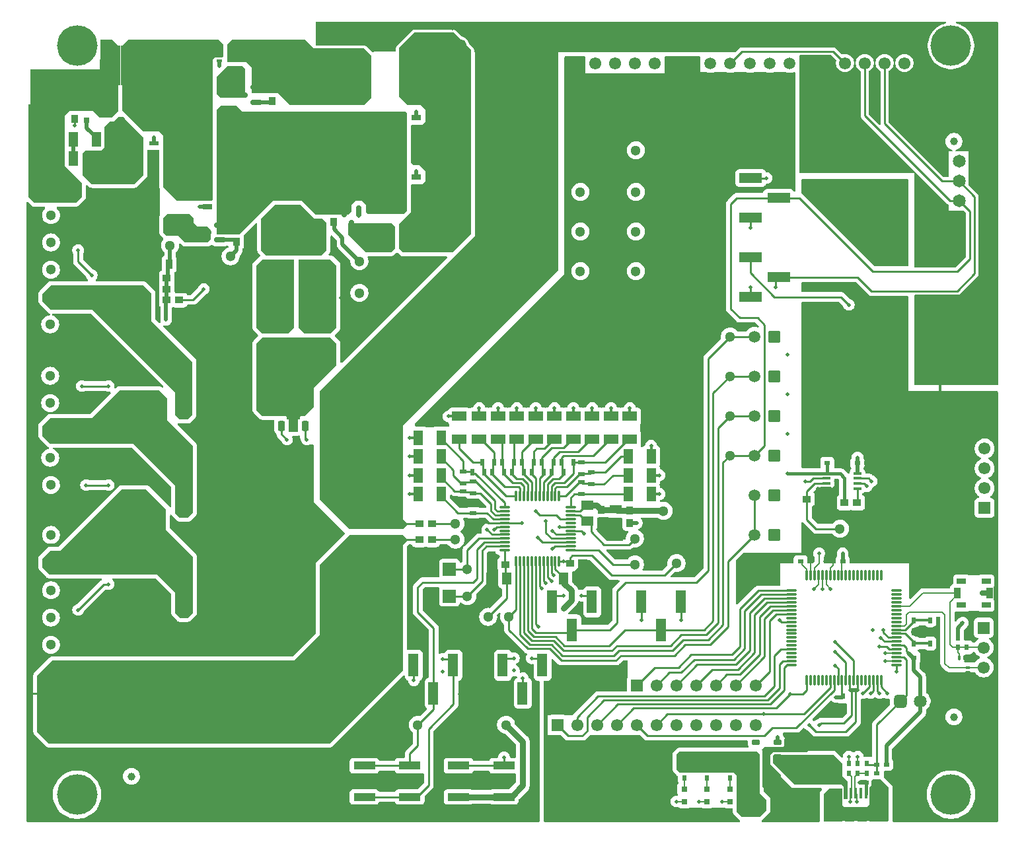
<source format=gbr>
%TF.GenerationSoftware,KiCad,Pcbnew,9.0.4*%
%TF.CreationDate,2025-10-28T13:54:02-05:00*%
%TF.ProjectId,Molecule_BQ76952 - v2,4d6f6c65-6375-46c6-955f-425137363935,rev?*%
%TF.SameCoordinates,Original*%
%TF.FileFunction,Copper,L1,Top*%
%TF.FilePolarity,Positive*%
%FSLAX46Y46*%
G04 Gerber Fmt 4.6, Leading zero omitted, Abs format (unit mm)*
G04 Created by KiCad (PCBNEW 9.0.4) date 2025-10-28 13:54:02*
%MOMM*%
%LPD*%
G01*
G04 APERTURE LIST*
G04 Aperture macros list*
%AMRoundRect*
0 Rectangle with rounded corners*
0 $1 Rounding radius*
0 $2 $3 $4 $5 $6 $7 $8 $9 X,Y pos of 4 corners*
0 Add a 4 corners polygon primitive as box body*
4,1,4,$2,$3,$4,$5,$6,$7,$8,$9,$2,$3,0*
0 Add four circle primitives for the rounded corners*
1,1,$1+$1,$2,$3*
1,1,$1+$1,$4,$5*
1,1,$1+$1,$6,$7*
1,1,$1+$1,$8,$9*
0 Add four rect primitives between the rounded corners*
20,1,$1+$1,$2,$3,$4,$5,0*
20,1,$1+$1,$4,$5,$6,$7,0*
20,1,$1+$1,$6,$7,$8,$9,0*
20,1,$1+$1,$8,$9,$2,$3,0*%
%AMFreePoly0*
4,1,5,3.000000,0.000000,0.000000,0.000000,1.150000,1.400000,1.850000,1.400000,3.000000,0.000000,3.000000,0.000000,$1*%
%AMFreePoly1*
4,1,5,0.000000,0.000000,-0.500000,0.000000,-0.500000,0.800000,0.000000,0.800000,0.000000,0.000000,0.000000,0.000000,$1*%
%AMFreePoly2*
4,1,9,3.862500,-0.866500,0.737500,-0.866500,0.737500,-0.450000,-0.737500,-0.450000,-0.737500,0.450000,0.737500,0.450000,0.737500,0.866500,3.862500,0.866500,3.862500,-0.866500,3.862500,-0.866500,$1*%
G04 Aperture macros list end*
%TA.AperFunction,Conductor*%
%ADD10C,0.000000*%
%TD*%
%TA.AperFunction,EtchedComponent*%
%ADD11C,0.000000*%
%TD*%
%TA.AperFunction,EtchedComponent*%
%ADD12C,0.254000*%
%TD*%
%TA.AperFunction,ComponentPad*%
%ADD13C,1.300000*%
%TD*%
%TA.AperFunction,SMDPad,CuDef*%
%ADD14R,1.150000X0.750000*%
%TD*%
%TA.AperFunction,SMDPad,CuDef*%
%ADD15R,0.950000X1.400000*%
%TD*%
%TA.AperFunction,SMDPad,CuDef*%
%ADD16C,1.000000*%
%TD*%
%TA.AperFunction,ComponentPad*%
%ADD17C,5.200000*%
%TD*%
%TA.AperFunction,SMDPad,CuDef*%
%ADD18R,0.450000X1.380000*%
%TD*%
%TA.AperFunction,SMDPad,CuDef*%
%ADD19R,1.475000X2.100000*%
%TD*%
%TA.AperFunction,SMDPad,CuDef*%
%ADD20R,2.375000X1.950000*%
%TD*%
%TA.AperFunction,SMDPad,CuDef*%
%ADD21R,1.175000X1.950000*%
%TD*%
%TA.AperFunction,ComponentPad*%
%ADD22RoundRect,0.051000X0.799000X0.799000X-0.799000X0.799000X-0.799000X-0.799000X0.799000X-0.799000X0*%
%TD*%
%TA.AperFunction,ComponentPad*%
%ADD23C,1.700000*%
%TD*%
%TA.AperFunction,ComponentPad*%
%ADD24R,1.550000X1.550000*%
%TD*%
%TA.AperFunction,ComponentPad*%
%ADD25C,1.550000*%
%TD*%
%TA.AperFunction,ComponentPad*%
%ADD26RoundRect,0.052500X0.697500X0.697500X-0.697500X0.697500X-0.697500X-0.697500X0.697500X-0.697500X0*%
%TD*%
%TA.AperFunction,ComponentPad*%
%ADD27C,1.500000*%
%TD*%
%TA.AperFunction,SMDPad,CuDef*%
%ADD28R,0.889000X0.508000*%
%TD*%
%TA.AperFunction,SMDPad,CuDef*%
%ADD29R,0.600000X0.800000*%
%TD*%
%TA.AperFunction,SMDPad,CuDef*%
%ADD30R,1.600000X1.100000*%
%TD*%
%TA.AperFunction,SMDPad,CuDef*%
%ADD31R,1.000000X0.950000*%
%TD*%
%TA.AperFunction,ComponentPad*%
%ADD32R,1.651000X1.651000*%
%TD*%
%TA.AperFunction,ComponentPad*%
%ADD33C,1.651000*%
%TD*%
%TA.AperFunction,SMDPad,CuDef*%
%ADD34R,0.950000X1.000000*%
%TD*%
%TA.AperFunction,SMDPad,CuDef*%
%ADD35R,1.270000X1.600200*%
%TD*%
%TA.AperFunction,SMDPad,CuDef*%
%ADD36R,1.850000X1.300000*%
%TD*%
%TA.AperFunction,SMDPad,CuDef*%
%ADD37C,0.500000*%
%TD*%
%TA.AperFunction,SMDPad,CuDef*%
%ADD38R,0.508000X0.889000*%
%TD*%
%TA.AperFunction,SMDPad,CuDef*%
%ADD39R,0.800000X0.600000*%
%TD*%
%TA.AperFunction,ComponentPad*%
%ADD40C,2.209800*%
%TD*%
%TA.AperFunction,SMDPad,CuDef*%
%ADD41R,1.300000X1.850000*%
%TD*%
%TA.AperFunction,SMDPad,CuDef*%
%ADD42R,0.800000X0.800000*%
%TD*%
%TA.AperFunction,SMDPad,CuDef*%
%ADD43R,3.400000X1.300000*%
%TD*%
%TA.AperFunction,SMDPad,CuDef*%
%ADD44RoundRect,0.050800X-0.584200X-1.429200X0.584200X-1.429200X0.584200X1.429200X-0.584200X1.429200X0*%
%TD*%
%TA.AperFunction,SMDPad,CuDef*%
%ADD45O,0.300000X1.450000*%
%TD*%
%TA.AperFunction,SMDPad,CuDef*%
%ADD46O,1.450000X0.300000*%
%TD*%
%TA.AperFunction,SMDPad,CuDef*%
%ADD47R,1.300000X3.400000*%
%TD*%
%TA.AperFunction,ComponentPad*%
%ADD48RoundRect,0.412500X-0.412500X-0.412500X0.412500X-0.412500X0.412500X0.412500X-0.412500X0.412500X0*%
%TD*%
%TA.AperFunction,ComponentPad*%
%ADD49C,1.650000*%
%TD*%
%TA.AperFunction,SMDPad,CuDef*%
%ADD50R,1.600200X1.270000*%
%TD*%
%TA.AperFunction,SMDPad,CuDef*%
%ADD51R,1.200000X0.650000*%
%TD*%
%TA.AperFunction,SMDPad,CuDef*%
%ADD52R,0.500000X0.700000*%
%TD*%
%TA.AperFunction,SMDPad,CuDef*%
%ADD53R,4.500000X4.700000*%
%TD*%
%TA.AperFunction,SMDPad,CuDef*%
%ADD54RoundRect,0.050800X1.429200X-0.584200X1.429200X0.584200X-1.429200X0.584200X-1.429200X-0.584200X0*%
%TD*%
%TA.AperFunction,SMDPad,CuDef*%
%ADD55R,0.915000X1.220000*%
%TD*%
%TA.AperFunction,SMDPad,CuDef*%
%ADD56R,0.262000X0.254000*%
%TD*%
%TA.AperFunction,SMDPad,CuDef*%
%ADD57R,2.800000X1.500000*%
%TD*%
%TA.AperFunction,SMDPad,CuDef*%
%ADD58R,2.800000X1.000000*%
%TD*%
%TA.AperFunction,SMDPad,CuDef*%
%ADD59R,0.762000X5.080000*%
%TD*%
%TA.AperFunction,SMDPad,CuDef*%
%ADD60R,1.900000X7.600000*%
%TD*%
%TA.AperFunction,ComponentPad*%
%ADD61R,1.500000X1.500000*%
%TD*%
%TA.AperFunction,ComponentPad*%
%ADD62RoundRect,0.050800X1.219200X1.219200X-1.219200X1.219200X-1.219200X-1.219200X1.219200X-1.219200X0*%
%TD*%
%TA.AperFunction,ComponentPad*%
%ADD63C,2.540000*%
%TD*%
%TA.AperFunction,SMDPad,CuDef*%
%ADD64R,0.800000X0.340000*%
%TD*%
%TA.AperFunction,SMDPad,CuDef*%
%ADD65R,0.650000X0.340000*%
%TD*%
%TA.AperFunction,SMDPad,CuDef*%
%ADD66R,1.710000X2.290000*%
%TD*%
%TA.AperFunction,SMDPad,CuDef*%
%ADD67O,1.050000X0.400000*%
%TD*%
%TA.AperFunction,SMDPad,CuDef*%
%ADD68RoundRect,0.051000X-0.449000X0.249000X-0.449000X-0.249000X0.449000X-0.249000X0.449000X0.249000X0*%
%TD*%
%TA.AperFunction,ComponentPad*%
%ADD69R,1.650000X1.650000*%
%TD*%
%TA.AperFunction,SMDPad,CuDef*%
%ADD70R,1.200000X7.400000*%
%TD*%
%TA.AperFunction,SMDPad,CuDef*%
%ADD71R,3.000000X0.750000*%
%TD*%
%TA.AperFunction,SMDPad,CuDef*%
%ADD72FreePoly0,0.000000*%
%TD*%
%TA.AperFunction,SMDPad,CuDef*%
%ADD73R,1.500000X0.850000*%
%TD*%
%TA.AperFunction,SMDPad,CuDef*%
%ADD74FreePoly1,0.000000*%
%TD*%
%TA.AperFunction,SMDPad,CuDef*%
%ADD75R,2.600000X0.400000*%
%TD*%
%TA.AperFunction,SMDPad,CuDef*%
%ADD76R,1.270000X0.609600*%
%TD*%
%TA.AperFunction,SMDPad,CuDef*%
%ADD77R,1.219200X0.609600*%
%TD*%
%TA.AperFunction,SMDPad,CuDef*%
%ADD78R,3.810000X3.911600*%
%TD*%
%TA.AperFunction,SMDPad,CuDef*%
%ADD79RoundRect,0.099750X-0.200250X0.075250X-0.200250X-0.075250X0.200250X-0.075250X0.200250X0.075250X0*%
%TD*%
%TA.AperFunction,SMDPad,CuDef*%
%ADD80RoundRect,0.099750X-0.075250X-0.200250X0.075250X-0.200250X0.075250X0.200250X-0.075250X0.200250X0*%
%TD*%
%TA.AperFunction,SMDPad,CuDef*%
%ADD81RoundRect,0.225000X0.225000X-0.425000X0.225000X0.425000X-0.225000X0.425000X-0.225000X-0.425000X0*%
%TD*%
%TA.AperFunction,SMDPad,CuDef*%
%ADD82FreePoly2,90.000000*%
%TD*%
%TA.AperFunction,SMDPad,CuDef*%
%ADD83RoundRect,0.150000X0.587500X0.150000X-0.587500X0.150000X-0.587500X-0.150000X0.587500X-0.150000X0*%
%TD*%
%TA.AperFunction,SMDPad,CuDef*%
%ADD84RoundRect,0.150000X-0.150000X0.587500X-0.150000X-0.587500X0.150000X-0.587500X0.150000X0.587500X0*%
%TD*%
%TA.AperFunction,ViaPad*%
%ADD85C,0.508000*%
%TD*%
%TA.AperFunction,ViaPad*%
%ADD86C,0.500000*%
%TD*%
%TA.AperFunction,Conductor*%
%ADD87C,0.508000*%
%TD*%
%TA.AperFunction,Conductor*%
%ADD88C,0.254000*%
%TD*%
%TA.AperFunction,Conductor*%
%ADD89C,0.762000*%
%TD*%
%TA.AperFunction,Conductor*%
%ADD90C,0.381000*%
%TD*%
%TA.AperFunction,Conductor*%
%ADD91C,0.177800*%
%TD*%
%TA.AperFunction,Conductor*%
%ADD92C,0.203200*%
%TD*%
%TA.AperFunction,Conductor*%
%ADD93C,0.304800*%
%TD*%
%TA.AperFunction,Conductor*%
%ADD94C,0.635000*%
%TD*%
G04 APERTURE END LIST*
D10*
%TA.AperFunction,Conductor*%
%TO.N,/FETs/4P*%
G36*
X-42610000Y264441500D02*
G01*
X-42610000Y261774500D01*
X-39181000Y258345500D01*
X-39181000Y251106500D01*
X-39816000Y250471500D01*
X-40832000Y250471500D01*
X-41467000Y251106500D01*
X-41467000Y253757510D01*
X-43768990Y256059500D01*
X-57596000Y256059500D01*
X-58485000Y256948500D01*
X-58485000Y258091500D01*
X-57469000Y259107500D01*
X-56199000Y259107500D01*
X-48325000Y266981500D01*
X-45150000Y266981500D01*
X-42610000Y264441500D01*
G37*
%TD.AperFunction*%
%TA.AperFunction,Conductor*%
%TO.N,/FETs/16P*%
G36*
X-48706000Y323877490D02*
G01*
X-48706000Y318257750D01*
X-48706000Y315495500D01*
X-49595000Y314606500D01*
X-51119000Y314606500D01*
X-52008000Y315495500D01*
X-52389000Y315495500D01*
X-54929000Y315495500D01*
X-55564000Y314860500D01*
X-55564000Y308383500D01*
X-53405000Y306224500D01*
X-53405000Y304446500D01*
X-54167000Y303684500D01*
X-59501000Y303684500D01*
X-60263000Y304446500D01*
X-60263000Y316301500D01*
X-60025000Y316301500D01*
X-60025000Y320801500D01*
X-51025000Y320801500D01*
X-51025000Y324639509D01*
X-49468000Y324639510D01*
X-48706000Y323877490D01*
G37*
%TD.AperFunction*%
%TA.AperFunction,Conductor*%
%TO.N,PGND*%
G36*
X7681999Y323591511D02*
G01*
X7682010Y295048510D01*
X-12257000Y275109500D01*
X-12257000Y263171500D01*
X-11749010Y262663510D01*
X-11749010Y262409490D01*
X-12256990Y261901510D01*
X-19114990Y261901490D01*
X-22925010Y265711500D01*
X-22925000Y279554500D01*
X-2986000Y299493500D01*
X-2986000Y323591500D01*
X-1081000Y325496500D01*
X5777010Y325496500D01*
X7681999Y323591511D01*
G37*
%TD.AperFunction*%
%TA.AperFunction,Conductor*%
%TO.N,/FETs/PACK+*%
G36*
X-3494000Y323226500D02*
G01*
X-3494000Y299747500D01*
X-5907000Y297334500D01*
X-12257000Y297334500D01*
X-12765000Y297842500D01*
X-12765000Y301017500D01*
X-11241000Y302541500D01*
X-11241000Y305970500D01*
X-11114000Y306097500D01*
X-9717000Y306097500D01*
X-9336000Y306478500D01*
X-9336000Y307748500D01*
X-10098000Y308510500D01*
X-10860000Y308510500D01*
X-11241000Y308891500D01*
X-11241000Y313590500D01*
X-11114000Y313717500D01*
X-9717000Y313717500D01*
X-9336000Y314098500D01*
X-9336000Y315622500D01*
X-9971000Y316257500D01*
X-11659980Y316257500D01*
X-12765000Y317362460D01*
X-12764950Y321083550D01*
X-12764929Y323536748D01*
X-10805193Y325496500D01*
X-5764000Y325496500D01*
X-3494000Y323226500D01*
G37*
%TD.AperFunction*%
%TA.AperFunction,Conductor*%
%TO.N,Net-(Q6-D)*%
G36*
X-13273000Y300636500D02*
G01*
X-13273000Y297842500D01*
X-13781000Y297334500D01*
X-16956000Y297334500D01*
X-19242000Y299620500D01*
X-19242000Y301093700D01*
X-13730200Y301093700D01*
X-13273000Y300636500D01*
G37*
%TD.AperFunction*%
%TA.AperFunction,Conductor*%
%TO.N,VSS*%
G36*
X-43499000Y302922500D02*
G01*
X-44261000Y302160500D01*
X-45277000Y302160500D01*
X-46039000Y302922500D01*
X-46039000Y305970500D01*
X-44896000Y307113500D01*
X-44896000Y310415500D01*
X-43499000Y310415500D01*
X-43499000Y302922500D01*
G37*
%TD.AperFunction*%
%TA.AperFunction,Conductor*%
G36*
X-37784000Y293778500D02*
G01*
X-39468000Y292094500D01*
X-41467000Y292094500D01*
X-41467000Y294540500D01*
X-39181000Y296826500D01*
X-37784000Y296826500D01*
X-37784000Y293778500D01*
G37*
%TD.AperFunction*%
%TA.AperFunction,Conductor*%
%TO.N,QGND*%
G36*
X39686000Y235231500D02*
G01*
X39686000Y233453500D01*
X39482800Y233250300D01*
X35164800Y233250300D01*
X34860000Y232945500D01*
X34860000Y231675500D01*
X36155400Y230380100D01*
X36155400Y228906900D01*
X36130000Y228881500D01*
X35749000Y228500500D01*
X34135010Y228500500D01*
X33767800Y228867710D01*
X33767800Y233504300D01*
X34174200Y233910700D01*
X36460200Y233910700D01*
X36638000Y234088500D01*
X36638000Y234977500D01*
X37146000Y235485500D01*
X39432000Y235485500D01*
X39686000Y235231500D01*
G37*
%TD.AperFunction*%
%TA.AperFunction,Conductor*%
G36*
X56069000Y279376700D02*
G01*
X57034200Y279376700D01*
X57212000Y279554500D01*
X57912460Y279554500D01*
X57912460Y278665500D01*
X55241530Y278665500D01*
X55241540Y279554500D01*
X55891200Y279554500D01*
X56069000Y279376700D01*
G37*
%TD.AperFunction*%
%TA.AperFunction,Conductor*%
%TO.N,/FETs/CD*%
G36*
X-32831000Y315368500D02*
G01*
X-11876000Y315368500D01*
X-11749000Y315241500D01*
X-11749000Y302668500D01*
X-12130000Y302287500D01*
X-16702000Y302287500D01*
X-16956000Y302541500D01*
X-16956000Y303430500D01*
X-17464000Y303938500D01*
X-18353000Y303938500D01*
X-18861000Y303430500D01*
X-18861000Y302541500D01*
X-19242000Y302160500D01*
X-23433000Y302160490D01*
X-25210990Y303938500D01*
X-28957500Y303938500D01*
X-31116500Y301779500D01*
X-31338750Y301557250D01*
X-32237280Y300658720D01*
X-33250100Y299645900D01*
X-36133000Y299645900D01*
X-36133000Y302033500D01*
X-36133000Y315368490D01*
X-36133000Y315622500D01*
X-35625000Y316130500D01*
X-33593000Y316130500D01*
X-32831000Y315368500D01*
G37*
%TD.AperFunction*%
%TA.AperFunction,Conductor*%
%TO.N,VBUS*%
G36*
X44016830Y231805860D02*
G01*
X44016830Y230154860D01*
X44689800Y229481900D01*
X44689800Y227208460D01*
X44258000Y227208460D01*
X44258000Y228872300D01*
X43991430Y229138860D01*
X37904640Y229138860D01*
X35126830Y231916670D01*
X35126830Y232821860D01*
X35253830Y232948860D01*
X42873830Y232948860D01*
X44016830Y231805860D01*
G37*
%TD.AperFunction*%
%TA.AperFunction,Conductor*%
%TO.N,Net-(R5-Pad1)*%
G36*
X-20765990Y295683490D02*
G01*
X-20765990Y287682500D01*
X-21527990Y286920500D01*
X-24829990Y286920500D01*
X-25591990Y287682500D01*
X-25591990Y296445500D01*
X-21527990Y296445500D01*
X-20765990Y295683490D01*
G37*
%TD.AperFunction*%
%TA.AperFunction,Conductor*%
%TO.N,PGND*%
G36*
X57912460Y280316510D02*
G01*
X57212000Y280316510D01*
X57034200Y280494310D01*
X56069000Y280494310D01*
X55891200Y280316510D01*
X55241540Y280316510D01*
X55241530Y281205510D01*
X57912460Y281205510D01*
X57912460Y280316510D01*
G37*
%TD.AperFunction*%
%TA.AperFunction,Conductor*%
%TO.N,VSS*%
G36*
X15937000Y261647500D02*
G01*
X15937000Y260377500D01*
X13905000Y260377500D01*
X12635000Y261647500D01*
X12635000Y263298500D01*
X14286000Y263298500D01*
X15937000Y261647500D01*
G37*
%TD.AperFunction*%
%TA.AperFunction,Conductor*%
%TO.N,PGND*%
G36*
X57593000Y280824500D02*
G01*
X57339000Y280570500D01*
X55815000Y280570500D01*
X55561000Y280824500D01*
X55561000Y282094500D01*
X57593000Y282094500D01*
X57593000Y280824500D01*
G37*
%TD.AperFunction*%
%TA.AperFunction,Conductor*%
%TO.N,Net-(D2-K)*%
G36*
X-25338000Y303430500D02*
G01*
X-23560000Y301652500D01*
X-22543980Y301652510D01*
X-22036000Y301144500D01*
X-22036000Y297588500D01*
X-22671000Y296953500D01*
X-29783000Y296953500D01*
X-30418000Y297588500D01*
X-30418000Y301652500D01*
X-28640000Y303430510D01*
X-25338000Y303430500D01*
G37*
%TD.AperFunction*%
%TA.AperFunction,Conductor*%
%TO.N,QGND*%
G36*
X57593000Y279046510D02*
G01*
X57593000Y277776510D01*
X55561000Y277776510D01*
X55561000Y279046510D01*
X55815000Y279300510D01*
X57339000Y279300510D01*
X57593000Y279046510D01*
G37*
%TD.AperFunction*%
%TA.AperFunction,Conductor*%
%TO.N,Net-(F1-Heater)*%
G36*
X-45531000Y312066500D02*
G01*
X-45531000Y307240500D01*
X-46674000Y306097500D01*
X-52135000Y306097490D01*
X-53278000Y307240500D01*
X-53278000Y310034500D01*
X-52896990Y310415510D01*
X-50865010Y310415490D01*
X-50484000Y310796510D01*
X-50484000Y313463500D01*
X-49849000Y314098500D01*
X-49341000Y314098500D01*
X-48706000Y314733500D01*
X-48198000Y314733500D01*
X-45531000Y312066500D01*
G37*
%TD.AperFunction*%
%TA.AperFunction,Conductor*%
%TO.N,3.3V*%
G36*
X33488400Y232996300D02*
G01*
X33488400Y227967100D01*
X34352000Y227103500D01*
X34352000Y225833500D01*
X33463000Y224944500D01*
X31177000Y224944500D01*
X30542000Y225579500D01*
X30542000Y230320510D01*
X30203010Y230659500D01*
X23176000Y230659500D01*
X22795000Y231040500D01*
X22795000Y232945500D01*
X23176000Y233326500D01*
X33158200Y233326500D01*
X33488400Y232996300D01*
G37*
%TD.AperFunction*%
%TA.AperFunction,Conductor*%
%TO.N,Net-(Q5-D)*%
G36*
X-39054000Y301779500D02*
G01*
X-39054000Y301144500D01*
X-38546000Y300636500D01*
X-37276000Y300636500D01*
X-36895000Y300255500D01*
X-36895000Y298985500D01*
X-37276000Y298604500D01*
X-40197000Y298604500D01*
X-41086000Y299493500D01*
X-42610000Y299493500D01*
X-42991000Y299874500D01*
X-42991000Y301779500D01*
X-42483000Y302287500D01*
X-39562000Y302287500D01*
X-39054000Y301779500D01*
G37*
%TD.AperFunction*%
%TA.AperFunction,Conductor*%
%TO.N,Net-(R10-Pad2)*%
G36*
X-26227000Y287682500D02*
G01*
X-26989000Y286920500D01*
X-30291000Y286920500D01*
X-31053000Y287682500D01*
X-31053000Y295683490D01*
X-30291000Y296445500D01*
X-26227000Y296445500D01*
X-26227000Y287682500D01*
G37*
%TD.AperFunction*%
%TA.AperFunction,Conductor*%
%TO.N,QGND*%
G36*
X42734000Y267180150D02*
G01*
X42734000Y267032300D01*
X41260800Y267032300D01*
X41260800Y267260900D01*
X42653250Y267260910D01*
X42734000Y267180150D01*
G37*
%TD.AperFunction*%
%TA.AperFunction,Conductor*%
G36*
X60006000Y241073500D02*
G01*
X58863000Y241073500D01*
X58355000Y241581500D01*
X58355000Y242343500D01*
X60006000Y242343500D01*
X60006000Y241073500D01*
G37*
%TD.AperFunction*%
%TA.AperFunction,Conductor*%
%TO.N,/Monitor/BAT-*%
G36*
X-11749000Y260631510D02*
G01*
X-11749000Y260377500D01*
X-12257000Y259869500D01*
X-12257010Y243740490D01*
X-21655000Y234342500D01*
X-57596000Y234342500D01*
X-59120000Y235866510D01*
X-59120000Y243105500D01*
X-57215000Y245010500D01*
X-26227000Y245010500D01*
X-22925000Y248312500D01*
X-22925000Y257329500D01*
X-19115130Y261139370D01*
X-12257050Y261139550D01*
X-11749000Y260631510D01*
G37*
%TD.AperFunction*%
%TA.AperFunction,Conductor*%
%TO.N,VSS*%
G36*
X12381000Y256948500D02*
G01*
X12381000Y255297500D01*
X11746000Y254662500D01*
X9714000Y254662500D01*
X9714000Y256440500D01*
X10222000Y256948500D01*
X10222000Y257964500D01*
X11365000Y257964500D01*
X12381000Y256948500D01*
G37*
%TD.AperFunction*%
%TA.AperFunction,Conductor*%
%TO.N,/FETs/CPACK+*%
G36*
X-23687000Y323496500D02*
G01*
X-17210000Y323496500D01*
X-16321000Y322607500D01*
X-16321000Y317146500D01*
X-17210000Y316257500D01*
X-26735000Y316257500D01*
X-28259010Y317781500D01*
X-31611800Y317781500D01*
X-31611800Y321007300D01*
X-32323000Y321718500D01*
X-34736000Y321718500D01*
X-34736000Y322226500D01*
X-34736000Y324004500D01*
X-34101000Y324639500D01*
X-24830000Y324639500D01*
X-23687000Y323496500D01*
G37*
%TD.AperFunction*%
%TA.AperFunction,Conductor*%
%TO.N,/FETs/8P*%
G36*
X-42483000Y278665500D02*
G01*
X-42483000Y275871500D01*
X-39181000Y272569500D01*
X-39181000Y263933500D01*
X-39816000Y263298500D01*
X-40832000Y263298500D01*
X-41467000Y263933500D01*
X-41467000Y267489500D01*
X-46801000Y272823500D01*
X-57469000Y272823500D01*
X-58485000Y273839500D01*
X-58485000Y275109500D01*
X-57483000Y276111500D01*
X-52149000Y276111500D01*
X-48579000Y279681500D01*
X-43499000Y279681500D01*
X-42483000Y278665500D01*
G37*
%TD.AperFunction*%
%TA.AperFunction,Conductor*%
%TO.N,QGND*%
G36*
X56246800Y248007700D02*
G01*
X55840400Y248007700D01*
X55637200Y248210900D01*
X53046400Y248210900D01*
X52970200Y248287100D01*
X52970200Y249099900D01*
X53046400Y249176100D01*
X55637200Y249176100D01*
X55840400Y249379300D01*
X56246800Y249379300D01*
X56246800Y248007700D01*
G37*
%TD.AperFunction*%
%TA.AperFunction,Conductor*%
%TO.N,/FETs/12P*%
G36*
X-44478000Y292090500D02*
G01*
X-44478000Y291111500D01*
X-44478000Y288571500D01*
X-39226000Y283319500D01*
X-39226000Y276506500D01*
X-39838500Y275894000D01*
X-40832000Y275894000D01*
X-41444500Y276506500D01*
X-41444500Y279405000D01*
X-52008000Y289968500D01*
X-57342000Y289968500D01*
X-58485000Y291111500D01*
X-58485000Y292000500D01*
X-57342000Y293143500D01*
X-45531000Y293143500D01*
X-44478000Y292090500D01*
G37*
%TD.AperFunction*%
%TA.AperFunction,Conductor*%
%TO.N,Net-(Q2-D)*%
G36*
X-32450000Y320829500D02*
G01*
X-32450000Y317146500D01*
X-35625000Y317146500D01*
X-36133000Y317654500D01*
X-36133000Y319813500D01*
X-34736000Y321210500D01*
X-33466000Y321210500D01*
X-32831010Y321210500D01*
X-32450000Y320829500D01*
G37*
%TD.AperFunction*%
%TA.AperFunction,Conductor*%
%TO.N,Net-(C71-Pad1)*%
G36*
X-20766000Y285650500D02*
G01*
X-20766000Y282856500D01*
X-23687000Y279935500D01*
X-23687000Y277522500D01*
X-24829730Y276379770D01*
X-25337770Y276379730D01*
X-25719000Y275998500D01*
X-25719000Y274347500D01*
X-26862000Y274347500D01*
X-26862000Y275998500D01*
X-27243000Y276379500D01*
X-30291000Y276379500D01*
X-31053000Y277141500D01*
X-31053000Y285650500D01*
X-30291000Y286412500D01*
X-21528000Y286412500D01*
X-20766000Y285650500D01*
G37*
%TD.AperFunction*%
%TA.AperFunction,Conductor*%
%TO.N,VSS*%
G36*
X-59628000Y241327500D02*
G01*
X-59628000Y240311500D01*
X-59882000Y240057500D01*
X-60517000Y240057500D01*
X-60517000Y241581500D01*
X-59882000Y241581500D01*
X-59628000Y241327500D01*
G37*
%TD.AperFunction*%
%TA.AperFunction,Conductor*%
%TO.N,/FETs/FBAT*%
G36*
X-35244000Y324004500D02*
G01*
X-35244000Y322480500D01*
X-35396400Y322328100D01*
X-36412400Y322328100D01*
X-36641000Y322099500D01*
X-36641000Y304065500D01*
X-36768000Y303938500D01*
X-41213000Y303938500D01*
X-42991000Y305716500D01*
X-42991000Y312320500D01*
X-43499000Y312828500D01*
X-45531000Y312828500D01*
X-48198000Y315495500D01*
X-48198000Y323877500D01*
X-47436000Y324639500D01*
X-35879000Y324639500D01*
X-35244000Y324004500D01*
G37*
%TD.AperFunction*%
%TA.AperFunction,Conductor*%
%TO.N,Net-(J26-Pad10)*%
G36*
X49973000Y228734500D02*
G01*
X49973000Y224401500D01*
X41667200Y224401500D01*
X41667200Y227941700D01*
X42353000Y228627500D01*
X44054800Y228627500D01*
X44054800Y226493900D01*
X44308800Y226239900D01*
X47229800Y226239900D01*
X47509200Y226519300D01*
X47509200Y228703700D01*
X47814000Y229008500D01*
X47814000Y229643500D01*
X47941000Y229770500D01*
X48937000Y229770500D01*
X49973000Y228734500D01*
G37*
%TD.AperFunction*%
D11*
%TA.AperFunction,EtchedComponent*%
%TD*%
%TO.C,NT3*%
G36*
X46030800Y240959080D02*
G01*
X45030800Y240959080D01*
X45030800Y241459080D01*
X46030800Y241459080D01*
X46030800Y240959080D01*
G37*
%TD.AperFunction*%
D12*
%TO.C,NT1*%
X-59874000Y240819500D02*
X-58874000Y240819500D01*
D11*
%TA.AperFunction,EtchedComponent*%
%TO.C,NT5*%
G36*
X56776114Y279560500D02*
G01*
X56376114Y279560500D01*
X56376114Y280310500D01*
X56776114Y280310500D01*
X56776114Y279560500D01*
G37*
%TD.AperFunction*%
%TD*%
D13*
%TO.P,MC5,1*%
%TO.N,/FETs/5P*%
X-57369200Y261109080D03*
%TD*%
D14*
%TO.P,S3,MP4,MP4*%
%TO.N,unconnected-(S3-PadMP4)*%
X62470000Y255171500D03*
%TO.P,S3,MP3,MP3*%
%TO.N,unconnected-(S3-PadMP3)*%
X59320000Y255171500D03*
%TO.P,S3,MP2,MP2*%
%TO.N,unconnected-(S3-PadMP2)*%
X59320000Y252121500D03*
%TO.P,S3,MP1,MP1*%
%TO.N,unconnected-(S3-PadMP1)*%
X62470000Y252121500D03*
D15*
%TO.P,S3,2,2*%
%TO.N,/Interface/RST*%
X58820000Y253646500D03*
%TO.P,S3,1,1*%
%TO.N,QGND*%
X62970000Y253646500D03*
%TD*%
D16*
%TO.P,FID3,1*%
%TO.N,N/C*%
X58355000Y237771500D03*
%TD*%
%TO.P,FID2,1*%
%TO.N,N/C*%
X-47055000Y230151500D03*
%TD*%
%TO.P,FID1,1*%
%TO.N,N/C*%
X58355090Y311541730D03*
%TD*%
D17*
%TO.P,MP4,1*%
%TO.N,unconnected-(MP4-Pad1)*%
X57975000Y227801500D03*
%TD*%
D18*
%TO.P,J26,1,VBUS*%
%TO.N,VBUS*%
X44482000Y227961500D03*
%TO.P,J26,2,D-*%
%TO.N,Net-(J26-D-)*%
X45132000Y227961500D03*
%TO.P,J26,3,D+*%
%TO.N,Net-(J26-D+)*%
X45782000Y227961500D03*
%TO.P,J26,4,ID*%
%TO.N,unconnected-(J26-ID-Pad4)*%
X46432000Y227961500D03*
%TO.P,J26,5,GND*%
%TO.N,QGND*%
X47082000Y227961500D03*
D19*
%TO.P,J26,6,6*%
%TO.N,Net-(J26-Pad10)*%
X43319500Y227601500D03*
%TO.P,J26,7,7*%
X48244500Y227601500D03*
D20*
%TO.P,J26,8,8*%
X42869500Y225301500D03*
D21*
%TO.P,J26,9,9*%
X44944500Y225301500D03*
%TO.P,J26,10,10*%
X46619500Y225301500D03*
D20*
%TO.P,J26,11,11*%
X48694500Y225301500D03*
%TD*%
D22*
%TO.P,J9,1,1*%
%TO.N,PGND*%
X2010170Y323801500D03*
D23*
%TO.P,J9,2,2*%
X-1489830Y323801500D03*
%TO.P,J9,3,3*%
%TO.N,/FETs/PACK+*%
X-4989830Y323801500D03*
%TO.P,J9,4,4*%
X-8489830Y323801500D03*
%TD*%
D17*
%TO.P,MP2,1*%
%TO.N,unconnected-(MP2-Pad1)*%
X-54025000Y323801500D03*
%TD*%
D13*
%TO.P,MC16,1*%
%TO.N,/FETs/16P*%
X-57469200Y305609080D03*
%TD*%
D24*
%TO.P,J24,1,1*%
%TO.N,Net-(U11-P1.0{slash}TA0CLK{slash}ACLK)*%
X17715000Y241835500D03*
D25*
%TO.P,J24,2,2*%
%TO.N,Net-(U11-P1.1{slash}TA0.0)*%
X20255000Y241835500D03*
%TO.P,J24,3,3*%
%TO.N,Net-(U11-P1.2{slash}TA0.1)*%
X22795000Y241835500D03*
%TO.P,J24,4,4*%
%TO.N,Net-(U11-P1.3{slash}TA0.2)*%
X25335000Y241835500D03*
%TO.P,J24,5,5*%
%TO.N,Net-(U11-P1.4{slash}TA0.3)*%
X27875000Y241835500D03*
%TO.P,J24,6,6*%
%TO.N,Net-(U11-P1.5{slash}TA0.4)*%
X30415000Y241835500D03*
%TO.P,J24,7,7*%
%TO.N,Net-(U11-P1.6{slash}TA1CLK{slash}CBOUT)*%
X32955000Y241835500D03*
%TD*%
D26*
%TO.P,J20,1,1*%
%TO.N,Net-(J20-Pad1)*%
X35368020Y266219520D03*
D27*
%TO.P,J20,2,2*%
%TO.N,/Monitor/ALERT*%
X32828020Y266219520D03*
%TD*%
D28*
%TO.P,C6,1,1*%
%TO.N,/Monitor/VC14*%
X10602990Y268886500D03*
%TO.P,C6,2,2*%
%TO.N,/Monitor/VC13*%
X10602990Y270410500D03*
%TD*%
D29*
%TO.P,R115,1,1*%
%TO.N,Net-(J26-D+)*%
X46036000Y230567500D03*
%TO.P,R115,2,2*%
%TO.N,/Interface/DP*%
X46036000Y231767500D03*
%TD*%
D30*
%TO.P,C1,1,1*%
%TO.N,Net-(U1-BAT)*%
X15048000Y264363500D03*
%TO.P,C1,2,2*%
%TO.N,VSS*%
X15048000Y260963500D03*
%TD*%
D28*
%TO.P,C4,1,1*%
%TO.N,/Monitor/VC16*%
X10602990Y266346500D03*
%TO.P,C4,2,2*%
%TO.N,/Monitor/VC15*%
X10602990Y267870500D03*
%TD*%
D31*
%TO.P,C26,1,1*%
%TO.N,Net-(U1-REG18)*%
X862000Y257329500D03*
%TO.P,C26,2,2*%
%TO.N,VSS*%
X-738000Y257329500D03*
%TD*%
%TO.P,C47,1,1*%
%TO.N,VSS*%
X-40921080Y294032410D03*
%TO.P,C47,2,2*%
%TO.N,Net-(D13-K)*%
X-42521080Y294032410D03*
%TD*%
D32*
%TO.P,RT2,1,1*%
%TO.N,Net-(U1-TS3)*%
X-6288000Y253265500D03*
D33*
%TO.P,RT2,2,2*%
%TO.N,VSS*%
X-8828000Y253265500D03*
%TD*%
D34*
%TO.P,R31,1,1*%
%TO.N,/FETs/16P*%
X-54294000Y316041500D03*
%TO.P,R31,2,2*%
%TO.N,Net-(U2-VDD)*%
X-54294000Y314441500D03*
%TD*%
D35*
%TO.P,C12,1,1*%
%TO.N,VSS*%
X10349000Y255551500D03*
%TO.P,C12,2,2*%
%TO.N,REG1*%
X8317000Y255551500D03*
%TD*%
D36*
%TO.P,R8,1,1*%
%TO.N,/FETs/12P*%
X14413010Y276305510D03*
%TO.P,R8,2,2*%
%TO.N,/Monitor/VC12*%
X14413010Y273405510D03*
%TD*%
D31*
%TO.P,R66,1,1*%
%TO.N,VSS*%
X-40921080Y292635410D03*
%TO.P,R66,2,2*%
%TO.N,Net-(D13-K)*%
X-42521080Y292635410D03*
%TD*%
D37*
%TO.P,NT3,1,1*%
%TO.N,/Interface/SDA2*%
X45030800Y241209080D03*
%TO.P,NT3,2,2*%
%TO.N,/Interface/SMBD1*%
X46030800Y241209080D03*
%TD*%
D38*
%TO.P,C8,1,1*%
%TO.N,/Monitor/VC12*%
X8317010Y269140510D03*
%TO.P,C8,2,2*%
%TO.N,/Monitor/VC11*%
X6793010Y269140510D03*
%TD*%
D36*
%TO.P,R17,1,1*%
%TO.N,/FETs/6P*%
X-65000Y276305500D03*
%TO.P,R17,2,2*%
%TO.N,/Monitor/VC6*%
X-65000Y273405500D03*
%TD*%
D39*
%TO.P,R119,1,1*%
%TO.N,/Interface/PUR*%
X48484000Y231675500D03*
%TO.P,R119,2,2*%
%TO.N,VUSB*%
X49684000Y231675500D03*
%TD*%
D40*
%TO.P,TP16,1*%
%TO.N,VSS*%
X22795000Y312701500D03*
%TD*%
D13*
%TO.P,MC7,1*%
%TO.N,/FETs/7P*%
X-57469200Y271009080D03*
%TD*%
D41*
%TO.P,R24,1,1*%
%TO.N,/Monitor/BAT-*%
X-10278000Y266346500D03*
%TO.P,R24,2,2*%
%TO.N,/Monitor/VC0*%
X-7378000Y266346500D03*
%TD*%
D34*
%TO.P,R42,1,1*%
%TO.N,/FETs/CD*%
X-21147000Y302833500D03*
%TO.P,R42,2,2*%
%TO.N,Net-(Q6-G)*%
X-21147000Y301233500D03*
%TD*%
D41*
%TO.P,R4,1,1*%
%TO.N,/FETs/14P*%
X19546020Y271172510D03*
%TO.P,R4,2,2*%
%TO.N,/Monitor/VC14*%
X16646020Y271172510D03*
%TD*%
D42*
%TO.P,D15,1,K*%
%TO.N,/Interface/LED2*%
X26732000Y226938500D03*
%TO.P,D15,2,A*%
%TO.N,Net-(D15-A)*%
X26732000Y228538500D03*
%TD*%
D28*
%TO.P,C21,1,1*%
%TO.N,/Monitor/VC3*%
X-4509990Y269267510D03*
%TO.P,C21,2,2*%
%TO.N,/Monitor/VC2*%
X-4509990Y267743510D03*
%TD*%
D34*
%TO.P,R35,1,1*%
%TO.N,/FETs/CPACK+*%
X-29021000Y318327500D03*
%TO.P,R35,2,2*%
%TO.N,Net-(Q2-G)*%
X-29021000Y316727500D03*
%TD*%
D40*
%TO.P,TP17,1*%
%TO.N,VSS*%
X-14670000Y236755500D03*
%TD*%
D43*
%TO.P,R9,1,1*%
%TO.N,Net-(C71-Pad1)*%
X-23814000Y283716500D03*
%TO.P,R9,2,2*%
%TO.N,Net-(R5-Pad1)*%
X-23814000Y289616500D03*
%TD*%
D29*
%TO.P,C70,1,1*%
%TO.N,/Interface/RST*%
X60006000Y246696500D03*
%TO.P,C70,2,2*%
%TO.N,QGND*%
X60006000Y247896500D03*
%TD*%
D40*
%TO.P,TP9,1*%
%TO.N,/Monitor/BAT-*%
X-57342000Y238406500D03*
%TD*%
D36*
%TO.P,R19,2,2*%
%TO.N,/Monitor/VC4*%
X-5018000Y273405500D03*
%TO.P,R19,1,1*%
%TO.N,/FETs/4P*%
X-5018000Y276305500D03*
%TD*%
D44*
%TO.P,J6,1,1*%
%TO.N,Net-(J6-Pad1)*%
X570120Y244397590D03*
%TO.P,J6,2,2*%
%TO.N,/Monitor/DFETOFF*%
X3110120Y240797590D03*
%TO.P,J6,3,3*%
%TO.N,Net-(J6-Pad3)*%
X5650120Y244397590D03*
%TD*%
%TO.P,J13,1,1*%
%TO.N,/Interface/uC_SPI_MOSI*%
X18350000Y252525500D03*
%TO.P,J13,2,2*%
%TO.N,/Monitor/HDQ*%
X20890000Y248925500D03*
%TO.P,J13,3,3*%
%TO.N,/Interface/uC_HDQ*%
X23430000Y252525500D03*
%TD*%
D45*
%TO.P,U1,1,VC15*%
%TO.N,/Monitor/VC15*%
X7765000Y266126500D03*
%TO.P,U1,2,VC14*%
%TO.N,/Monitor/VC14*%
X7265000Y266126500D03*
%TO.P,U1,3,VC13*%
%TO.N,/Monitor/VC13*%
X6765000Y266126500D03*
%TO.P,U1,4,VC12*%
%TO.N,/Monitor/VC12*%
X6265000Y266126500D03*
%TO.P,U1,5,VC11*%
%TO.N,/Monitor/VC11*%
X5765000Y266126500D03*
%TO.P,U1,6,VC10*%
%TO.N,/Monitor/VC10*%
X5265000Y266126500D03*
%TO.P,U1,7,VC9*%
%TO.N,/Monitor/VC9*%
X4765000Y266126500D03*
%TO.P,U1,8,VC8*%
%TO.N,/Monitor/VC8*%
X4265000Y266126500D03*
%TO.P,U1,9,VC7*%
%TO.N,/Monitor/VC7*%
X3765000Y266126500D03*
%TO.P,U1,10,VC6*%
%TO.N,/Monitor/VC6*%
X3265000Y266126500D03*
%TO.P,U1,11,VC5*%
%TO.N,/Monitor/VC5*%
X2765000Y266126500D03*
%TO.P,U1,12,VC4*%
%TO.N,/Monitor/VC4*%
X2265000Y266126500D03*
D46*
%TO.P,U1,13,VC3*%
%TO.N,/Monitor/VC3*%
X790000Y264651500D03*
%TO.P,U1,14,VC2*%
%TO.N,/Monitor/VC2*%
X790000Y264151500D03*
%TO.P,U1,15,VC1*%
%TO.N,/Monitor/VC1*%
X790000Y263651500D03*
%TO.P,U1,16,VC0*%
%TO.N,/Monitor/VC0*%
X790000Y263151500D03*
%TO.P,U1,17,VSS*%
%TO.N,VSS*%
X790000Y262651500D03*
%TO.P,U1,18,SRP*%
%TO.N,/Monitor/SRP*%
X790000Y262151500D03*
%TO.P,U1,19,NC*%
%TO.N,unconnected-(U1-NC-Pad19)*%
X790000Y261651500D03*
%TO.P,U1,20,SRN*%
%TO.N,/Monitor/SRN*%
X790000Y261151500D03*
%TO.P,U1,21,TS1*%
%TO.N,Net-(U1-TS1)*%
X790000Y260651500D03*
%TO.P,U1,22,TS2*%
%TO.N,/Monitor/TS2*%
X790000Y260151500D03*
%TO.P,U1,23,TS3*%
%TO.N,Net-(U1-TS3)*%
X790000Y259651500D03*
%TO.P,U1,24,REG18*%
%TO.N,Net-(U1-REG18)*%
X790000Y259151500D03*
D45*
%TO.P,U1,25,ALERT*%
%TO.N,/Monitor/ALERT*%
X2265000Y257676500D03*
%TO.P,U1,26,SCL*%
%TO.N,/Monitor/SCL*%
X2765000Y257676500D03*
%TO.P,U1,27,SDA*%
%TO.N,/Monitor/SDA*%
X3265000Y257676500D03*
%TO.P,U1,28,HDQ*%
%TO.N,/Monitor/HDQ*%
X3765000Y257676500D03*
%TO.P,U1,29,CFETOFF*%
%TO.N,/Monitor/CFETOFF*%
X4265000Y257676500D03*
%TO.P,U1,30,DFETOFF*%
%TO.N,/Monitor/DFETOFF*%
X4765000Y257676500D03*
%TO.P,U1,31,DCHG*%
%TO.N,/Monitor/DCHG*%
X5265000Y257676500D03*
%TO.P,U1,32,DDSG*%
%TO.N,/Monitor/DDSG*%
X5765000Y257676500D03*
%TO.P,U1,33,RST_SHUT*%
%TO.N,/Monitor/RST_SHUT*%
X6265000Y257676500D03*
%TO.P,U1,34,REG2*%
%TO.N,REG2*%
X6765000Y257676500D03*
%TO.P,U1,35,REG1*%
%TO.N,REG1*%
X7265000Y257676500D03*
%TO.P,U1,36,REGIN*%
%TO.N,/Monitor/REGIN*%
X7765000Y257676500D03*
D46*
%TO.P,U1,37,BREG*%
%TO.N,/Monitor/BREG*%
X9240000Y259151500D03*
%TO.P,U1,38,FUSE*%
%TO.N,/Monitor/FUSE*%
X9240000Y259651500D03*
%TO.P,U1,39,PDSG*%
%TO.N,/Monitor/PDSG*%
X9240000Y260151500D03*
%TO.P,U1,40,PCHG*%
%TO.N,/Monitor/PCHG*%
X9240000Y260651500D03*
%TO.P,U1,41,LD*%
%TO.N,/Monitor/LD*%
X9240000Y261151500D03*
%TO.P,U1,42,PACK*%
%TO.N,/Monitor/PACK*%
X9240000Y261651500D03*
%TO.P,U1,43,DSG*%
%TO.N,/Monitor/DSG*%
X9240000Y262151500D03*
%TO.P,U1,44,NC*%
%TO.N,unconnected-(U1-NC-Pad44)*%
X9240000Y262651500D03*
%TO.P,U1,45,CHG*%
%TO.N,/Monitor/CHG*%
X9240000Y263151500D03*
%TO.P,U1,46,CP1*%
%TO.N,Net-(U1-CP1)*%
X9240000Y263651500D03*
%TO.P,U1,47,BAT*%
%TO.N,Net-(U1-BAT)*%
X9240000Y264151500D03*
%TO.P,U1,48,VC16*%
%TO.N,/Monitor/VC16*%
X9240000Y264651500D03*
%TD*%
D26*
%TO.P,J10,1,1*%
%TO.N,/Interface/uC_SPI_CS*%
X35368020Y286539530D03*
D27*
%TO.P,J10,2,2*%
%TO.N,/Monitor/CFETOFF*%
X32828020Y286539530D03*
%TD*%
D31*
%TO.P,C13,1,1*%
%TO.N,VSS*%
X10768020Y257456510D03*
%TO.P,C13,2,2*%
%TO.N,/Monitor/REGIN*%
X9168020Y257456510D03*
%TD*%
D43*
%TO.P,R6,1,1*%
%TO.N,Net-(R10-Pad2)*%
X-28005000Y294511500D03*
%TO.P,R6,2,2*%
%TO.N,Net-(D2-K)*%
X-28005000Y300411500D03*
%TD*%
%TO.P,R39,1,1*%
%TO.N,/FETs/FBAT*%
X-40832000Y306126500D03*
%TO.P,R39,2,2*%
%TO.N,Net-(Q5-D)*%
X-40832000Y300226500D03*
%TD*%
D29*
%TO.P,C68,1,1*%
%TO.N,3.3V*%
X44131000Y240403500D03*
%TO.P,C68,2,2*%
%TO.N,QGND*%
X44131000Y239203500D03*
%TD*%
D25*
%TO.P,J25,11,11*%
%TO.N,/Interface/SMBD1*%
X32955000Y236755500D03*
%TO.P,J25,10,10*%
%TO.N,/Interface/SMBC1*%
X30415000Y236755500D03*
%TO.P,J25,9,9*%
%TO.N,/Interface/SDA2*%
X27875000Y236755500D03*
%TO.P,J25,8,8*%
%TO.N,/Interface/SCL2*%
X25335000Y236755500D03*
%TO.P,J25,7,7*%
%TO.N,/Interface/uC_HDQ*%
X22795000Y236755500D03*
%TO.P,J25,6,6*%
%TO.N,/Interface/P4_2*%
X20255000Y236755500D03*
%TO.P,J25,5,5*%
%TO.N,/Interface/P4_3*%
X17715000Y236755500D03*
%TO.P,J25,4,4*%
%TO.N,/Interface/uC_SPI_MISO_B*%
X15175000Y236755500D03*
%TO.P,J25,3,3*%
%TO.N,/Interface/uC_SPI_MOSI*%
X12635000Y236755500D03*
%TO.P,J25,2,2*%
%TO.N,/Interface/uC_SPI_CLK*%
X10095000Y236755500D03*
D24*
%TO.P,J25,1,1*%
%TO.N,/Interface/uC_SPI_CS*%
X7555000Y236755500D03*
%TD*%
D26*
%TO.P,J12,1,1*%
%TO.N,Net-(J12-Pad1)*%
X35368020Y281459520D03*
D27*
%TO.P,J12,2,2*%
%TO.N,/Monitor/HDQ*%
X32828020Y281459520D03*
%TD*%
D29*
%TO.P,R120,1,1*%
%TO.N,Net-(D14-A)*%
X23811000Y229932500D03*
%TO.P,R120,2,2*%
%TO.N,3.3V*%
X23811000Y231132500D03*
%TD*%
D31*
%TO.P,R28,1,1*%
%TO.N,PGND*%
X-10136000Y262536500D03*
%TO.P,R28,2,2*%
%TO.N,/Monitor/SRN*%
X-8536000Y262536500D03*
%TD*%
D47*
%TO.P,R40,1,1*%
%TO.N,Net-(Q6-D)*%
X-15969000Y299366500D03*
%TO.P,R40,2,2*%
%TO.N,/FETs/PACK+*%
X-10069000Y299366500D03*
%TD*%
D40*
%TO.P,TP1,1*%
%TO.N,/FETs/16P*%
X-57342000Y310796500D03*
%TD*%
D48*
%TO.P,J27,1,1*%
%TO.N,/Interface/PUR*%
X51497000Y239803500D03*
D49*
%TO.P,J27,2,2*%
%TO.N,VUSB*%
X54037000Y239803500D03*
%TD*%
D28*
%TO.P,C23,1,1*%
%TO.N,/Monitor/VC0*%
X-3239990Y263933510D03*
%TO.P,C23,2,2*%
%TO.N,VSS*%
X-3239990Y265457510D03*
%TD*%
D13*
%TO.P,MC12,1*%
%TO.N,/FETs/12P*%
X-57469200Y291609080D03*
%TD*%
D40*
%TO.P,TP44,1*%
%TO.N,3.3V*%
X33082000Y226341500D03*
%TD*%
D28*
%TO.P,C5,1,1*%
%TO.N,/Monitor/VC15*%
X11872990Y267616500D03*
%TO.P,C5,2,2*%
%TO.N,/Monitor/VC14*%
X11872990Y269140500D03*
%TD*%
D50*
%TO.P,C3,1,1*%
%TO.N,Net-(U1-BAT)*%
X11365000Y264949500D03*
%TO.P,C3,2,2*%
%TO.N,Net-(U1-CP1)*%
X11365000Y262917500D03*
%TD*%
D26*
%TO.P,J21,1,1*%
%TO.N,/Interface/uC_HDQ*%
X35368020Y261139530D03*
D27*
%TO.P,J21,2,2*%
%TO.N,/Monitor/ALERT*%
X32828020Y261139530D03*
%TD*%
D35*
%TO.P,C25,1,1*%
%TO.N,VSS*%
X-954000Y255551500D03*
%TO.P,C25,2,2*%
%TO.N,Net-(U1-REG18)*%
X1078000Y255551500D03*
%TD*%
D36*
%TO.P,R11,1,1*%
%TO.N,/FETs/11P*%
X12000010Y276305510D03*
%TO.P,R11,2,2*%
%TO.N,/Monitor/VC11*%
X12000010Y273405510D03*
%TD*%
D24*
%TO.P,J29,1,1*%
%TO.N,unconnected-(J29-Pad1)*%
X62165000Y249201500D03*
D25*
%TO.P,J29,2,2*%
%TO.N,/Interface/RST*%
X62165000Y246661500D03*
%TO.P,J29,3,3*%
%TO.N,/Interface/TEST*%
X62165000Y244121500D03*
%TO.P,J29,4,4*%
%TO.N,QGND*%
X62165000Y241581500D03*
%TD*%
D41*
%TO.P,R21,1,1*%
%TO.N,/FETs/3P*%
X-10278000Y273585500D03*
%TO.P,R21,2,2*%
%TO.N,/Monitor/VC3*%
X-7378000Y273585500D03*
%TD*%
D40*
%TO.P,TP43,1*%
%TO.N,VBUS*%
X41972000Y231421500D03*
%TD*%
D34*
%TO.P,R43,1,1*%
%TO.N,/FETs/CD*%
X-33593000Y300293500D03*
%TO.P,R43,2,2*%
%TO.N,Net-(Q2-G)*%
X-33593000Y298693500D03*
%TD*%
D41*
%TO.P,R23,1,1*%
%TO.N,/FETs/1P*%
X-10278000Y268759500D03*
%TO.P,R23,2,2*%
%TO.N,/Monitor/VC1*%
X-7378000Y268759500D03*
%TD*%
D13*
%TO.P,MC2,1*%
%TO.N,/FETs/2P*%
X-57369200Y250509080D03*
%TD*%
D51*
%TO.P,Q8,1,S*%
%TO.N,/FETs/FBAT*%
X-37307000Y306986500D03*
%TO.P,Q8,2,S*%
X-37307000Y305716500D03*
%TO.P,Q8,3,S*%
X-37307000Y304446500D03*
%TO.P,Q8,4,G*%
%TO.N,Net-(D4-K)*%
X-37307000Y303176500D03*
D52*
%TO.P,Q8,5,D*%
%TO.N,/FETs/CD*%
X-31307000Y303081500D03*
%TO.P,Q8,6,D*%
X-31307000Y304406500D03*
%TO.P,Q8,7,D*%
X-31307000Y305756500D03*
%TO.P,Q8,8,D*%
X-31307000Y307081500D03*
D53*
%TO.P,Q8,9,D*%
X-33807000Y305081500D03*
%TD*%
D30*
%TO.P,C71,1,1*%
%TO.N,Net-(C71-Pad1)*%
X-30037000Y278206500D03*
%TO.P,C71,2,2*%
%TO.N,VSS*%
X-30037000Y274806500D03*
%TD*%
D54*
%TO.P,J19,1,1*%
%TO.N,/Interface/uC_SPI_CLK*%
X32298010Y301779520D03*
%TO.P,J19,2,2*%
%TO.N,/Monitor/SCL*%
X35898010Y304319520D03*
%TO.P,J19,3,3*%
%TO.N,/Interface/SCL2*%
X32298010Y306859520D03*
%TD*%
D40*
%TO.P,TP14,1*%
%TO.N,VSS*%
X-41975000Y247931500D03*
%TD*%
D39*
%TO.P,C59,1,1*%
%TO.N,QGND*%
X47194800Y270308900D03*
%TO.P,C59,2,2*%
%TO.N,3.3V*%
X45994800Y270308900D03*
%TD*%
D50*
%TO.P,C63,1,1*%
%TO.N,VBUS*%
X38797000Y232056500D03*
%TO.P,C63,2,2*%
%TO.N,QGND*%
X38797000Y234088500D03*
%TD*%
D41*
%TO.P,R48,1,1*%
%TO.N,Net-(F1-Heater)*%
X-51574000Y309399500D03*
%TO.P,R48,2,2*%
%TO.N,Net-(R45-Pad1)*%
X-54474000Y309399500D03*
%TD*%
D29*
%TO.P,R116,1,1*%
%TO.N,/Interface/PUR*%
X47179000Y231767500D03*
%TO.P,R116,2,2*%
%TO.N,Net-(J26-D+)*%
X47179000Y230567500D03*
%TD*%
D26*
%TO.P,J15,1,1*%
%TO.N,Net-(J15-Pad1)*%
X35368020Y276379530D03*
D27*
%TO.P,J15,2,2*%
%TO.N,/Monitor/SDA*%
X32828020Y276379530D03*
%TD*%
D36*
%TO.P,R7,1,1*%
%TO.N,/FETs/13P*%
X16826010Y276305510D03*
%TO.P,R7,2,2*%
%TO.N,/Monitor/VC13*%
X16826010Y273405510D03*
%TD*%
D55*
%TO.P,D8,1,K*%
%TO.N,Net-(D13-K)*%
X-42215580Y295810410D03*
%TO.P,D8,2,A*%
%TO.N,VSS*%
X-38940580Y295810410D03*
%TD*%
D39*
%TO.P,C65,1,1*%
%TO.N,3.3V*%
X32990000Y231167500D03*
%TO.P,C65,2,2*%
%TO.N,QGND*%
X34190000Y231167500D03*
%TD*%
D36*
%TO.P,R16,1,1*%
%TO.N,/FETs/7P*%
X2348000Y276305500D03*
%TO.P,R16,2,2*%
%TO.N,/Monitor/VC7*%
X2348000Y273405500D03*
%TD*%
D13*
%TO.P,MC15,1*%
%TO.N,/FETs/15P*%
X-57369200Y302109080D03*
%TD*%
D24*
%TO.P,J2,1,1*%
%TO.N,VSS*%
X9841000Y321591500D03*
D25*
%TO.P,J2,2,2*%
%TO.N,REG2*%
X12381000Y321591500D03*
%TO.P,J2,3,3*%
%TO.N,REG1*%
X14921000Y321591500D03*
%TO.P,J2,4,4*%
%TO.N,Net-(J2-Pad4)*%
X17461000Y321591500D03*
%TO.P,J2,5,5*%
%TO.N,/Monitor/EXTTS2*%
X20001000Y321591500D03*
%TD*%
D51*
%TO.P,Q9,1,S*%
%TO.N,/FETs/PACK+*%
X-10535000Y310796500D03*
%TO.P,Q9,2,S*%
X-10535000Y312066500D03*
%TO.P,Q9,3,S*%
X-10535000Y313336500D03*
%TO.P,Q9,4,G*%
%TO.N,Net-(Q9-G)*%
X-10535000Y314606500D03*
D52*
%TO.P,Q9,5,D*%
%TO.N,/FETs/CD*%
X-16535000Y314701500D03*
%TO.P,Q9,6,D*%
X-16535000Y313376500D03*
%TO.P,Q9,7,D*%
X-16535000Y312026500D03*
%TO.P,Q9,8,D*%
X-16535000Y310701500D03*
D53*
%TO.P,Q9,9,D*%
X-14035000Y312701500D03*
%TD*%
D36*
%TO.P,R18,1,1*%
%TO.N,/FETs/5P*%
X-2478000Y276305500D03*
%TO.P,R18,2,2*%
%TO.N,/Monitor/VC5*%
X-2478000Y273405500D03*
%TD*%
D13*
%TO.P,MC6,1*%
%TO.N,/FETs/6P*%
X-57369200Y267509080D03*
%TD*%
D42*
%TO.P,D14,1,K*%
%TO.N,/Interface/LED1*%
X23811000Y226938500D03*
%TO.P,D14,2,A*%
%TO.N,Net-(D14-A)*%
X23811000Y228538500D03*
%TD*%
D26*
%TO.P,J18,1,1*%
%TO.N,Net-(J18-Pad1)*%
X35368020Y271299520D03*
D27*
%TO.P,J18,2,2*%
%TO.N,/Monitor/SCL*%
X32828020Y271299520D03*
%TD*%
D36*
%TO.P,R12,1,1*%
%TO.N,/FETs/10P*%
X9587010Y276305510D03*
%TO.P,R12,2,2*%
%TO.N,/Monitor/VC10*%
X9587010Y273405510D03*
%TD*%
D31*
%TO.P,R59,1,1*%
%TO.N,Net-(D13-K)*%
X-42521000Y291238500D03*
%TO.P,R59,2,2*%
%TO.N,/Monitor/FUSE*%
X-40921000Y291238500D03*
%TD*%
D35*
%TO.P,C64,1,1*%
%TO.N,3.3V*%
X32574000Y229516500D03*
%TO.P,C64,2,2*%
%TO.N,QGND*%
X34606000Y229516500D03*
%TD*%
D39*
%TO.P,R117,1,1*%
%TO.N,QGND*%
X47087000Y229389500D03*
%TO.P,R117,2,2*%
%TO.N,Net-(J26-Pad10)*%
X48287000Y229389500D03*
%TD*%
D29*
%TO.P,C62,1,1*%
%TO.N,VBUS*%
X37146000Y232472500D03*
%TO.P,C62,2,2*%
%TO.N,QGND*%
X37146000Y233672500D03*
%TD*%
D54*
%TO.P,J16,1,1*%
%TO.N,/Interface/uC_SPI_MISO_A*%
X32298020Y291619520D03*
%TO.P,J16,2,2*%
%TO.N,/Monitor/SDA*%
X35898020Y294159520D03*
%TO.P,J16,3,3*%
%TO.N,/Interface/SDA2*%
X32298020Y296699520D03*
%TD*%
D56*
%TO.P,NT1,1,1*%
%TO.N,VSS*%
X-60005000Y240819500D03*
%TO.P,NT1,2,2*%
%TO.N,/Monitor/BAT-*%
X-58743000Y240819500D03*
%TD*%
D57*
%TO.P,R30,1,1*%
%TO.N,PGND*%
X-13781000Y263070500D03*
%TO.P,R30,2,2*%
%TO.N,/Monitor/BAT-*%
X-13781000Y259970500D03*
%TD*%
D58*
%TO.P,S1,1,1*%
%TO.N,/Monitor/RST_SHUT*%
X-5124000Y231516500D03*
%TO.P,S1,2,2*%
X676000Y231516500D03*
%TO.P,S1,3,3*%
%TO.N,REG1*%
X-5124000Y227516510D03*
%TO.P,S1,4,4*%
X676000Y227516510D03*
%TD*%
D59*
%TO.P,NT2,1,1*%
%TO.N,/FETs/FBAT*%
X-48071000Y321337500D03*
%TO.P,NT2,2,2*%
%TO.N,/FETs/16P*%
X-48833000Y321337500D03*
%TD*%
D13*
%TO.P,MC14,1*%
%TO.N,/FETs/14P*%
X-57369200Y298609080D03*
%TD*%
D36*
%TO.P,R14,1,1*%
%TO.N,/FETs/8P*%
X4761000Y276305500D03*
%TO.P,R14,2,2*%
%TO.N,/Monitor/VC8*%
X4761000Y273405500D03*
%TD*%
D41*
%TO.P,R2,1,1*%
%TO.N,/FETs/16P*%
X19546020Y266346510D03*
%TO.P,R2,2,2*%
%TO.N,/Monitor/VC16*%
X16646020Y266346510D03*
%TD*%
%TO.P,R3,1,1*%
%TO.N,/FETs/15P*%
X19546020Y268759510D03*
%TO.P,R3,2,2*%
%TO.N,/Monitor/VC15*%
X16646020Y268759510D03*
%TD*%
D34*
%TO.P,R1,1,1*%
%TO.N,Net-(U1-BAT)*%
X16826000Y264225500D03*
%TO.P,R1,2,2*%
%TO.N,Net-(D1-K)*%
X16826000Y262625500D03*
%TD*%
D13*
%TO.P,MC8,1*%
%TO.N,/FETs/8P*%
X-57469200Y274509080D03*
%TD*%
D38*
%TO.P,C19,1,1*%
%TO.N,/Monitor/VC4*%
X-1843000Y269140500D03*
%TO.P,C19,2,2*%
%TO.N,/Monitor/VC3*%
X-3367000Y269140500D03*
%TD*%
D36*
%TO.P,R13,1,1*%
%TO.N,/FETs/9P*%
X7174000Y276305500D03*
%TO.P,R13,2,2*%
%TO.N,/Monitor/VC9*%
X7174000Y273405500D03*
%TD*%
D31*
%TO.P,R113,1,1*%
%TO.N,REG1*%
X44347000Y265228900D03*
%TO.P,R113,2,2*%
%TO.N,Net-(U10-DIR)*%
X45947000Y265228900D03*
%TD*%
D13*
%TO.P,MC3,1*%
%TO.N,/FETs/3P*%
X-57369200Y254009080D03*
%TD*%
D55*
%TO.P,D2,1,K*%
%TO.N,Net-(D2-K)*%
X-26213500Y302795500D03*
%TO.P,D2,2,A*%
%TO.N,/FETs/CD*%
X-22938500Y302795500D03*
%TD*%
D38*
%TO.P,C10,1,1*%
%TO.N,/Monitor/VC10*%
X5777010Y269140510D03*
%TO.P,C10,2,2*%
%TO.N,/Monitor/VC9*%
X4253010Y269140510D03*
%TD*%
D43*
%TO.P,R5,1,1*%
%TO.N,Net-(R5-Pad1)*%
X-23814000Y294511500D03*
%TO.P,R5,2,2*%
%TO.N,Net-(D2-K)*%
X-23814000Y300411500D03*
%TD*%
D38*
%TO.P,C14,1,1*%
%TO.N,/Monitor/VC8*%
X3237010Y269140510D03*
%TO.P,C14,2,2*%
%TO.N,/Monitor/VC7*%
X1713010Y269140510D03*
%TD*%
%TO.P,C18,1,1*%
%TO.N,/Monitor/VC5*%
X-572990Y270410510D03*
%TO.P,C18,2,2*%
%TO.N,/Monitor/VC4*%
X-2096990Y270410510D03*
%TD*%
D31*
%TO.P,R112,1,1*%
%TO.N,QGND*%
X41121000Y265711500D03*
%TO.P,R112,2,2*%
%TO.N,Net-(U10-A2)*%
X39521000Y265711500D03*
%TD*%
D38*
%TO.P,C11,1,1*%
%TO.N,/Monitor/VC9*%
X4507010Y270410510D03*
%TO.P,C11,2,2*%
%TO.N,/Monitor/VC8*%
X2983010Y270410510D03*
%TD*%
D13*
%TO.P,MC10,1*%
%TO.N,/FETs/10P*%
X-57469200Y281509080D03*
%TD*%
D38*
%TO.P,C16,1,1*%
%TO.N,/Monitor/VC7*%
X1967010Y270410510D03*
%TO.P,C16,2,2*%
%TO.N,/Monitor/VC6*%
X443010Y270410510D03*
%TD*%
D13*
%TO.P,MC17,1*%
%TO.N,/Monitor/BAT-*%
X-57369200Y243409080D03*
%TD*%
D39*
%TO.P,C69,1,1*%
%TO.N,3.3V*%
X44096000Y257710500D03*
%TO.P,C69,2,2*%
%TO.N,QGND*%
X42896000Y257710500D03*
%TD*%
D24*
%TO.P,J28,1,1*%
%TO.N,Net-(U11-P7.4{slash}TB0.2)*%
X62292000Y264568500D03*
D25*
%TO.P,J28,2,2*%
%TO.N,Net-(U11-P7.5{slash}TB0.3)*%
X62292000Y267108500D03*
%TO.P,J28,3,3*%
%TO.N,Net-(U11-P7.6{slash}TB0.4)*%
X62292000Y269648500D03*
%TO.P,J28,4,4*%
%TO.N,Net-(U11-P7.7{slash}TB0CLK{slash}MCLK)*%
X62292000Y272188500D03*
%TO.P,J28,5,5*%
%TO.N,QGND*%
X62292000Y274728500D03*
%TD*%
D60*
%TO.P,R46,1,1*%
%TO.N,/FETs/FBAT*%
X-37683000Y312320500D03*
%TO.P,R46,2,2*%
%TO.N,/FETs/CD*%
X-34583000Y312320500D03*
%TD*%
D44*
%TO.P,J11,1,1*%
%TO.N,Net-(J11-Pad1)*%
X6920120Y252525590D03*
%TO.P,J11,2,2*%
%TO.N,/Monitor/CFETOFF*%
X9460120Y248925590D03*
%TO.P,J11,3,3*%
%TO.N,Net-(J11-Pad3)*%
X12000120Y252525590D03*
%TD*%
D61*
%TO.P,J5,1,1*%
%TO.N,VSS*%
X24573000Y321591500D03*
D27*
%TO.P,J5,2,2*%
%TO.N,/Monitor/DFETOFF*%
X27113000Y321591500D03*
%TO.P,J5,3,3*%
%TO.N,/Monitor/CFETOFF*%
X29653000Y321591500D03*
%TO.P,J5,4,4*%
%TO.N,/Monitor/DCHG*%
X32193000Y321591500D03*
%TO.P,J5,5,5*%
%TO.N,/Monitor/DDSG*%
X34733000Y321591500D03*
%TO.P,J5,6,6*%
%TO.N,/Monitor/RST_SHUT*%
X37273000Y321591500D03*
%TD*%
D29*
%TO.P,R122,1,1*%
%TO.N,Net-(D16-A)*%
X29653000Y229932500D03*
%TO.P,R122,2,2*%
%TO.N,3.3V*%
X29653000Y231132500D03*
%TD*%
D62*
%TO.P,J8,1,1*%
%TO.N,/FETs/CPACK+*%
X-22315230Y321197840D03*
D63*
%TO.P,J8,2,2*%
X-25820430Y321197840D03*
%TD*%
D32*
%TO.P,RT1,1,1*%
%TO.N,Net-(U1-TS1)*%
X-6288000Y256694500D03*
D33*
%TO.P,RT1,2,2*%
%TO.N,VSS*%
X-8828000Y256694500D03*
%TD*%
D64*
%TO.P,Q3,1,S*%
%TO.N,/FETs/FBAT*%
X-35765500Y323836500D03*
%TO.P,Q3,2,S*%
X-35765500Y323186500D03*
%TO.P,Q3,3,S*%
X-35765500Y322536500D03*
%TO.P,Q3,4,G*%
%TO.N,Net-(D4-K)*%
X-35765500Y321886500D03*
D65*
%TO.P,Q3,5,D*%
%TO.N,/FETs/CPACK+*%
X-32690500Y321886500D03*
%TO.P,Q3,6,D*%
X-32690500Y322536500D03*
%TO.P,Q3,7,D*%
X-32690500Y323186500D03*
%TO.P,Q3,8,D*%
X-32690500Y323836500D03*
D66*
%TO.P,Q3,9,D*%
X-33870490Y322861500D03*
%TD*%
D67*
%TO.P,U10,1,VCCA*%
%TO.N,REG1*%
X42029000Y268997900D03*
%TO.P,U10,2,A1*%
%TO.N,/Interface/uC_SPI_MISO_A*%
X42029000Y268347900D03*
%TO.P,U10,3,A2*%
%TO.N,Net-(U10-A2)*%
X42029000Y267697900D03*
%TO.P,U10,4,GND*%
%TO.N,QGND*%
X42029000Y267047900D03*
%TO.P,U10,5,DIR*%
%TO.N,Net-(U10-DIR)*%
X45979000Y267047900D03*
%TO.P,U10,6,B2*%
%TO.N,/Interface/P4_2*%
X45979000Y267697900D03*
%TO.P,U10,7,B1*%
%TO.N,/Interface/uC_SPI_MISO_B*%
X45979000Y268347900D03*
%TO.P,U10,8,VCCB*%
%TO.N,3.3V*%
X45979000Y268997900D03*
%TD*%
D44*
%TO.P,J7,1,1*%
%TO.N,/Monitor/EXTTS2*%
X-10859880Y244397590D03*
%TO.P,J7,2,2*%
%TO.N,/Monitor/TS2*%
X-8319880Y240797590D03*
%TO.P,J7,3,3*%
%TO.N,Net-(J7-Pad3)*%
X-5779880Y244397590D03*
%TD*%
D68*
%TO.P,U14,1,IN*%
%TO.N,VBUS*%
X35727000Y232630500D03*
%TO.P,U14,2,GND*%
%TO.N,QGND*%
X35727000Y233580500D03*
%TO.P,U14,3,EN*%
%TO.N,VBUS*%
X35727000Y234530500D03*
%TO.P,U14,4,NC*%
%TO.N,unconnected-(U14-NC-Pad4)*%
X32977000Y234530500D03*
%TO.P,U14,5,OUT*%
%TO.N,3.3V*%
X32977000Y232630500D03*
%TD*%
D51*
%TO.P,Q7,1,S*%
%TO.N,/FETs/PACK+*%
X-10535000Y303176500D03*
%TO.P,Q7,2,S*%
X-10535000Y304446500D03*
%TO.P,Q7,3,S*%
X-10535000Y305716500D03*
%TO.P,Q7,4,G*%
%TO.N,Net-(Q7-G)*%
X-10535000Y306986500D03*
D52*
%TO.P,Q7,5,D*%
%TO.N,/FETs/CD*%
X-16535000Y307081500D03*
%TO.P,Q7,6,D*%
X-16535000Y305756500D03*
%TO.P,Q7,7,D*%
X-16535000Y304406500D03*
%TO.P,Q7,8,D*%
X-16535000Y303081500D03*
D53*
%TO.P,Q7,9,D*%
X-14035000Y305081500D03*
%TD*%
D16*
%TO.P,TP45,1*%
%TO.N,QGND*%
X58863000Y241835500D03*
%TD*%
D45*
%TO.P,U11,1,P6.4/CB4/A4*%
%TO.N,unconnected-(U11-P6.4{slash}CB4{slash}A4-Pad1)*%
X49008000Y255926500D03*
%TO.P,U11,2,P6.5/CB5/A5*%
%TO.N,unconnected-(U11-P6.5{slash}CB5{slash}A5-Pad2)*%
X48508000Y255926500D03*
%TO.P,U11,3,P6.6/CB6/A6*%
%TO.N,unconnected-(U11-P6.6{slash}CB6{slash}A6-Pad3)*%
X48008000Y255926500D03*
%TO.P,U11,4,P6.7/CB7/A7*%
%TO.N,unconnected-(U11-P6.7{slash}CB7{slash}A7-Pad4)*%
X47508000Y255926500D03*
%TO.P,U11,5,P7.0/CB8/A12*%
%TO.N,unconnected-(U11-P7.0{slash}CB8{slash}A12-Pad5)*%
X47008000Y255926500D03*
%TO.P,U11,6,P7.1/CB9/A13*%
%TO.N,unconnected-(U11-P7.1{slash}CB9{slash}A13-Pad6)*%
X46508000Y255926500D03*
%TO.P,U11,7,P7.2/CB10/A14*%
%TO.N,unconnected-(U11-P7.2{slash}CB10{slash}A14-Pad7)*%
X46008000Y255926500D03*
%TO.P,U11,8,P7.3/CB11/A15*%
%TO.N,unconnected-(U11-P7.3{slash}CB11{slash}A15-Pad8)*%
X45508000Y255926500D03*
%TO.P,U11,9,P5.0/A8/VREF+/VEREF+*%
%TO.N,unconnected-(U11-P5.0{slash}A8{slash}VREF+{slash}VEREF+-Pad9)*%
X45008000Y255926500D03*
%TO.P,U11,10,P5.1/A9/VREF-/VEREF-*%
%TO.N,unconnected-(U11-P5.1{slash}A9{slash}VREF-{slash}VEREF--Pad10)*%
X44508000Y255926500D03*
%TO.P,U11,11,AVCC1*%
%TO.N,3.3V*%
X44008000Y255926500D03*
%TO.P,U11,12,P5.4/XIN*%
%TO.N,unconnected-(U11-P5.4{slash}XIN-Pad12)*%
X43508000Y255926500D03*
%TO.P,U11,13,P5.5/XOUT*%
%TO.N,unconnected-(U11-P5.5{slash}XOUT-Pad13)*%
X43008000Y255926500D03*
%TO.P,U11,14,AVSS1*%
%TO.N,QGND*%
X42508000Y255926500D03*
%TO.P,U11,15,P8.0*%
%TO.N,/Interface/LED1*%
X42008000Y255926500D03*
%TO.P,U11,16,P8.1*%
%TO.N,/Interface/LED2*%
X41508000Y255926500D03*
%TO.P,U11,17,P8.2*%
%TO.N,/Interface/LED3*%
X41008000Y255926500D03*
%TO.P,U11,18,DVCC1*%
%TO.N,3.3V*%
X40508000Y255926500D03*
%TO.P,U11,19,DVSS1*%
%TO.N,QGND*%
X40008000Y255926500D03*
%TO.P,U11,20,VCORE*%
%TO.N,Net-(U11-VCORE)*%
X39508000Y255926500D03*
D46*
%TO.P,U11,21,P1.0/TA0CLK/ACLK*%
%TO.N,Net-(U11-P1.0{slash}TA0CLK{slash}ACLK)*%
X37533000Y253951500D03*
%TO.P,U11,22,P1.1/TA0.0*%
%TO.N,Net-(U11-P1.1{slash}TA0.0)*%
X37533000Y253451500D03*
%TO.P,U11,23,P1.2/TA0.1*%
%TO.N,Net-(U11-P1.2{slash}TA0.1)*%
X37533000Y252951500D03*
%TO.P,U11,24,P1.3/TA0.2*%
%TO.N,Net-(U11-P1.3{slash}TA0.2)*%
X37533000Y252451500D03*
%TO.P,U11,25,P1.4/TA0.3*%
%TO.N,Net-(U11-P1.4{slash}TA0.3)*%
X37533000Y251951500D03*
%TO.P,U11,26,P1.5/TA0.4*%
%TO.N,Net-(U11-P1.5{slash}TA0.4)*%
X37533000Y251451500D03*
%TO.P,U11,27,P1.6/TA1CLK/CBOUT*%
%TO.N,Net-(U11-P1.6{slash}TA1CLK{slash}CBOUT)*%
X37533000Y250951500D03*
%TO.P,U11,28,P1.7/TA1.0*%
%TO.N,unconnected-(U11-P1.7{slash}TA1.0-Pad28)*%
X37533000Y250451500D03*
%TO.P,U11,29,P2.0/TA1.1*%
%TO.N,/Interface/uC_HDQ*%
X37533000Y249951500D03*
%TO.P,U11,30,P2.1/TA1.2*%
%TO.N,unconnected-(U11-P2.1{slash}TA1.2-Pad30)*%
X37533000Y249451500D03*
%TO.P,U11,31,P2.2/TA2CLK/SMCLK*%
%TO.N,unconnected-(U11-P2.2{slash}TA2CLK{slash}SMCLK-Pad31)*%
X37533000Y248951500D03*
%TO.P,U11,32,P2.3/TA2.0*%
%TO.N,unconnected-(U11-P2.3{slash}TA2.0-Pad32)*%
X37533000Y248451500D03*
%TO.P,U11,33,P2.4/TA2.1*%
%TO.N,unconnected-(U11-P2.4{slash}TA2.1-Pad33)*%
X37533000Y247951500D03*
%TO.P,U11,34,P2.5/TA2.2*%
%TO.N,unconnected-(U11-P2.5{slash}TA2.2-Pad34)*%
X37533000Y247451500D03*
%TO.P,U11,35,P2.6/RTCCLK/DMAE0*%
%TO.N,unconnected-(U11-P2.6{slash}RTCCLK{slash}DMAE0-Pad35)*%
X37533000Y246951500D03*
%TO.P,U11,36,P2.7/UCB0STE/UCA0CLK*%
%TO.N,/Interface/uC_SPI_CLK*%
X37533000Y246451500D03*
%TO.P,U11,37,P3.0/UCB0SIMO/UCB0SDA*%
%TO.N,unconnected-(U11-P3.0{slash}UCB0SIMO{slash}UCB0SDA-Pad37)*%
X37533000Y245951500D03*
%TO.P,U11,38,P3.1/UCB0SOMI/UCB0SCL*%
%TO.N,unconnected-(U11-P3.1{slash}UCB0SOMI{slash}UCB0SCL-Pad38)*%
X37533000Y245451500D03*
%TO.P,U11,39,P3.2/UCB0CLK/UCA0STE*%
%TO.N,/Interface/uC_SPI_CS*%
X37533000Y244951500D03*
%TO.P,U11,40,P3.3/UCA0TXD/UCA0SIMO*%
%TO.N,/Interface/uC_SPI_MOSI*%
X37533000Y244451500D03*
D45*
%TO.P,U11,41,P3.4/UCA0RXD/UCA0SOMI*%
%TO.N,/Interface/uC_SPI_MISO_B*%
X39508000Y242476500D03*
%TO.P,U11,42,P3.5/TB0.5*%
%TO.N,unconnected-(U11-P3.5{slash}TB0.5-Pad42)*%
X40008000Y242476500D03*
%TO.P,U11,43,P3.6/TB0.6*%
%TO.N,unconnected-(U11-P3.6{slash}TB0.6-Pad43)*%
X40508000Y242476500D03*
%TO.P,U11,44,P3.7/TB0OUTH/SVMOUT*%
%TO.N,unconnected-(U11-P3.7{slash}TB0OUTH{slash}SVMOUT-Pad44)*%
X41008000Y242476500D03*
%TO.P,U11,45,P4.0/PM_UCB1STE/PM_UCA1CLK*%
%TO.N,unconnected-(U11-P4.0{slash}PM_UCB1STE{slash}PM_UCA1CLK-Pad45)*%
X41508000Y242476500D03*
%TO.P,U11,46,P4.1/PM_UCB1SIMO/PM_UCB1SDA*%
%TO.N,unconnected-(U11-P4.1{slash}PM_UCB1SIMO{slash}PM_UCB1SDA-Pad46)*%
X42008000Y242476500D03*
%TO.P,U11,47,P4.2/PM_UCB1SOMI/PM_UCB1SCL*%
%TO.N,/Interface/P4_2*%
X42508000Y242476500D03*
%TO.P,U11,48,P4.3/PM_UCB1CLK/PM_UCA1STE*%
%TO.N,/Interface/P4_3*%
X43008000Y242476500D03*
%TO.P,U11,49,DVSS2*%
%TO.N,QGND*%
X43508000Y242476500D03*
%TO.P,U11,50,DVCC2*%
%TO.N,3.3V*%
X44008000Y242476500D03*
%TO.P,U11,51,P4.4/PM_UCA1TXD/PM_UCA1SIMO*%
%TO.N,/Interface/SCL2*%
X44508000Y242476500D03*
%TO.P,U11,52,P4.5/PM_UCA1RXD/PM_UCA1SOMI*%
%TO.N,/Interface/SDA2*%
X45008000Y242476500D03*
%TO.P,U11,53,P4.6/PM_NONE*%
%TO.N,/Interface/SMBC1*%
X45508000Y242476500D03*
%TO.P,U11,54,P4.7/PM_NONE*%
%TO.N,/Interface/SMBD1*%
X46008000Y242476500D03*
%TO.P,U11,55,P5.6/TB0.0*%
%TO.N,unconnected-(U11-P5.6{slash}TB0.0-Pad55)*%
X46508000Y242476500D03*
%TO.P,U11,56,P5.7/TB0.1*%
%TO.N,unconnected-(U11-P5.7{slash}TB0.1-Pad56)*%
X47008000Y242476500D03*
%TO.P,U11,57,P7.4/TB0.2*%
%TO.N,Net-(U11-P7.4{slash}TB0.2)*%
X47508000Y242476500D03*
%TO.P,U11,58,P7.5/TB0.3*%
%TO.N,Net-(U11-P7.5{slash}TB0.3)*%
X48008000Y242476500D03*
%TO.P,U11,59,P7.6/TB0.4*%
%TO.N,Net-(U11-P7.6{slash}TB0.4)*%
X48508000Y242476500D03*
%TO.P,U11,60,P7.7/TB0CLK/MCLK*%
%TO.N,Net-(U11-P7.7{slash}TB0CLK{slash}MCLK)*%
X49008000Y242476500D03*
D46*
%TO.P,U11,61,VSSU*%
%TO.N,QGND*%
X50983000Y244451500D03*
%TO.P,U11,62,PU.0/DP*%
%TO.N,/Interface/DP*%
X50983000Y244951500D03*
%TO.P,U11,63,PUR*%
%TO.N,/Interface/PUR*%
X50983000Y245451500D03*
%TO.P,U11,64,PU.1/DM*%
%TO.N,/Interface/DM*%
X50983000Y245951500D03*
%TO.P,U11,65,VBUS*%
%TO.N,VBUS*%
X50983000Y246451500D03*
%TO.P,U11,66,VUSB*%
%TO.N,VUSB*%
X50983000Y246951500D03*
%TO.P,U11,67,V18*%
%TO.N,Net-(U11-V18)*%
X50983000Y247451500D03*
%TO.P,U11,68,AVSS2*%
%TO.N,QGND*%
X50983000Y247951500D03*
%TO.P,U11,69,P5.2/XT2IN*%
%TO.N,Net-(U11-P5.2{slash}XT2IN)*%
X50983000Y248451500D03*
%TO.P,U11,70,P5.3/XT2OUT*%
%TO.N,Net-(U11-P5.3{slash}XT2OUT)*%
X50983000Y248951500D03*
%TO.P,U11,71,TEST/SBWTCK*%
%TO.N,/Interface/TEST*%
X50983000Y249451500D03*
%TO.P,U11,72,PJ.0/TDO*%
%TO.N,unconnected-(U11-PJ.0{slash}TDO-Pad72)*%
X50983000Y249951500D03*
%TO.P,U11,73,PJ.1/TDI/TCLK*%
%TO.N,unconnected-(U11-PJ.1{slash}TDI{slash}TCLK-Pad73)*%
X50983000Y250451500D03*
%TO.P,U11,74,PJ.2/TMS*%
%TO.N,unconnected-(U11-PJ.2{slash}TMS-Pad74)*%
X50983000Y250951500D03*
%TO.P,U11,75,PJ.3/TCK*%
%TO.N,unconnected-(U11-PJ.3{slash}TCK-Pad75)*%
X50983000Y251451500D03*
%TO.P,U11,76,~{RST}/NMI/SBWTDIO*%
%TO.N,/Interface/RST*%
X50983000Y251951500D03*
%TO.P,U11,77,P6.0/CB0/A0*%
%TO.N,unconnected-(U11-P6.0{slash}CB0{slash}A0-Pad77)*%
X50983000Y252451500D03*
%TO.P,U11,78,P6.1/CB1/A1*%
%TO.N,unconnected-(U11-P6.1{slash}CB1{slash}A1-Pad78)*%
X50983000Y252951500D03*
%TO.P,U11,79,P6.2/CB2/A2*%
%TO.N,unconnected-(U11-P6.2{slash}CB2{slash}A2-Pad79)*%
X50983000Y253451500D03*
%TO.P,U11,80,P6.3/CB3/A3*%
%TO.N,unconnected-(U11-P6.3{slash}CB3{slash}A3-Pad80)*%
X50983000Y253951500D03*
%TD*%
D29*
%TO.P,R121,1,1*%
%TO.N,Net-(D15-A)*%
X26732000Y229932500D03*
%TO.P,R121,2,2*%
%TO.N,3.3V*%
X26732000Y231132500D03*
%TD*%
D28*
%TO.P,C22,1,1*%
%TO.N,/Monitor/VC2*%
X-3239990Y267997510D03*
%TO.P,C22,2,2*%
%TO.N,/Monitor/VC1*%
X-3239990Y266473510D03*
%TD*%
D39*
%TO.P,R118,1,1*%
%TO.N,QGND*%
X49684000Y230532500D03*
%TO.P,R118,2,2*%
%TO.N,/Interface/PUR*%
X48484000Y230532500D03*
%TD*%
D41*
%TO.P,R22,1,1*%
%TO.N,/FETs/2P*%
X-10278000Y271172500D03*
%TO.P,R22,2,2*%
%TO.N,/Monitor/VC2*%
X-7378000Y271172500D03*
%TD*%
D69*
%TO.P,J17,1,1*%
%TO.N,PGND*%
X59004930Y301398410D03*
D49*
%TO.P,J17,2,2*%
%TO.N,/Monitor/SCL*%
X59004930Y303938410D03*
%TO.P,J17,3,3*%
%TO.N,/Monitor/SDA*%
X59004930Y306478410D03*
%TO.P,J17,4,4*%
%TO.N,unconnected-(J17-Pad4)*%
X59004930Y309018410D03*
%TD*%
D42*
%TO.P,D16,1,K*%
%TO.N,/Interface/LED3*%
X29653000Y226938500D03*
%TO.P,D16,2,A*%
%TO.N,Net-(D16-A)*%
X29653000Y228538500D03*
%TD*%
D38*
%TO.P,C7,1,1*%
%TO.N,/Monitor/VC13*%
X9587010Y270410510D03*
%TO.P,C7,2,2*%
%TO.N,/Monitor/VC12*%
X8063010Y270410510D03*
%TD*%
D58*
%TO.P,S2,1,1*%
%TO.N,Net-(J7-Pad3)*%
X-11389000Y227516510D03*
%TO.P,S2,2,2*%
X-17189000Y227516510D03*
%TO.P,S2,3,3*%
%TO.N,/Monitor/TS2*%
X-11389000Y231516500D03*
%TO.P,S2,4,4*%
X-17189000Y231516500D03*
%TD*%
D13*
%TO.P,MC13,1*%
%TO.N,/FETs/13P*%
X-57369200Y295109080D03*
%TD*%
D29*
%TO.P,R114,1,1*%
%TO.N,Net-(J26-D-)*%
X44893000Y230567500D03*
%TO.P,R114,2,2*%
%TO.N,/Interface/DM*%
X44893000Y231767500D03*
%TD*%
D47*
%TO.P,R33,1,1*%
%TO.N,/FETs/FBAT*%
X-40480000Y318924510D03*
%TO.P,R33,2,2*%
%TO.N,Net-(Q2-D)*%
X-34580000Y318924510D03*
%TD*%
D39*
%TO.P,C61,1,1*%
%TO.N,Net-(U11-VCORE)*%
X38705000Y257710500D03*
%TO.P,C61,2,2*%
%TO.N,QGND*%
X39905000Y257710500D03*
%TD*%
D28*
%TO.P,C24,1,1*%
%TO.N,/Monitor/VC1*%
X-4509990Y266727510D03*
%TO.P,C24,2,2*%
%TO.N,VSS*%
X-4509990Y265203510D03*
%TD*%
D70*
%TO.P,F1,1,Fuse*%
%TO.N,/FETs/16P*%
X-50502000Y318416500D03*
D71*
%TO.P,F1,2,Heater*%
%TO.N,Net-(F1-Heater)*%
X-48451950Y312841500D03*
D72*
X-49952000Y313216500D03*
D70*
%TO.P,F1,3,Fuse*%
%TO.N,/FETs/FBAT*%
X-46402000Y318416500D03*
%TD*%
D13*
%TO.P,MC1,1*%
%TO.N,/FETs/1P*%
X-57369200Y247009080D03*
%TD*%
D29*
%TO.P,R123,1,1*%
%TO.N,/Interface/RST*%
X58863000Y246696500D03*
%TO.P,R123,2,2*%
%TO.N,3.3V*%
X58863000Y247896500D03*
%TD*%
D34*
%TO.P,C2,1,1*%
%TO.N,Net-(U1-BAT)*%
X13143000Y264352500D03*
%TO.P,C2,2,2*%
%TO.N,VSS*%
X13143000Y262752500D03*
%TD*%
D13*
%TO.P,MC11,1*%
%TO.N,/FETs/11P*%
X-57469200Y288109080D03*
%TD*%
%TO.P,MC4,1*%
%TO.N,/FETs/4P*%
X-57369199Y257509080D03*
%TD*%
D43*
%TO.P,R10,1,1*%
%TO.N,Net-(C71-Pad1)*%
X-28005000Y283716500D03*
%TO.P,R10,2,2*%
%TO.N,Net-(R10-Pad2)*%
X-28005000Y289616500D03*
%TD*%
D73*
%TO.P,NT5,1,1*%
%TO.N,QGND*%
X56577000Y279135500D03*
%TO.P,NT5,2,2*%
%TO.N,PGND*%
X56577000Y280735500D03*
%TD*%
D74*
%TO.P,Y1,1,In*%
%TO.N,Net-(U11-P5.2{slash}XT2IN)*%
X53491000Y246793500D03*
X55591800Y246793500D03*
D75*
X54291000Y247193500D03*
D74*
%TO.P,Y1,2,GND*%
%TO.N,QGND*%
X53491000Y248293500D03*
X55591800Y248293500D03*
D75*
X54291000Y248693500D03*
D74*
%TO.P,Y1,3,Out*%
%TO.N,Net-(U11-P5.3{slash}XT2OUT)*%
X53491000Y249793500D03*
X55591800Y249793500D03*
D75*
X54291000Y250193500D03*
%TD*%
D38*
%TO.P,C9,1,1*%
%TO.N,/Monitor/VC11*%
X7047010Y270410510D03*
%TO.P,C9,2,2*%
%TO.N,/Monitor/VC10*%
X5523010Y270410510D03*
%TD*%
%TO.P,C17,1,1*%
%TO.N,/Monitor/VC6*%
X697010Y269140510D03*
%TO.P,C17,2,2*%
%TO.N,/Monitor/VC5*%
X-826990Y269140510D03*
%TD*%
D42*
%TO.P,D3,1,K*%
%TO.N,Net-(D3-K)*%
X-52770000Y314314500D03*
%TO.P,D3,2,A*%
%TO.N,/FETs/16P*%
X-52770000Y315914500D03*
%TD*%
D39*
%TO.P,C58,1,1*%
%TO.N,QGND*%
X43334000Y270308900D03*
%TO.P,C58,2,2*%
%TO.N,REG1*%
X42134000Y270308900D03*
%TD*%
D76*
%TO.P,Q12,1,S*%
%TO.N,VSS*%
X-44146700Y307494500D03*
%TO.P,Q12,2,S*%
X-44146700Y308764500D03*
%TO.P,Q12,3,S*%
X-44146700Y310034500D03*
%TO.P,Q12,4,G*%
%TO.N,Net-(D13-K)*%
X-44146700Y311304500D03*
D77*
%TO.P,Q12,5,D*%
%TO.N,Net-(F1-Heater)*%
X-49709310Y311304500D03*
%TO.P,Q12,6,D*%
X-49709310Y310034500D03*
%TO.P,Q12,7,D*%
X-49709310Y308764500D03*
%TO.P,Q12,8,D*%
X-49709310Y307494500D03*
D78*
%TO.P,Q12,9,D*%
X-47499490Y309399500D03*
%TD*%
D31*
%TO.P,R27,1,1*%
%TO.N,/Monitor/BAT-*%
X-10136000Y260504500D03*
%TO.P,R27,2,2*%
%TO.N,/Monitor/SRP*%
X-8536000Y260504500D03*
%TD*%
D13*
%TO.P,MC9,1*%
%TO.N,/FETs/9P*%
X-57469200Y278009080D03*
%TD*%
D24*
%TO.P,J22,1,1*%
%TO.N,PGND*%
X41845000Y321591500D03*
D25*
%TO.P,J22,2,2*%
%TO.N,/Monitor/CFETOFF*%
X44385000Y321591500D03*
%TO.P,J22,3,3*%
%TO.N,/Monitor/SCL*%
X46925000Y321591500D03*
%TO.P,J22,4,4*%
%TO.N,/Monitor/SDA*%
X49465000Y321591500D03*
%TO.P,J22,5,5*%
%TO.N,/Monitor/HDQ*%
X52005000Y321591500D03*
%TD*%
D39*
%TO.P,C60,1,1*%
%TO.N,VUSB*%
X53183000Y245391500D03*
%TO.P,C60,2,2*%
%TO.N,QGND*%
X54383000Y245391500D03*
%TD*%
D41*
%TO.P,R45,1,1*%
%TO.N,Net-(R45-Pad1)*%
X-54474000Y311812500D03*
%TO.P,R45,2,2*%
%TO.N,Net-(D3-K)*%
X-51574000Y311812500D03*
%TD*%
D40*
%TO.P,TP15,1*%
%TO.N,VSS*%
X-44769000Y303303500D03*
%TD*%
D79*
%TO.P,U15,1,K*%
%TO.N,/Interface/TEST*%
X60133000Y244116300D03*
%TO.P,U15,2,A*%
%TO.N,QGND*%
X60133000Y243466300D03*
%TD*%
D80*
%TO.P,U16,1,K*%
%TO.N,/Interface/RST*%
X59046000Y245391500D03*
%TO.P,U16,2,A*%
%TO.N,QGND*%
X59696000Y245391500D03*
%TD*%
D17*
%TO.P,MP1,1*%
%TO.N,unconnected-(MP1-Pad1)*%
X-54025000Y227801500D03*
%TD*%
%TO.P,MP3,1*%
%TO.N,unconnected-(MP3-Pad1)*%
X57975000Y323801500D03*
%TD*%
D13*
%TO.P,TP2,1*%
%TO.N,Net-(U1-BAT)*%
X21144000Y264187500D03*
%TD*%
%TO.P,TP3,1*%
%TO.N,Net-(U1-CP1)*%
X17461000Y260631500D03*
%TD*%
%TO.P,TP4,1*%
%TO.N,/Monitor/BREG*%
X17461000Y257329500D03*
%TD*%
%TO.P,TP5,1*%
%TO.N,/Monitor/REGIN*%
X22795000Y257488490D03*
%TD*%
%TO.P,TP6,1*%
%TO.N,REG1*%
X950990Y236755500D03*
%TD*%
%TO.P,TP7,1*%
%TO.N,Net-(U1-TS1)*%
X-4002000Y256694500D03*
%TD*%
%TO.P,TP8,1*%
%TO.N,Net-(U1-TS3)*%
X-4002000Y253265500D03*
%TD*%
%TO.P,TP18,1*%
%TO.N,VSS*%
X22795000Y260631500D03*
%TD*%
%TO.P,TP19,1*%
%TO.N,/Monitor/BAT-*%
X-17845000Y259996500D03*
%TD*%
%TO.P,TP20,1*%
%TO.N,/FETs/CPACK+*%
X-30291000Y321718500D03*
%TD*%
%TO.P,TP21,1*%
%TO.N,/FETs/FBAT*%
X-41086000Y313336500D03*
%TD*%
%TO.P,TP22,1*%
%TO.N,/FETs/PACK+*%
X-6796000Y301144500D03*
%TD*%
%TO.P,TP23,1*%
%TO.N,/FETs/CD*%
X-28259000Y314098500D03*
%TD*%
%TO.P,TP24,1*%
%TO.N,Net-(F1-Heater)*%
X-51500000Y306986500D03*
%TD*%
%TO.P,TP25,1*%
%TO.N,Net-(D4-K)*%
X-17845000Y292127500D03*
%TD*%
%TO.P,TP26,1*%
%TO.N,Net-(Q2-G)*%
X-34355000Y296826500D03*
%TD*%
%TO.P,TP27,1*%
%TO.N,Net-(Q6-G)*%
X-17845000Y296191500D03*
%TD*%
%TO.P,TP28,1*%
%TO.N,Net-(D5-K)*%
X10476000Y305081500D03*
%TD*%
%TO.P,TP29,1*%
%TO.N,Net-(D13-K)*%
X-42102000Y298223500D03*
%TD*%
%TO.P,TP30,1*%
%TO.N,/Monitor/CHG*%
X10476000Y294921500D03*
%TD*%
%TO.P,TP31,1*%
%TO.N,/Monitor/PCHG*%
X17588000Y300001500D03*
%TD*%
%TO.P,TP32,1*%
%TO.N,/Monitor/PDSG*%
X17588000Y294921500D03*
%TD*%
%TO.P,TP33,1*%
%TO.N,/Monitor/PACK*%
X17588000Y310415500D03*
%TD*%
%TO.P,TP34,1*%
%TO.N,/Monitor/LD*%
X10476000Y300001500D03*
%TD*%
%TO.P,TP35,1*%
%TO.N,/Monitor/DSG*%
X17588000Y305081500D03*
%TD*%
%TO.P,TP36,1*%
%TO.N,PGND*%
X-17845000Y263044500D03*
%TD*%
D81*
%TO.P,Q1,1,B*%
%TO.N,/Monitor/BREG*%
X-27812000Y275064500D03*
D82*
%TO.P,Q1,2,C*%
%TO.N,Net-(C71-Pad1)*%
X-26312000Y275152000D03*
D81*
%TO.P,Q1,3,E*%
%TO.N,/Monitor/REGIN*%
X-24812000Y275064500D03*
%TD*%
D83*
%TO.P,Q2,1,G*%
%TO.N,Net-(Q2-G)*%
X-31004500Y316577500D03*
%TO.P,Q2,2,S*%
%TO.N,/FETs/CPACK+*%
X-31004500Y318477500D03*
%TO.P,Q2,3,D*%
%TO.N,Net-(Q2-D)*%
X-32879500Y317527500D03*
%TD*%
%TO.P,Q5,1,G*%
%TO.N,Net-(Q2-G)*%
X-35703500Y298924500D03*
%TO.P,Q5,2,S*%
%TO.N,/FETs/CD*%
X-35703500Y300824500D03*
%TO.P,Q5,3,D*%
%TO.N,Net-(Q5-D)*%
X-37578500Y299874500D03*
%TD*%
D84*
%TO.P,Q6,1,G*%
%TO.N,Net-(Q6-G)*%
X-17911000Y302590000D03*
%TO.P,Q6,2,S*%
%TO.N,/FETs/CD*%
X-19811000Y302590000D03*
%TO.P,Q6,3,D*%
%TO.N,Net-(Q6-D)*%
X-18861000Y300715000D03*
%TD*%
D13*
%TO.P,TP10,1*%
%TO.N,Net-(U1-REG18)*%
X-1335000Y250598500D03*
%TD*%
%TO.P,TP11,1*%
%TO.N,/Monitor/TS2*%
X-10352000Y236755500D03*
%TD*%
%TO.P,TP12,1*%
%TO.N,/Monitor/SRP*%
X-5526000Y260504500D03*
%TD*%
%TO.P,TP13,1*%
%TO.N,/Monitor/SRN*%
X-5526000Y262536500D03*
%TD*%
%TO.P,TP37,1*%
%TO.N,/Monitor/CFETOFF*%
X29653020Y286539530D03*
%TD*%
%TO.P,TP38,1*%
%TO.N,/Monitor/HDQ*%
X29653020Y281459520D03*
%TD*%
%TO.P,TP39,1*%
%TO.N,/Monitor/SDA*%
X29653020Y276379530D03*
%TD*%
%TO.P,TP40,1*%
%TO.N,/Monitor/SCL*%
X29653020Y271299520D03*
%TD*%
%TO.P,TP41,1*%
%TO.N,/Monitor/ALERT*%
X1332000Y250598500D03*
%TD*%
%TO.P,TP42,1*%
%TO.N,Net-(U10-A2)*%
X43750000Y261901500D03*
%TD*%
D85*
%TO.N,PGND*%
X-4136000Y326072500D03*
X-5914000Y326072500D03*
%TO.N,VSS*%
X-37961800Y225477900D03*
X-32881800Y245797900D03*
X-39689000Y294667500D03*
D86*
X-46420000Y253011500D03*
D85*
X-25261800Y230557900D03*
X-2478000Y265457500D03*
%TO.N,QGND*%
X45858200Y281357900D03*
X48398200Y296597900D03*
%TO.N,PGND*%
X53478200Y316917900D03*
%TO.N,QGND*%
X20458200Y230557900D03*
%TO.N,PGND*%
X56018200Y311837900D03*
%TO.N,QGND*%
X43318200Y286437900D03*
X50938200Y291517900D03*
X10298200Y230557900D03*
%TO.N,PGND*%
X61098200Y311837900D03*
%TO.N,QGND*%
X50938200Y281357900D03*
X15378200Y230557900D03*
%TO.N,PGND*%
X48398200Y316917900D03*
%TO.N,QGND*%
X45858200Y301677900D03*
X17918200Y225477900D03*
X45858200Y291517900D03*
%TO.N,PGND*%
X45858200Y311837900D03*
%TO.N,VSS*%
X-37961800Y245797900D03*
%TO.N,QGND*%
X48398200Y286437900D03*
%TO.N,PGND*%
X61098200Y281357900D03*
X61098200Y291517900D03*
%TO.N,VSS*%
X-39689000Y293905500D03*
D86*
X-47370000Y253011500D03*
D85*
X-17641800Y225477900D03*
X-954000Y254408500D03*
%TO.N,PGND*%
X56018200Y291517900D03*
X62475000Y321801500D03*
%TO.N,VSS*%
X-1589010Y229986500D03*
%TO.N,PGND*%
X56018200Y301677900D03*
X58558200Y316917900D03*
%TO.N,QGND*%
X12838200Y225477900D03*
X7758200Y225477900D03*
%TO.N,PGND*%
X40778200Y311837900D03*
X43318200Y316917900D03*
X54475000Y321301500D03*
%TO.N,QGND*%
X50938200Y301677900D03*
%TO.N,VSS*%
X22998200Y306757900D03*
X-50025000Y225477900D03*
D86*
X-46420000Y253961500D03*
D85*
X-44515000Y306097500D03*
X2678200Y225477900D03*
X10603000Y251725580D03*
X11365000Y256186500D03*
X-7177000Y243597580D03*
X-45581800Y301677900D03*
X-31307000Y275617500D03*
X-44769000Y253392500D03*
X-38038000Y295048500D03*
X22998200Y266117900D03*
X-17641800Y235637900D03*
X-4941800Y240717900D03*
X-44515000Y308129500D03*
X-15101800Y230557900D03*
X-43041800Y245797900D03*
X-4941800Y250877900D03*
X-60009000Y241327500D03*
X15429000Y316765500D03*
X20458200Y311837900D03*
X-58281800Y296597900D03*
X-7481800Y235637900D03*
X12127000Y255424500D03*
X2983000Y262663500D03*
X4253100Y243702660D03*
X11365000Y255424500D03*
X10298200Y291517900D03*
X-20181800Y230557900D03*
X-48121800Y225477900D03*
X-50661800Y301677900D03*
X-25261800Y250877900D03*
X-44515000Y305335500D03*
X-27801800Y225477900D03*
X-44769000Y252630500D03*
X-44515000Y309399500D03*
X1586000Y229986500D03*
X13905000Y262282500D03*
X-38038000Y296572500D03*
X-7481800Y225477900D03*
X-43753000Y306859500D03*
X15378200Y291517900D03*
X-31307000Y276379500D03*
X-43753000Y308129500D03*
D86*
X-45470000Y253011500D03*
D85*
X-32881800Y276277900D03*
X-48121800Y245797900D03*
X13905000Y260758500D03*
X-39689000Y293143500D03*
X-49661800Y230557900D03*
X-38038000Y295810500D03*
X-32881800Y225477900D03*
%TO.N,/Interface/P4_2*%
X47179000Y267362500D03*
%TO.N,Net-(Q9-G)*%
X-10535000Y315368500D03*
%TO.N,/Monitor/SRN*%
X-1462000Y261774500D03*
%TO.N,/Interface/DM*%
X49592000Y245951500D03*
%TO.N,Net-(Q6-G)*%
X-17911000Y302033500D03*
X-21058000Y300293500D03*
%TO.N,/Interface/DM*%
X44893000Y232691500D03*
%TO.N,/Monitor/DDSG*%
X6031000Y254916500D03*
%TO.N,/Interface/P4_2*%
X33971000Y238152500D03*
%TO.N,/FETs/5P*%
X-2478000Y277395500D03*
%TO.N,Net-(Q7-G)*%
X-10535000Y307748500D03*
%TO.N,Net-(U11-P7.5{slash}TB0.3)*%
X47686000Y240819500D03*
%TO.N,Net-(U11-P7.7{slash}TB0CLK{slash}MCLK)*%
X49846000Y240819500D03*
%TO.N,/Monitor/DCHG*%
X5523000Y254281500D03*
%TO.N,Net-(U11-P7.4{slash}TB0.2)*%
X46670000Y240819500D03*
%TO.N,Net-(J26-D-)*%
X45096200Y226869300D03*
%TO.N,/Interface/uC_SPI_MISO_B*%
X37400000Y240692500D03*
%TO.N,/Monitor/DFETOFF*%
X5142000Y249328500D03*
X3110000Y242724500D03*
%TO.N,Net-(U11-P7.6{slash}TB0.4)*%
X48830000Y240819500D03*
%TO.N,/Monitor/CHG*%
X4761000Y264187500D03*
%TO.N,/Interface/SMBD1*%
X39813000Y236755500D03*
%TO.N,/Interface/SMBC1*%
X43115000Y247423500D03*
%TO.N,/Interface/DP*%
X49592000Y244951500D03*
X46036000Y232691500D03*
%TO.N,Net-(Q2-G)*%
X-29923000Y316577500D03*
%TO.N,Net-(J26-D+)*%
X45883600Y226869300D03*
%TO.N,/Interface/uC_SPI_MISO_B*%
X47814000Y267997500D03*
%TO.N,/FETs/9P*%
X7174000Y277395500D03*
%TO.N,/FETs/1P*%
X-11368000Y268759500D03*
%TO.N,/Monitor/PCHG*%
X6031000Y262917500D03*
%TO.N,/FETs/6P*%
X-65000Y277395500D03*
%TO.N,/FETs/7P*%
X2348000Y277395500D03*
%TO.N,/FETs/10P*%
X9587010Y277395510D03*
%TO.N,/FETs/2P*%
X-11368000Y271172500D03*
%TO.N,/FETs/3P*%
X-11368000Y273585500D03*
D86*
%TO.N,Net-(F1-Heater)*%
X-46420000Y309907500D03*
D85*
%TO.N,Net-(J6-Pad1)*%
X1967100Y245302660D03*
%TO.N,/Interface/LED3*%
X40448000Y254154500D03*
D86*
%TO.N,Net-(F1-Heater)*%
X-47436000Y310923500D03*
D85*
%TO.N,/Interface/LED2*%
X41508000Y254154500D03*
%TO.N,/Interface/LED1*%
X22795010Y226938510D03*
D86*
%TO.N,Net-(F1-Heater)*%
X-46420000Y310923500D03*
D85*
%TO.N,/FETs/11P*%
X12000010Y277395510D03*
%TO.N,/Monitor/BREG*%
X-27116000Y273331500D03*
%TO.N,/FETs/15P*%
X20636020Y268759510D03*
D86*
%TO.N,Net-(F1-Heater)*%
X-48452000Y308891500D03*
X-48452000Y310923500D03*
X-48452000Y309907500D03*
X-48452000Y307875500D03*
X-47436000Y307875500D03*
X-46420000Y308891500D03*
D85*
%TO.N,/Interface/LED3*%
X28637000Y226938500D03*
%TO.N,Net-(J7-Pad3)*%
X-7176760Y245197580D03*
%TO.N,/FETs/14P*%
X19546020Y272569510D03*
%TO.N,Net-(J6-Pad3)*%
X4253350Y245302660D03*
%TO.N,/FETs/13P*%
X16826010Y277395510D03*
%TO.N,Net-(J11-Pad1)*%
X8317000Y253325580D03*
%TO.N,/Monitor/EXTTS2*%
X-10859770Y242470670D03*
%TO.N,/Interface/LED2*%
X25716000Y226938500D03*
%TO.N,Net-(J11-Pad3)*%
X10603240Y253325580D03*
D86*
%TO.N,Net-(F1-Heater)*%
X-47436000Y309907500D03*
X-47436000Y308891500D03*
X-46420000Y307875500D03*
D85*
%TO.N,/Monitor/DSG*%
X7809000Y262151500D03*
%TO.N,/Monitor/LD*%
X6920000Y261647500D03*
%TO.N,VSS*%
X-55488021Y232301500D03*
X-5272000Y265203500D03*
X-20181800Y261037900D03*
X14159000Y298858500D03*
X-27801800Y245797900D03*
X-60009000Y240311500D03*
X-12561800Y235637900D03*
X-43753000Y306097500D03*
X12838200Y255957900D03*
X-738000Y258091500D03*
X-43753000Y305335500D03*
X-43041800Y225477900D03*
D86*
X-46420000Y252061500D03*
D85*
X13905000Y261520500D03*
X21906000Y304319500D03*
X-2401800Y235637900D03*
X-43753000Y309399500D03*
X13905000Y263044500D03*
X12127000Y256186500D03*
X-22721800Y225477900D03*
X-20181800Y291517900D03*
X-44515000Y306859500D03*
X-59025000Y227801500D03*
X-31307000Y274855500D03*
X-2401800Y245797900D03*
%TO.N,/Monitor/PACK*%
X10984000Y261266500D03*
%TO.N,REG2*%
X7047000Y255932500D03*
%TO.N,REG1*%
X37057020Y284253500D03*
X1967100Y243702660D03*
%TO.N,/Monitor/SDA*%
X35495000Y292889500D03*
%TO.N,/Monitor/FUSE*%
X6920000Y259361500D03*
%TO.N,/Monitor/REGIN*%
X-24576000Y273331500D03*
%TO.N,REG1*%
X37057020Y274093500D03*
X8301080Y251725580D03*
X37057020Y269013500D03*
X37057020Y279173510D03*
%TO.N,/Monitor/FUSE*%
X-37784000Y292635500D03*
%TO.N,/Monitor/RST_SHUT*%
X6793000Y255170500D03*
X697000Y232564500D03*
%TO.N,/Monitor/REGIN*%
X8317000Y257676500D03*
%TO.N,/Monitor/SRP*%
X-573000Y261774500D03*
D86*
%TO.N,/FETs/4P*%
X-46420000Y265711510D03*
D85*
%TO.N,Net-(D13-K)*%
X-42610000Y288698500D03*
%TO.N,Net-(D1-K)*%
X17715000Y262625500D03*
%TO.N,Net-(U5-V2)*%
X-53875000Y251487500D03*
%TO.N,/FETs/4P*%
X-6415000Y276305500D03*
D86*
X-46420000Y266661510D03*
D85*
%TO.N,Net-(D4-K)*%
X-35765500Y321224000D03*
%TO.N,Net-(U11-V18)*%
X48957000Y247931500D03*
D86*
%TO.N,/FETs/4P*%
X-47370000Y265711510D03*
D85*
X-39689000Y251106500D03*
%TO.N,/FETs/16P*%
X20636020Y266346510D03*
%TO.N,/FETs/PACK+*%
X-6415000Y314352500D03*
%TO.N,Net-(D4-K)*%
X-38292000Y303176500D03*
D86*
%TO.N,/FETs/8P*%
X-46420000Y277461500D03*
D85*
%TO.N,Net-(U4-V2)*%
X-52859000Y267489500D03*
%TO.N,/FETs/8P*%
X4761000Y277395500D03*
X-44769000Y278030500D03*
%TO.N,/FETs/PACK+*%
X-9590000Y316892500D03*
D86*
%TO.N,/FETs/8P*%
X-46420000Y279361500D03*
D85*
%TO.N,/FETs/PACK+*%
X-10352000Y318416500D03*
%TO.N,/Interface/LED1*%
X42568000Y254154500D03*
D86*
%TO.N,/FETs/4P*%
X-45470000Y265711510D03*
D85*
X-44769000Y266092510D03*
%TO.N,Net-(U5-V2)*%
X-49976000Y254789500D03*
%TO.N,Net-(U4-V2)*%
X-49976000Y267489510D03*
D86*
%TO.N,/FETs/4P*%
X-46420000Y264761500D03*
D85*
X-44769000Y265330510D03*
%TO.N,Net-(D13-K)*%
X-44146700Y312066500D03*
%TO.N,Net-(U3-V2)*%
X-49976000Y280189500D03*
X-53405000Y280189500D03*
%TO.N,/FETs/8P*%
X-39689000Y263933500D03*
X-44769000Y278792500D03*
D86*
X-45470000Y278411500D03*
X-47370000Y278411500D03*
X-46420000Y278411500D03*
D85*
%TO.N,/FETs/PACK+*%
X-5653000Y304192500D03*
X-6415000Y306097500D03*
X-7177000Y305716500D03*
X-6415000Y303049500D03*
X-7177000Y304192500D03*
X-9590000Y318416500D03*
X-6415000Y313590500D03*
%TO.N,Net-(U2-V2)*%
X-52135000Y294413500D03*
%TO.N,/FETs/PACK+*%
X-5653000Y311304500D03*
%TO.N,/FETs/12P*%
X14413010Y277395510D03*
D86*
X-46420000Y291619500D03*
X-46420000Y292569500D03*
D85*
X-44769000Y292000500D03*
%TO.N,Net-(U2-V2)*%
X-53875000Y297588500D03*
%TO.N,/FETs/PACK+*%
X-5653000Y304954500D03*
X-6415000Y312828500D03*
X-6415000Y306859500D03*
X-5653000Y312066500D03*
X-7177000Y312066500D03*
X-10352000Y317654500D03*
X-7177000Y304954500D03*
X-5653000Y305716500D03*
X-9590000Y317654500D03*
D86*
%TO.N,/FETs/12P*%
X-45470000Y291619500D03*
D85*
%TO.N,/FETs/PACK+*%
X-7177000Y312828500D03*
X-7177000Y311304500D03*
X-6415000Y303811500D03*
%TO.N,/FETs/12P*%
X-44769000Y291238500D03*
%TO.N,/FETs/PACK+*%
X-5653000Y312828500D03*
%TO.N,/FETs/FBAT*%
X-37657000Y316384500D03*
%TO.N,/FETs/CPACK+*%
X-31942000Y323750500D03*
%TO.N,/FETs/12P*%
X-39689000Y276633500D03*
D86*
X-47370000Y291619500D03*
D85*
%TO.N,/FETs/FBAT*%
X-38673000Y322988500D03*
%TO.N,/Interface/SCL2*%
X43115000Y246153500D03*
D86*
%TO.N,/FETs/12P*%
X-46420000Y290669500D03*
D85*
%TO.N,Net-(U2-VDD)*%
X-54294000Y313590500D03*
%TO.N,/FETs/CPACK+*%
X-31942000Y322988500D03*
%TO.N,/FETs/FBAT*%
X-38673000Y321464500D03*
%TO.N,/FETs/CPACK+*%
X-31942000Y322226500D03*
%TO.N,/FETs/FBAT*%
X-39435000Y319178500D03*
X-39435000Y320702500D03*
X-38419000Y316384500D03*
X-38673000Y323750500D03*
X-38673000Y319940500D03*
X-38038000Y317019500D03*
X-39435000Y319940500D03*
X-39435000Y321464500D03*
X-38673000Y322226500D03*
%TO.N,3.3V*%
X31812000Y232437500D03*
%TO.N,/FETs/FBAT*%
X-38673000Y320702500D03*
%TO.N,3.3V*%
X44096000Y258726500D03*
%TO.N,/FETs/FBAT*%
X-36895000Y316384500D03*
X-37276000Y317019500D03*
%TO.N,3.3V*%
X23665000Y232418500D03*
X43242000Y240311500D03*
X41083000Y258726500D03*
X30415000Y232437500D03*
X59498000Y249836500D03*
X45994800Y271045500D03*
%TO.N,/Monitor/BAT-*%
X-11368000Y266346500D03*
%TO.N,/Interface/uC_SPI_CLK*%
X32320000Y300509500D03*
%TO.N,/Interface/uC_SPI_MISO_A*%
X39305000Y267997500D03*
X32320000Y292889500D03*
%TO.N,/Interface/SCL2*%
X34352000Y306859500D03*
%TO.N,/Interface/SDA2*%
X41083000Y236755500D03*
X44893000Y290603500D03*
%TO.N,/Interface/uC_SPI_MOSI*%
X18350000Y250217620D03*
%TO.N,/Interface/uC_HDQ*%
X23430120Y250217500D03*
X36003000Y250217500D03*
%TO.N,PGND*%
X43496000Y324131500D03*
X62292000Y305716500D03*
X-1081000Y318162500D03*
X50735000Y319940500D03*
X57339000Y281840500D03*
X-2401800Y306757900D03*
X-16829000Y324258500D03*
X-21401000Y324258500D03*
X43115000Y319940500D03*
X62292000Y307240500D03*
X-12561800Y266117900D03*
X2221000Y303430500D03*
X2983000Y304192500D03*
X62292000Y303176500D03*
X2983000Y304954500D03*
X1459000Y303430500D03*
X-1081000Y318924500D03*
X138200Y321997900D03*
X5218200Y311837900D03*
X-17591000Y324258500D03*
X51116000Y324131500D03*
X52894000Y324131500D03*
X45274000Y324131500D03*
X-1081000Y317400500D03*
X5218200Y301677900D03*
X62292000Y304700500D03*
X2678200Y316917900D03*
X62292000Y306478500D03*
X56577000Y281840500D03*
X138200Y301677900D03*
X62292000Y303938500D03*
X-16067000Y324258500D03*
X55815000Y281840500D03*
%TO.N,QGND*%
X55942000Y248312500D03*
X60641000Y245391500D03*
%TO.N,PGND*%
X-1843000Y317400500D03*
X1459000Y304954500D03*
%TO.N,QGND*%
X50983000Y243613500D03*
X59752000Y241327500D03*
X35622000Y229008500D03*
%TO.N,PGND*%
X-1843000Y318924500D03*
X57212000Y302668500D03*
X2983000Y303430500D03*
%TO.N,QGND*%
X60133000Y242851500D03*
%TO.N,PGND*%
X2221000Y304954500D03*
%TO.N,QGND*%
X34987000Y231167500D03*
%TO.N,PGND*%
X5218200Y321997900D03*
%TO.N,QGND*%
X38162000Y235231500D03*
X37400000Y235231500D03*
%TO.N,PGND*%
X57212000Y307748500D03*
%TO.N,QGND*%
X47194800Y271045500D03*
X41880000Y257710500D03*
X39813000Y258345500D03*
X55815000Y278030500D03*
X40956000Y267047900D03*
X56577000Y278030500D03*
%TO.N,PGND*%
X-23179000Y324258500D03*
%TO.N,QGND*%
X62038000Y253646500D03*
X46290000Y229389500D03*
X43242000Y239203500D03*
X59752000Y242089500D03*
X57339000Y278030500D03*
X49338000Y248947500D03*
%TO.N,/FETs/CD*%
X-20385000Y305081500D03*
X-30545000Y305081500D03*
X-30545000Y310161500D03*
X-22925000Y305081500D03*
X-25465000Y305081500D03*
X-25465000Y307621500D03*
%TO.N,QGND*%
X43334000Y271045500D03*
X50608000Y230532500D03*
%TO.N,/FETs/CD*%
X-28005000Y305081500D03*
X-20385000Y312701500D03*
X-28005000Y307621500D03*
X-17845000Y312701500D03*
%TO.N,QGND*%
X47941000Y248947500D03*
%TO.N,/FETs/CD*%
X-20385000Y310161500D03*
%TO.N,QGND*%
X55942000Y249074500D03*
%TO.N,/FETs/CD*%
X-17845000Y305081500D03*
X-28005000Y310161500D03*
X-20385000Y307621500D03*
%TO.N,QGND*%
X60005920Y248820420D03*
X43115000Y244375500D03*
X35622000Y230024500D03*
X54383000Y244629500D03*
%TO.N,/FETs/CD*%
X-17845000Y310161500D03*
X-30545000Y307621500D03*
X-25465000Y310161500D03*
%TO.N,QGND*%
X38924000Y235231500D03*
%TO.N,/FETs/CD*%
X-22925000Y307621500D03*
X-22925000Y312701500D03*
X-25465000Y312701500D03*
X-28005000Y312701500D03*
X-17845000Y307621500D03*
X-22925000Y310161500D03*
%TO.N,VBUS*%
X48830000Y246788500D03*
X35749000Y235231500D03*
%TO.N,/Monitor/PDSG*%
X5015000Y260758500D03*
%TO.N,VBUS*%
X35749000Y231802500D03*
%TD*%
D87*
%TO.N,VSS*%
X-5272000Y265203500D02*
X-4510000Y265203500D01*
X-4510000Y265203500D02*
X-4509990Y265203510D01*
X-3493990Y265457510D02*
X-3239990Y265457510D01*
X-4509990Y265203510D02*
X-3747990Y265203510D01*
X-3239990Y265457510D02*
X-2478010Y265457510D01*
X-3747990Y265203510D02*
X-3493990Y265457510D01*
D88*
X-1450000Y262651500D02*
X790000Y262651500D01*
D87*
X-738000Y257329500D02*
X-738000Y258091500D01*
D88*
X790000Y262651500D02*
X802000Y262663500D01*
D87*
X-2478010Y265457510D02*
X-2478000Y265457500D01*
X-954000Y254408500D02*
X-954000Y255551500D01*
D88*
X802000Y262663500D02*
X2983000Y262663500D01*
%TO.N,/Monitor/VC9*%
X4765000Y266126500D02*
X4765000Y268374500D01*
%TO.N,/Monitor/VC6*%
X697010Y268886500D02*
X1789200Y267794300D01*
%TO.N,/Monitor/VC9*%
X5841000Y272188500D02*
X7058000Y273405500D01*
%TO.N,/Monitor/VC8*%
X2983010Y270410510D02*
X3110010Y270283510D01*
%TO.N,/Monitor/VC10*%
X5523010Y270410510D02*
X5523010Y271045510D01*
%TO.N,/Monitor/REGIN*%
X21239010Y255932500D02*
X22795000Y257488490D01*
%TO.N,/Monitor/VC8*%
X3237010Y268886500D02*
X3237010Y269140510D01*
%TO.N,/Monitor/REGIN*%
X9460000Y258472500D02*
X12000000Y258472500D01*
%TO.N,/Monitor/VC10*%
X8317000Y272315500D02*
X9407010Y273405510D01*
%TO.N,/Monitor/VC8*%
X2983010Y270410510D02*
X2983010Y271807510D01*
X4265000Y266126500D02*
X4265000Y267858500D01*
%TO.N,/Monitor/VC7*%
X2297200Y268302300D02*
X3059200Y268302300D01*
%TO.N,/Monitor/VC10*%
X6793000Y272315500D02*
X8317000Y272315500D01*
%TO.N,/Monitor/REGIN*%
X12000000Y258472500D02*
X14540000Y255932500D01*
%TO.N,/Monitor/VC7*%
X1967010Y270410510D02*
X1967010Y273024510D01*
%TO.N,/Monitor/VC10*%
X9407010Y273405510D02*
X9587010Y273405510D01*
%TO.N,/Monitor/REGIN*%
X9168020Y257456510D02*
X9168020Y258180520D01*
%TO.N,/Monitor/VC8*%
X3237010Y268886500D02*
X4265000Y267858500D01*
%TO.N,/Monitor/REGIN*%
X8317000Y257676500D02*
X8948040Y257676500D01*
%TO.N,/Monitor/VC7*%
X3765000Y266126500D02*
X3765000Y267596500D01*
X1713010Y268886500D02*
X2297200Y268302300D01*
%TO.N,/Monitor/VC9*%
X4507010Y270410510D02*
X4507010Y271807510D01*
%TO.N,/Monitor/REGIN*%
X14540000Y255932500D02*
X21239010Y255932500D01*
%TO.N,/Monitor/VC9*%
X4380000Y269267510D02*
X4380000Y270283510D01*
%TO.N,/Monitor/REGIN*%
X9168020Y258180520D02*
X9460000Y258472500D01*
%TO.N,/Monitor/VC7*%
X1840000Y269267510D02*
X1840000Y270283510D01*
%TO.N,/Monitor/REGIN*%
X-24812000Y273567500D02*
X-24576000Y273331500D01*
X7765000Y257676500D02*
X8317000Y257676500D01*
%TO.N,/Monitor/VC7*%
X1840000Y270283510D02*
X1967010Y270410510D01*
%TO.N,/Monitor/VC10*%
X5523010Y271045510D02*
X6793000Y272315500D01*
X5523010Y270410510D02*
X5650010Y270283510D01*
%TO.N,/Monitor/VC9*%
X4888000Y272188500D02*
X5841000Y272188500D01*
X4253010Y268886500D02*
X4253010Y269140510D01*
%TO.N,/Monitor/VC8*%
X2983010Y271807510D02*
X4581000Y273405500D01*
X4581000Y273405500D02*
X4761000Y273405500D01*
%TO.N,/Monitor/REGIN*%
X-24812000Y273567500D02*
X-24812000Y275114500D01*
%TO.N,/Monitor/VC10*%
X5265000Y268366520D02*
X5777010Y268878530D01*
%TO.N,/Monitor/REGIN*%
X-24812000Y275114500D02*
X-24690000Y275236500D01*
%TO.N,/Monitor/VC7*%
X1967010Y273024510D02*
X2348000Y273405500D01*
%TO.N,/Monitor/VC9*%
X4507010Y271807510D02*
X4888000Y272188500D01*
%TO.N,/Monitor/VC10*%
X5265000Y266126500D02*
X5265000Y268366520D01*
%TO.N,/Monitor/VC9*%
X7058000Y273405500D02*
X7174000Y273405500D01*
%TO.N,/Monitor/VC10*%
X5777010Y268878530D02*
X5777010Y269140510D01*
%TO.N,/Monitor/REGIN*%
X8948040Y257676500D02*
X9168020Y257456510D01*
%TO.N,/Monitor/VC7*%
X3059200Y268302300D02*
X3765000Y267596500D01*
X1713010Y268886500D02*
X1713010Y269140510D01*
%TO.N,/Monitor/VC6*%
X1789200Y267794300D02*
X2805200Y267794300D01*
X-65000Y273405500D02*
X443010Y272897500D01*
%TO.N,/Monitor/VC9*%
X4380000Y270283510D02*
X4507010Y270410510D01*
%TO.N,/Monitor/VC10*%
X5650010Y269267510D02*
X5650010Y270283510D01*
%TO.N,/Monitor/VC9*%
X4253010Y268886500D02*
X4765000Y268374500D01*
%TO.N,/Monitor/VC8*%
X3110010Y269267510D02*
X3110010Y270283510D01*
%TO.N,/Monitor/VC6*%
X443010Y270410510D02*
X443010Y272897500D01*
X570010Y269267510D02*
X570010Y270283510D01*
%TO.N,/Monitor/VC5*%
X-826990Y268886500D02*
X-826990Y269140510D01*
%TO.N,/Monitor/VC6*%
X697010Y268886500D02*
X697010Y269140510D01*
%TO.N,/Monitor/VC4*%
X-2096990Y270410510D02*
X-1969990Y270283510D01*
X-3240010Y270410510D02*
X-2096990Y270410510D01*
%TO.N,/Monitor/VC5*%
X-700000Y270283510D02*
X-572990Y270410510D01*
%TO.N,/Monitor/VC4*%
X-1969990Y269267510D02*
X-1969990Y270283510D01*
%TO.N,/Monitor/VC6*%
X2805200Y267794300D02*
X3265000Y267334500D01*
%TO.N,/Monitor/VC5*%
X2765000Y266126500D02*
X2765000Y267072500D01*
%TO.N,/Monitor/VC6*%
X3265000Y266126500D02*
X3265000Y267334500D01*
%TO.N,/Monitor/VC5*%
X773200Y267286300D02*
X2551200Y267286300D01*
X-2298000Y273405500D02*
X-572990Y271680500D01*
X-572990Y270410510D02*
X-572990Y271680500D01*
X-2478000Y273405500D02*
X-2298000Y273405500D01*
%TO.N,/Monitor/VC6*%
X443010Y270410510D02*
X570010Y270283510D01*
%TO.N,/Monitor/VC4*%
X917000Y266126500D02*
X2265000Y266126500D01*
%TO.N,/Monitor/VC5*%
X2551200Y267286300D02*
X2765000Y267072500D01*
%TO.N,/Monitor/VC4*%
X-1843000Y268886500D02*
X-1843000Y269140500D01*
X-1843000Y268886500D02*
X917000Y266126500D01*
%TO.N,/Monitor/VC5*%
X-826990Y268886500D02*
X773200Y267286300D01*
X-700000Y269267510D02*
X-700000Y270283510D01*
%TO.N,/Monitor/DSG*%
X7809000Y262151500D02*
X9240000Y262151500D01*
%TO.N,/Monitor/PACK*%
X10599000Y261651500D02*
X10984000Y261266500D01*
X9240000Y261651500D02*
X10599000Y261651500D01*
%TO.N,/Monitor/LD*%
X6920000Y261647500D02*
X7416000Y261151500D01*
X7416000Y261151500D02*
X9240000Y261151500D01*
%TO.N,/Monitor/CFETOFF*%
X9460120Y248925590D02*
X14264090Y248925590D01*
X25335000Y255043500D02*
X26859000Y256567500D01*
X29653020Y286539530D02*
X32828020Y286539530D01*
X31177000Y323115500D02*
X42861000Y323115500D01*
X4265000Y249062500D02*
X4265000Y257676500D01*
X42861000Y323115500D02*
X44385000Y321591500D01*
X16318000Y255043500D02*
X25335000Y255043500D01*
X15175000Y253900500D02*
X16318000Y255043500D01*
X14264090Y248925590D02*
X15175000Y249836500D01*
X15175000Y249836500D02*
X15175000Y253900500D01*
%TO.N,/Monitor/SCL*%
X14794000Y245645500D02*
X15429000Y246280500D01*
%TO.N,/Monitor/CFETOFF*%
X26859000Y283745510D02*
X29653020Y286539530D01*
X4761000Y248566500D02*
X9101040Y248566500D01*
%TO.N,/Monitor/SCL*%
X29653020Y271299520D02*
X32828020Y271299520D01*
%TO.N,/Monitor/CFETOFF*%
X4265000Y249062500D02*
X4761000Y248566500D01*
X9101040Y248566500D02*
X9460120Y248925590D01*
X29653000Y321591500D02*
X31177000Y323115500D01*
%TO.N,/Monitor/SCL*%
X2765000Y248276500D02*
X2765000Y257676500D01*
X29780000Y290095500D02*
X30923000Y288952500D01*
X3999000Y247042500D02*
X6793000Y247042500D01*
%TO.N,/Monitor/CFETOFF*%
X26859000Y256567500D02*
X26859000Y283745510D01*
%TO.N,/Monitor/SCL*%
X47941020Y294921500D02*
X58810000Y294921500D01*
X59004930Y303938410D02*
X60387000Y302556340D01*
X28764000Y270410500D02*
X29653020Y271299520D01*
X22287000Y246280500D02*
X23684000Y247677500D01*
X23684000Y247677500D02*
X26859000Y247677500D01*
X34098000Y272569500D02*
X34098000Y288063500D01*
X15429000Y246280500D02*
X22287000Y246280500D01*
X30923000Y288952500D02*
X33209000Y288952500D01*
X28764000Y249582500D02*
X28764000Y270410500D01*
X46925000Y314860500D02*
X46925000Y321591500D01*
X30542020Y304319520D02*
X38543000Y304319520D01*
X2765000Y248276500D02*
X3999000Y247042500D01*
X6793000Y247042500D02*
X8190000Y245645500D01*
X46925000Y314860500D02*
X57847090Y303938410D01*
X8190000Y245645500D02*
X14794000Y245645500D01*
X60387000Y296498500D02*
X60387000Y302556340D01*
X32828020Y271299520D02*
X34098000Y272569500D01*
X33209000Y288952500D02*
X34098000Y288063500D01*
X29780000Y290095500D02*
X29780000Y303557500D01*
X57847090Y303938410D02*
X59004930Y303938410D01*
X58810000Y294921500D02*
X60387000Y296498500D01*
%TO.N,/Monitor/HDQ*%
X29653020Y281459520D02*
X32828020Y281459520D01*
%TO.N,/Monitor/SCL*%
X38543000Y304319520D02*
X47941020Y294921500D01*
%TO.N,/Monitor/HDQ*%
X7288110Y248071390D02*
X8444000Y246915500D01*
X3765000Y248800500D02*
X3765000Y257676500D01*
X4494110Y248071390D02*
X7288110Y248071390D01*
X14159000Y246915500D02*
X16169000Y248925500D01*
%TO.N,/Monitor/SCL*%
X26859000Y247677500D02*
X28764000Y249582500D01*
%TO.N,/Monitor/HDQ*%
X8444000Y246915500D02*
X14159000Y246915500D01*
X27494000Y279300500D02*
X29653020Y281459520D01*
X26329000Y248925500D02*
X27494000Y250090500D01*
X3765000Y248800500D02*
X4494110Y248071390D01*
X27494000Y250090500D02*
X27494000Y279300500D01*
X16169000Y248925500D02*
X20890000Y248925500D01*
X20890000Y248925500D02*
X26329000Y248925500D01*
%TO.N,/Monitor/SCL*%
X29780000Y303557500D02*
X30542020Y304319520D01*
D89*
%TO.N,REG1*%
X676000Y227516510D02*
X1618010Y227516510D01*
D88*
X37057020Y269013500D02*
X37072620Y268997900D01*
D89*
X-5124000Y227516510D02*
X676000Y227516510D01*
D90*
X37072620Y268997900D02*
X42029000Y268997900D01*
D88*
X7265000Y256730500D02*
X7265000Y257676500D01*
%TO.N,REG2*%
X6765000Y256214500D02*
X6765000Y257676500D01*
%TO.N,REG1*%
X8331000Y254953300D02*
X8331000Y255664500D01*
D89*
X950990Y236755500D02*
X3110000Y234596490D01*
X8301080Y251725580D02*
X9333000Y252757500D01*
X9333000Y252757500D02*
X9333000Y253951300D01*
D90*
X43765600Y268997900D02*
X44347000Y268416500D01*
D88*
X7265000Y256730500D02*
X8331000Y255664500D01*
D90*
X42029000Y268997900D02*
X43765600Y268997900D01*
D88*
%TO.N,REG2*%
X6765000Y256214500D02*
X7047000Y255932500D01*
D90*
%TO.N,REG1*%
X42134000Y269102900D02*
X42134000Y270308900D01*
D88*
X42029000Y268997900D02*
X42134000Y269102900D01*
%TO.N,/Monitor/SDA*%
X22033000Y246915500D02*
X23430000Y248312500D01*
D89*
%TO.N,REG1*%
X8331000Y254953300D02*
X9333000Y253951300D01*
D88*
%TO.N,/Monitor/SDA*%
X49465000Y313844500D02*
X56831090Y306478410D01*
X35495000Y292889500D02*
X35495000Y293756500D01*
X29653020Y276379530D02*
X32828020Y276379530D01*
X47814000Y292381500D02*
X58810000Y292381500D01*
X49465000Y313844500D02*
X49465000Y321591500D01*
X56831090Y306478410D02*
X59004930Y306478410D01*
X3265000Y248538500D02*
X3265000Y257676500D01*
X35495000Y293756500D02*
X35898020Y294159520D01*
D89*
%TO.N,REG1*%
X1618010Y227516510D02*
X3110000Y229008500D01*
D90*
X44347000Y265228900D02*
X44347000Y268416500D01*
D88*
%TO.N,/Monitor/SDA*%
X58810000Y292381500D02*
X61022000Y294593500D01*
X8317000Y246280500D02*
X14540000Y246280500D01*
X46035980Y294159520D02*
X47814000Y292381500D01*
D89*
%TO.N,REG1*%
X3110000Y229008500D02*
X3110000Y234596490D01*
D88*
%TO.N,/Monitor/ALERT*%
X22541000Y245645500D02*
X23938000Y247042500D01*
%TO.N,/Monitor/FUSE*%
X-40921000Y291238500D02*
X-39181000Y291238500D01*
X7210000Y259651500D02*
X9240000Y259651500D01*
X-39181000Y291238500D02*
X-37784000Y292635500D01*
%TO.N,/Monitor/SDA*%
X23430000Y248312500D02*
X26605000Y248312500D01*
%TO.N,/Monitor/FUSE*%
X6920000Y259361500D02*
X7210000Y259651500D01*
%TO.N,/Monitor/SDA*%
X4253000Y247550500D02*
X7047000Y247550500D01*
%TO.N,/Monitor/ALERT*%
X1332000Y248947500D02*
X1332000Y250598500D01*
%TO.N,/Monitor/SDA*%
X7047000Y247550500D02*
X8317000Y246280500D01*
X59004930Y306478410D02*
X61022000Y304461340D01*
%TO.N,/Monitor/ALERT*%
X32828020Y261139530D02*
X32828020Y266219520D01*
%TO.N,/Monitor/SDA*%
X3265000Y248538500D02*
X4253000Y247550500D01*
%TO.N,/Monitor/ALERT*%
X23938000Y247042500D02*
X27113000Y247042500D01*
X27113000Y247042500D02*
X29399000Y249328500D01*
%TO.N,/Monitor/SDA*%
X26605000Y248312500D02*
X28129000Y249836500D01*
%TO.N,/Monitor/ALERT*%
X2265000Y251531500D02*
X2265000Y257676500D01*
X15048000Y245010500D02*
X15683000Y245645500D01*
%TO.N,/Monitor/SDA*%
X14540000Y246280500D02*
X15175000Y246915500D01*
X61022000Y294593500D02*
X61022000Y304461340D01*
%TO.N,/Monitor/ALERT*%
X6539000Y246534500D02*
X8063000Y245010500D01*
X15683000Y245645500D02*
X22541000Y245645500D01*
%TO.N,/Monitor/SDA*%
X15175000Y246915500D02*
X22033000Y246915500D01*
X28129000Y274855510D02*
X29653020Y276379530D01*
%TO.N,/Monitor/ALERT*%
X1332000Y250598500D02*
X2265000Y251531500D01*
X3745000Y246534500D02*
X6539000Y246534500D01*
X29399000Y257710510D02*
X32828020Y261139530D01*
X29399000Y249328500D02*
X29399000Y257710510D01*
X8063000Y245010500D02*
X15048000Y245010500D01*
%TO.N,/Monitor/SDA*%
X28129000Y249836500D02*
X28129000Y274855510D01*
X35368020Y294159520D02*
X46035980Y294159520D01*
%TO.N,/Monitor/ALERT*%
X1332000Y248947500D02*
X3745000Y246534500D01*
%TO.N,/Monitor/VC15*%
X13524000Y267616500D02*
X14667010Y268759510D01*
%TO.N,/Monitor/VC16*%
X10602990Y266346500D02*
X16646010Y266346500D01*
X9714000Y266346500D02*
X10602990Y266346500D01*
%TO.N,Net-(U1-BAT)*%
X9240000Y264151500D02*
X10440000Y264151500D01*
D89*
X15048000Y264363500D02*
X15186000Y264225500D01*
X15186000Y264225500D02*
X16826000Y264225500D01*
D88*
X10440000Y264151500D02*
X11238000Y264949500D01*
D89*
X15037000Y264352500D02*
X15048000Y264363500D01*
D88*
%TO.N,/Monitor/VC15*%
X11872990Y267616500D02*
X13524000Y267616500D01*
X8605000Y266126500D02*
X10349000Y267870500D01*
%TO.N,Net-(U1-CP1)*%
X10453200Y263651500D02*
X11187200Y262917500D01*
X9240000Y263651500D02*
X10453200Y263651500D01*
%TO.N,/Monitor/VC16*%
X9240000Y265872500D02*
X9714000Y266346500D01*
%TO.N,Net-(U1-CP1)*%
X16699000Y259869500D02*
X17461000Y260631500D01*
D89*
%TO.N,Net-(U1-BAT)*%
X11365000Y264949500D02*
X12546000Y264949500D01*
D88*
%TO.N,Net-(U1-CP1)*%
X13524000Y259869500D02*
X16699000Y259869500D01*
X11365000Y262917500D02*
X11873000Y262409500D01*
%TO.N,Net-(U1-BAT)*%
X11238000Y264949500D02*
X11365000Y264949500D01*
%TO.N,Net-(U1-CP1)*%
X11873000Y261520500D02*
X13524000Y259869500D01*
%TO.N,/Monitor/VC15*%
X10349000Y267870500D02*
X10602990Y267870500D01*
D89*
%TO.N,Net-(U1-BAT)*%
X21106000Y264225500D02*
X21144000Y264187500D01*
D88*
%TO.N,/Monitor/VC15*%
X11745990Y267743510D02*
X11872990Y267616500D01*
D89*
%TO.N,Net-(U1-BAT)*%
X13143000Y264352500D02*
X15037000Y264352500D01*
D88*
%TO.N,/Monitor/VC15*%
X14667010Y268759510D02*
X16646020Y268759510D01*
X7765000Y266126500D02*
X8605000Y266126500D01*
%TO.N,Net-(U1-CP1)*%
X11187200Y262917500D02*
X11365000Y262917500D01*
%TO.N,/Monitor/VC16*%
X9240000Y264651500D02*
X9240000Y265872500D01*
D89*
%TO.N,Net-(U1-BAT)*%
X12546000Y264949500D02*
X13143000Y264352500D01*
D88*
%TO.N,/Monitor/VC16*%
X16646010Y266346500D02*
X16646020Y266346510D01*
%TO.N,Net-(U1-CP1)*%
X11873000Y261520500D02*
X11873000Y262409500D01*
%TO.N,/Monitor/VC15*%
X10729990Y267743510D02*
X11745990Y267743510D01*
D89*
%TO.N,Net-(U1-BAT)*%
X16826000Y264225500D02*
X21106000Y264225500D01*
D88*
%TO.N,/Monitor/VC12*%
X8063010Y270410510D02*
X8190010Y270283510D01*
%TO.N,/Monitor/VC14*%
X11745990Y269013500D02*
X11872990Y269140500D01*
%TO.N,/Monitor/VC11*%
X6793010Y268886510D02*
X6793010Y269140510D01*
X7809000Y271807500D02*
X10222000Y271807500D01*
X5765000Y267858500D02*
X6793010Y268886510D01*
%TO.N,/Monitor/VC12*%
X6970800Y268302300D02*
X7732800Y268302300D01*
%TO.N,/Monitor/VC14*%
X13651000Y269140500D02*
X15683010Y271172510D01*
X7478800Y267286300D02*
X8748800Y267286300D01*
X8748800Y267286300D02*
X10349000Y268886500D01*
X10729990Y269013500D02*
X11745990Y269013500D01*
%TO.N,/Monitor/VC13*%
X13651000Y270410500D02*
X16646010Y273405510D01*
X8367800Y267794300D02*
X9587010Y269013510D01*
%TO.N,/Monitor/VC14*%
X10349000Y268886500D02*
X10602990Y268886500D01*
%TO.N,/Monitor/VC13*%
X10602990Y270410500D02*
X13651000Y270410500D01*
X16646010Y273405510D02*
X16826010Y273405510D01*
X7224800Y267794300D02*
X8367800Y267794300D01*
%TO.N,/Monitor/VC12*%
X6265000Y266126500D02*
X6265000Y267596500D01*
%TO.N,/Monitor/VC13*%
X9587010Y270410510D02*
X10602980Y270410510D01*
%TO.N,/Monitor/VC14*%
X11872990Y269140500D02*
X13651000Y269140500D01*
%TO.N,/Monitor/VC12*%
X8063010Y271045510D02*
X8317000Y271299500D01*
%TO.N,/Monitor/VC13*%
X6765000Y267334500D02*
X7224800Y267794300D01*
%TO.N,/Monitor/VC14*%
X7265000Y267072500D02*
X7478800Y267286300D01*
X7265000Y266126500D02*
X7265000Y267072500D01*
%TO.N,/Monitor/VC12*%
X14233010Y273405510D02*
X14413010Y273405510D01*
X8190010Y269267510D02*
X8190010Y270283510D01*
X7732800Y268302300D02*
X8317010Y268886510D01*
X6265000Y267596500D02*
X6970800Y268302300D01*
X8317000Y271299500D02*
X12127000Y271299500D01*
%TO.N,/Monitor/VC11*%
X11820010Y273405510D02*
X12000010Y273405510D01*
X5765000Y266126500D02*
X5765000Y267858500D01*
X10222000Y271807500D02*
X11820010Y273405510D01*
X6920000Y270283510D02*
X7047010Y270410510D01*
%TO.N,/Monitor/VC13*%
X9587010Y269013510D02*
X9587010Y270410510D01*
%TO.N,/Monitor/VC14*%
X15683010Y271172510D02*
X16646020Y271172510D01*
%TO.N,/Monitor/VC12*%
X8063010Y270410510D02*
X8063010Y271045510D01*
%TO.N,/Monitor/VC13*%
X6765000Y266126500D02*
X6765000Y267334500D01*
%TO.N,/Monitor/VC11*%
X7047010Y270410510D02*
X7047010Y271045510D01*
X6920000Y269267510D02*
X6920000Y270283510D01*
%TO.N,/Monitor/VC13*%
X10602980Y270410510D02*
X10602990Y270410500D01*
%TO.N,/Monitor/VC12*%
X8317010Y268886510D02*
X8317010Y269140510D01*
X12127000Y271299500D02*
X14233010Y273405510D01*
%TO.N,/Monitor/VC11*%
X7047010Y271045510D02*
X7809000Y271807500D01*
%TO.N,/Monitor/VC1*%
X-3239990Y266473510D02*
X-2351010Y266473510D01*
X-954000Y264187500D02*
X-418000Y263651500D01*
X-954000Y264187500D02*
X-954000Y265076500D01*
%TO.N,/Monitor/VC0*%
X-1462010Y263933510D02*
X-680000Y263151500D01*
%TO.N,/Monitor/VC2*%
X-5780000Y268759500D02*
X-4764010Y267743510D01*
%TO.N,/Monitor/VC0*%
X-7378000Y266071500D02*
X-7378000Y266346500D01*
X-7378000Y266071500D02*
X-5240010Y263933510D01*
%TO.N,/Monitor/VC2*%
X-156000Y264151500D02*
X790000Y264151500D01*
X-2978010Y267997510D02*
X-446000Y265465500D01*
%TO.N,Net-(U1-REG18)*%
X1078000Y253011500D02*
X1078000Y255551500D01*
X862000Y255767500D02*
X1078000Y255551500D01*
%TO.N,/Monitor/SRN*%
X-839000Y261151500D02*
X790000Y261151500D01*
X-1462000Y261774500D02*
X-839000Y261151500D01*
%TO.N,/Monitor/VC2*%
X-5780000Y268759500D02*
X-5780000Y269394500D01*
X-3239990Y267997510D02*
X-2978010Y267997510D01*
%TO.N,/Monitor/VC0*%
X-3239990Y263933510D02*
X-1462010Y263933510D01*
%TO.N,Net-(U1-REG18)*%
X862000Y255767500D02*
X862000Y257329500D01*
X790000Y257401500D02*
X862000Y257329500D01*
%TO.N,/Monitor/SRP*%
X-573000Y261774500D02*
X-196000Y262151500D01*
%TO.N,/Monitor/VC1*%
X-418000Y263651500D02*
X790000Y263651500D01*
X-2351010Y266473510D02*
X-954000Y265076500D01*
%TO.N,Net-(U1-REG18)*%
X-1335000Y250598500D02*
X1078000Y253011500D01*
%TO.N,/Monitor/SRP*%
X-5526000Y260504500D02*
X-5526000Y260504500D01*
%TO.N,Net-(U1-REG18)*%
X790000Y257401500D02*
X790000Y259151500D01*
%TO.N,/Monitor/VC2*%
X-4382990Y267870520D02*
X-3366990Y267870520D01*
X-7378000Y270992500D02*
X-5780000Y269394500D01*
%TO.N,/Monitor/VC1*%
X-7378000Y268484500D02*
X-5621010Y266727510D01*
X-7378000Y268484500D02*
X-7378000Y268759500D01*
%TO.N,/Monitor/VC0*%
X-5240010Y263933510D02*
X-3239990Y263933510D01*
%TO.N,/Monitor/VC2*%
X-446000Y264441500D02*
X-446000Y265465500D01*
%TO.N,/Monitor/VC0*%
X-680000Y263151500D02*
X790000Y263151500D01*
%TO.N,/Monitor/SRP*%
X-196000Y262151500D02*
X790000Y262151500D01*
%TO.N,/Monitor/VC1*%
X-4382990Y266600510D02*
X-3366990Y266600510D01*
%TO.N,/Monitor/VC2*%
X-4764010Y267743510D02*
X-4509990Y267743510D01*
X-446000Y264441500D02*
X-156000Y264151500D01*
%TO.N,/Monitor/VC1*%
X-4509990Y266727510D02*
X-4382990Y266600510D01*
%TO.N,/Monitor/SRP*%
X-8536000Y260504500D02*
X-5526000Y260504500D01*
%TO.N,/Monitor/SRN*%
X-8536000Y262536500D02*
X-5526000Y262536500D01*
X-8536000Y262536500D02*
X-8536000Y262536500D01*
%TO.N,/Monitor/VC1*%
X-5621010Y266727510D02*
X-4509990Y266727510D01*
%TO.N,/Monitor/VC2*%
X-7378000Y270992500D02*
X-7378000Y271172500D01*
X-4509990Y267743510D02*
X-4382990Y267870520D01*
%TO.N,/Monitor/VC4*%
X-5018000Y272188500D02*
X-3240010Y270410510D01*
%TO.N,/Monitor/RST_SHUT*%
X6265000Y255698500D02*
X6793000Y255170500D01*
X676000Y231516500D02*
X697000Y231537500D01*
%TO.N,/Monitor/VC3*%
X-7378000Y273430900D02*
X-7378000Y273585500D01*
X-2986000Y269013500D02*
X790000Y265237500D01*
X-3367000Y269140500D02*
X-3240000Y269013500D01*
X790000Y264651500D02*
X790000Y265237500D01*
%TO.N,/Monitor/RST_SHUT*%
X697000Y231537500D02*
X697000Y232564500D01*
%TO.N,/Monitor/VC3*%
X-7378000Y273430900D02*
X-4509990Y270562900D01*
X-4509990Y269267510D02*
X-4509990Y270562900D01*
X-3494010Y269267510D02*
X-3367000Y269140500D01*
%TO.N,/Monitor/RST_SHUT*%
X-5124000Y231516500D02*
X676000Y231516500D01*
X6265000Y255698500D02*
X6265000Y257676500D01*
%TO.N,/Monitor/VC3*%
X-4509990Y269267510D02*
X-3494010Y269267510D01*
X-3240000Y269013500D02*
X-2986000Y269013500D01*
%TO.N,/Monitor/VC4*%
X-5018000Y272188500D02*
X-5018000Y273405500D01*
D87*
%TO.N,Net-(Q6-G)*%
X-20004000Y298350500D02*
X-20004000Y299239500D01*
D88*
%TO.N,Net-(U11-P5.3{slash}XT2OUT)*%
X52136000Y248951500D02*
X53359801Y250175301D01*
%TO.N,Net-(U10-A2)*%
X39521000Y263082500D02*
X40702000Y261901500D01*
%TO.N,Net-(U10-DIR)*%
X45979000Y265260900D02*
X45979000Y267047900D01*
%TO.N,Net-(U11-P5.3{slash}XT2OUT)*%
X50999000Y248951500D02*
X52136000Y248951500D01*
%TO.N,Net-(U11-P5.2{slash}XT2IN)*%
X53378000Y247193500D02*
X53910000Y247193500D01*
%TO.N,Net-(U10-A2)*%
X39521000Y263082500D02*
X39521000Y266689500D01*
D91*
%TO.N,/Interface/DP*%
X46036000Y231767500D02*
X46036000Y232691500D01*
D88*
%TO.N,Net-(U11-P5.2{slash}XT2IN)*%
X52120000Y248451500D02*
X53378000Y247193500D01*
D87*
%TO.N,Net-(R45-Pad1)*%
X-54474000Y309399500D02*
X-54474000Y311812500D01*
%TO.N,Net-(Q9-G)*%
X-10535000Y314606500D02*
X-10535000Y315368500D01*
D91*
%TO.N,/Interface/DM*%
X49592000Y245951500D02*
X50983000Y245951500D01*
D88*
%TO.N,Net-(U11-P5.2{slash}XT2IN)*%
X50983000Y248451500D02*
X52120000Y248451500D01*
%TO.N,Net-(U10-DIR)*%
X45947000Y265228900D02*
X45979000Y265260900D01*
%TO.N,Net-(U10-A2)*%
X39521000Y266689500D02*
X40529400Y267697900D01*
D91*
%TO.N,/Interface/DM*%
X44893000Y231767500D02*
X44893000Y232691500D01*
D87*
%TO.N,Net-(Q7-G)*%
X-10535000Y306986500D02*
X-10535000Y307748500D01*
%TO.N,Net-(Q6-G)*%
X-21058000Y300293500D02*
X-21058000Y301144500D01*
D88*
%TO.N,Net-(U11-P5.3{slash}XT2OUT)*%
X53359801Y250175301D02*
X53359801Y250238080D01*
D91*
%TO.N,/Interface/DP*%
X49592000Y244951500D02*
X50983000Y244951500D01*
D87*
%TO.N,Net-(Q6-G)*%
X-20004000Y298350500D02*
X-17845000Y296191500D01*
X-17911000Y302033500D02*
X-17911000Y302852500D01*
D88*
%TO.N,Net-(U10-A2)*%
X40529400Y267697900D02*
X42029000Y267697900D01*
D87*
%TO.N,Net-(Q6-G)*%
X-21147000Y301233500D02*
X-21058000Y301144500D01*
X-21058000Y300293500D02*
X-20004000Y299239500D01*
D88*
%TO.N,Net-(U10-A2)*%
X40702000Y261901500D02*
X43750000Y261901500D01*
%TO.N,/Monitor/DFETOFF*%
X4765000Y249705500D02*
X5142000Y249328500D01*
X3110000Y240797700D02*
X3110120Y240797590D01*
X3110000Y240797700D02*
X3110000Y242724500D01*
X4765000Y249705500D02*
X4765000Y257676500D01*
%TO.N,/Monitor/DCHG*%
X5265000Y254539500D02*
X5523000Y254281500D01*
D87*
%TO.N,Net-(Q2-G)*%
X-33593000Y297588500D02*
X-33593000Y298693500D01*
X-34355000Y296826500D02*
X-33593000Y297588500D01*
D88*
%TO.N,/Monitor/DDSG*%
X5765000Y255182500D02*
X6031000Y254916500D01*
D87*
%TO.N,Net-(Q2-G)*%
X-33824000Y298924500D02*
X-33593000Y298693500D01*
D88*
%TO.N,/Monitor/TS2*%
X-17189000Y231516500D02*
X-11389000Y231516500D01*
X-10352000Y251233620D02*
X-10352000Y254408500D01*
X-11389000Y231516500D02*
X-11389000Y233051500D01*
X-2732000Y259234500D02*
X-1815000Y260151500D01*
X-9717000Y255043500D02*
X-3240000Y255043500D01*
X-11389000Y233051500D02*
X-10352000Y234088500D01*
X-10352000Y251233620D02*
X-8319880Y249201500D01*
X-10352000Y236755500D02*
X-8319880Y238787620D01*
X-1815000Y260151500D02*
X790000Y260151500D01*
X-10352000Y234088500D02*
X-10352000Y236755500D01*
%TO.N,/Monitor/DCHG*%
X5265000Y254539500D02*
X5265000Y257676500D01*
D87*
%TO.N,Net-(Q2-G)*%
X-35441000Y298924500D02*
X-33824000Y298924500D01*
X-30742000Y316577500D02*
X-29923000Y316577500D01*
D88*
%TO.N,/Monitor/DDSG*%
X5765000Y255182500D02*
X5765000Y257676500D01*
D87*
%TO.N,Net-(Q2-G)*%
X-29923000Y316577500D02*
X-29021000Y316577500D01*
D88*
%TO.N,/Monitor/TS2*%
X-8319880Y240797590D02*
X-8319880Y249201500D01*
D92*
%TO.N,/Interface/TEST*%
X52259000Y249709500D02*
X52259000Y250852500D01*
X52640000Y251233500D02*
X56831000Y251233500D01*
X57727890Y244113610D02*
X60259920Y244113610D01*
D88*
%TO.N,/Monitor/TS2*%
X-2732000Y255551500D02*
X-2732000Y259234500D01*
D92*
%TO.N,/Interface/TEST*%
X56831000Y251233500D02*
X57212000Y250852500D01*
X57212000Y244629500D02*
X57212000Y250852500D01*
X60267930Y244121610D02*
X62164920Y244121610D01*
X50983000Y249451500D02*
X52001000Y249451500D01*
D88*
%TO.N,/Monitor/TS2*%
X-10352000Y254408500D02*
X-9717000Y255043500D01*
X-3240000Y255043500D02*
X-2732000Y255551500D01*
D92*
%TO.N,/Interface/TEST*%
X52259000Y250852500D02*
X52640000Y251233500D01*
D88*
%TO.N,/Monitor/TS2*%
X-8319880Y238787620D02*
X-8319880Y240797590D01*
D92*
%TO.N,/Interface/TEST*%
X52001000Y249451500D02*
X52259000Y249709500D01*
D88*
%TO.N,Net-(U11-P7.7{slash}TB0CLK{slash}MCLK)*%
X49008000Y241657500D02*
X49846000Y240819500D01*
X49008000Y241657500D02*
X49008000Y242476500D01*
D92*
%TO.N,/Interface/TEST*%
X57212000Y244629500D02*
X57727890Y244113610D01*
D88*
%TO.N,/Interface/P4_2*%
X42508000Y241509770D02*
X42508000Y242476500D01*
%TO.N,/Interface/PUR*%
X47271000Y231675500D02*
X48484000Y231675500D01*
%TO.N,Net-(U11-P7.6{slash}TB0.4)*%
X48508000Y241141500D02*
X48508000Y242476500D01*
%TO.N,Net-(U11-P7.4{slash}TB0.2)*%
X46670000Y240819500D02*
X47508000Y241657500D01*
%TO.N,Net-(U11-P7.6{slash}TB0.4)*%
X48508000Y241141500D02*
X48830000Y240819500D01*
D91*
%TO.N,Net-(J26-D+)*%
X45883600Y226869300D02*
X45883600Y227916300D01*
X46036000Y230456300D02*
X46036000Y230567500D01*
D88*
%TO.N,Net-(U11-P7.5{slash}TB0.3)*%
X47686000Y240819500D02*
X48008000Y241141500D01*
D91*
%TO.N,Net-(J26-D+)*%
X46036000Y230567500D02*
X47179000Y230567500D01*
D88*
%TO.N,Net-(U11-P7.5{slash}TB0.3)*%
X48008000Y241141500D02*
X48008000Y242476500D01*
D91*
%TO.N,Net-(J26-D+)*%
X45655000Y228038500D02*
X45782000Y227911500D01*
%TO.N,Net-(J26-D-)*%
X44893000Y230430900D02*
X45248600Y230075300D01*
X45132000Y227911500D02*
X45248600Y228028100D01*
D88*
%TO.N,/Monitor/CHG*%
X7408000Y263679500D02*
X7936000Y263151500D01*
X7936000Y263151500D02*
X9240000Y263151500D01*
%TO.N,/Interface/P4_2*%
X33971000Y238152500D02*
X39150730Y238152500D01*
X39150730Y238152500D02*
X42508000Y241509770D01*
X45979000Y267697900D02*
X46843600Y267697900D01*
X20255000Y236755500D02*
X21652000Y238152500D01*
%TO.N,/Interface/PUR*%
X48484000Y231675500D02*
X48484000Y236790500D01*
D91*
%TO.N,Net-(J26-D+)*%
X45655000Y230075300D02*
X46036000Y230456300D01*
D88*
%TO.N,Net-(U11-P7.4{slash}TB0.2)*%
X47508000Y241657500D02*
X47508000Y242476500D01*
D91*
%TO.N,Net-(J26-D-)*%
X45248600Y228028100D02*
X45248600Y230075300D01*
D88*
%TO.N,/Interface/PUR*%
X51898000Y245451500D02*
X52259000Y245090500D01*
X52259000Y240565500D02*
X52259000Y245090500D01*
X48484000Y230532500D02*
X48484000Y231675500D01*
D91*
%TO.N,Net-(J26-D+)*%
X45655000Y228038500D02*
X45655000Y230075300D01*
D88*
%TO.N,/Interface/PUR*%
X48484000Y236790500D02*
X52259000Y240565500D01*
D91*
%TO.N,Net-(J26-D-)*%
X45096200Y226869300D02*
X45096200Y227916300D01*
D88*
%TO.N,/Interface/PUR*%
X50983000Y245451500D02*
X51898000Y245451500D01*
%TO.N,/Monitor/CHG*%
X4761000Y264187500D02*
X5269000Y263679500D01*
X5269000Y263679500D02*
X7408000Y263679500D01*
D91*
%TO.N,Net-(J26-D-)*%
X44893000Y230430900D02*
X44893000Y230567500D01*
D88*
%TO.N,/Interface/uC_SPI_MISO_B*%
X39508000Y241200500D02*
X39508000Y242476500D01*
%TO.N,/Interface/P4_3*%
X19112000Y235358500D02*
X34090780Y235358500D01*
%TO.N,/Interface/SMBD1*%
X44512000Y235866500D02*
X45782000Y237136500D01*
%TO.N,/Interface/uC_SPI_MISO_B*%
X17334000Y238914500D02*
X35622000Y238914500D01*
X35622000Y238914500D02*
X37400000Y240692500D01*
%TO.N,/Interface/SMBD1*%
X45782000Y237136500D02*
X45782000Y241073500D01*
%TO.N,/Interface/P4_2*%
X21652000Y238152500D02*
X33971000Y238152500D01*
%TO.N,/Interface/uC_SPI_MISO_B*%
X37400000Y240692500D02*
X39000000Y240692500D01*
%TO.N,/Interface/SMBC1*%
X45508000Y242476500D02*
X45508000Y245030500D01*
%TO.N,/Monitor/PCHG*%
X6031000Y261393500D02*
X6773000Y260651500D01*
%TO.N,/Interface/P4_3*%
X35106780Y236374500D02*
X38162000Y236374500D01*
%TO.N,/Interface/P4_2*%
X46843600Y267697900D02*
X47179000Y267362500D01*
%TO.N,/Monitor/PCHG*%
X6773000Y260651500D02*
X9240000Y260651500D01*
%TO.N,/Interface/P4_3*%
X43008000Y241220500D02*
X43008000Y242476500D01*
%TO.N,/Interface/uC_SPI_MISO_B*%
X47463600Y268347900D02*
X47814000Y267997500D01*
X39000000Y240692500D02*
X39508000Y241200500D01*
%TO.N,/Interface/SMBD1*%
X39813000Y236755500D02*
X40702000Y235866500D01*
X45782000Y241073500D02*
X46008000Y241299500D01*
%TO.N,/Interface/P4_3*%
X17715000Y236755500D02*
X19112000Y235358500D01*
X38162000Y236374500D02*
X43008000Y241220500D01*
%TO.N,/Interface/SMBD1*%
X46008000Y241299500D02*
X46008000Y242476500D01*
%TO.N,/Interface/uC_SPI_MISO_B*%
X15175000Y236755500D02*
X17334000Y238914500D01*
%TO.N,/Interface/SMBD1*%
X40702000Y235866500D02*
X44512000Y235866500D01*
%TO.N,/Interface/P4_3*%
X34090780Y235358500D02*
X35106780Y236374500D01*
%TO.N,/Interface/uC_SPI_MISO_B*%
X45979000Y268347900D02*
X47463600Y268347900D01*
%TO.N,/Interface/SMBC1*%
X43115000Y247423500D02*
X45508000Y245030500D01*
%TO.N,/Monitor/PCHG*%
X6031000Y261393500D02*
X6031000Y262917500D01*
%TO.N,Net-(U11-P1.2{slash}TA0.1)*%
X34038000Y252951500D02*
X37533000Y252951500D01*
%TO.N,Net-(U11-P1.1{slash}TA0.0)*%
X25081000Y245137500D02*
X30161000Y245137500D01*
X21906000Y243486500D02*
X23430000Y243486500D01*
%TO.N,Net-(U11-P1.2{slash}TA0.1)*%
X30415000Y244502500D02*
X32193000Y246280500D01*
%TO.N,Net-(U11-P1.0{slash}TA0CLK{slash}ACLK)*%
X30923000Y246788500D02*
X30923000Y251614500D01*
%TO.N,Net-(U11-P1.5{slash}TA0.4)*%
X34098000Y250344500D02*
X35205000Y251451500D01*
%TO.N,Net-(U11-P1.1{slash}TA0.0)*%
X23430000Y243486500D02*
X25081000Y245137500D01*
%TO.N,Net-(U11-P1.6{slash}TA1CLK{slash}CBOUT)*%
X34733000Y250090500D02*
X35594000Y250951500D01*
X34733000Y243613500D02*
X34733000Y250090500D01*
%TO.N,Net-(U11-P1.0{slash}TA0CLK{slash}ACLK)*%
X29907000Y245772500D02*
X30923000Y246788500D01*
%TO.N,Net-(U11-P1.2{slash}TA0.1)*%
X25462000Y244502500D02*
X30415000Y244502500D01*
%TO.N,Net-(U11-P1.3{slash}TA0.2)*%
X32828000Y246026500D02*
X32828000Y250852500D01*
X27367000Y243867500D02*
X30669000Y243867500D01*
%TO.N,Net-(U11-P1.0{slash}TA0CLK{slash}ACLK)*%
X24700000Y245772500D02*
X29907000Y245772500D01*
%TO.N,Net-(U11-P1.3{slash}TA0.2)*%
X34427000Y252451500D02*
X37533000Y252451500D01*
%TO.N,Net-(U11-P1.0{slash}TA0CLK{slash}ACLK)*%
X23049000Y244121500D02*
X24700000Y245772500D01*
%TO.N,Net-(U11-P1.1{slash}TA0.0)*%
X33649000Y253451500D02*
X37533000Y253451500D01*
%TO.N,Net-(U11-P1.0{slash}TA0CLK{slash}ACLK)*%
X17715000Y241835500D02*
X20001000Y244121500D01*
%TO.N,Net-(U11-P1.4{slash}TA0.3)*%
X33463000Y250598500D02*
X34816000Y251951500D01*
%TO.N,Net-(U11-P1.6{slash}TA1CLK{slash}CBOUT)*%
X32955000Y241835500D02*
X34733000Y243613500D01*
%TO.N,Net-(U11-P1.5{slash}TA0.4)*%
X34098000Y245518500D02*
X34098000Y250344500D01*
%TO.N,Net-(U11-P1.4{slash}TA0.3)*%
X34816000Y251951500D02*
X37533000Y251951500D01*
X30923000Y243232500D02*
X33463000Y245772500D01*
X33463000Y245772500D02*
X33463000Y250598500D01*
%TO.N,Net-(U11-P1.0{slash}TA0CLK{slash}ACLK)*%
X33260000Y253951500D02*
X37533000Y253951500D01*
%TO.N,Net-(U11-P1.4{slash}TA0.3)*%
X29272000Y243232500D02*
X30923000Y243232500D01*
%TO.N,Net-(U11-P1.0{slash}TA0CLK{slash}ACLK)*%
X30923000Y251614500D02*
X33260000Y253951500D01*
%TO.N,Net-(U11-P1.2{slash}TA0.1)*%
X32193000Y251106500D02*
X34038000Y252951500D01*
%TO.N,Net-(U11-P1.5{slash}TA0.4)*%
X35205000Y251451500D02*
X37533000Y251451500D01*
%TO.N,Net-(U11-P1.1{slash}TA0.0)*%
X31558000Y246534500D02*
X31558000Y251360500D01*
X30161000Y245137500D02*
X31558000Y246534500D01*
X20255000Y241835500D02*
X21906000Y243486500D01*
%TO.N,Net-(U11-P1.2{slash}TA0.1)*%
X22795000Y241835500D02*
X25462000Y244502500D01*
X32193000Y246280500D02*
X32193000Y251106500D01*
%TO.N,Net-(U11-P1.5{slash}TA0.4)*%
X30415000Y241835500D02*
X34098000Y245518500D01*
%TO.N,Net-(U11-P1.1{slash}TA0.0)*%
X31558000Y251360500D02*
X33649000Y253451500D01*
%TO.N,Net-(U11-P1.0{slash}TA0CLK{slash}ACLK)*%
X20001000Y244121500D02*
X23049000Y244121500D01*
%TO.N,Net-(U11-P1.4{slash}TA0.3)*%
X27875000Y241835500D02*
X29272000Y243232500D01*
%TO.N,Net-(U11-P1.6{slash}TA1CLK{slash}CBOUT)*%
X35594000Y250951500D02*
X37533000Y250951500D01*
D93*
%TO.N,/FETs/13P*%
X16826010Y276305510D02*
X16826010Y277395510D01*
%TO.N,/FETs/14P*%
X19546020Y271172510D02*
X19546020Y272569510D01*
%TO.N,/FETs/15P*%
X19546020Y268759510D02*
X20636020Y268759510D01*
%TO.N,/FETs/11P*%
X12000010Y276305510D02*
X12000010Y277395510D01*
D88*
%TO.N,Net-(U11-P1.3{slash}TA0.2)*%
X30669000Y243867500D02*
X32828000Y246026500D01*
X25335000Y241835500D02*
X27367000Y243867500D01*
D93*
%TO.N,/FETs/9P*%
X7174000Y276305500D02*
X7174000Y277395500D01*
D88*
%TO.N,Net-(U11-P1.3{slash}TA0.2)*%
X32828000Y250852500D02*
X34427000Y252451500D01*
D93*
%TO.N,/FETs/10P*%
X9587010Y276305510D02*
X9587010Y277395510D01*
%TO.N,/FETs/1P*%
X-11368000Y268759500D02*
X-10278000Y268759500D01*
%TO.N,/FETs/6P*%
X-65000Y276305500D02*
X-65000Y277395500D01*
%TO.N,/FETs/7P*%
X2348000Y276305500D02*
X2348000Y277395500D01*
%TO.N,/FETs/2P*%
X-11368000Y271172500D02*
X-10278000Y271172500D01*
%TO.N,/FETs/5P*%
X-2478000Y276305500D02*
X-2478000Y277395500D01*
%TO.N,/FETs/3P*%
X-11368000Y273585500D02*
X-10278000Y273585500D01*
D87*
%TO.N,Net-(D4-K)*%
X-38292000Y303176500D02*
X-37307000Y303176500D01*
%TO.N,Net-(D3-K)*%
X-51574000Y311812500D02*
X-51574000Y312087500D01*
X-52770000Y313283500D02*
X-51574000Y312087500D01*
X-52770000Y313283500D02*
X-52770000Y314314500D01*
%TO.N,Net-(D4-K)*%
X-35765500Y321224000D02*
X-35765500Y321794700D01*
%TO.N,Net-(D1-K)*%
X16826000Y262625500D02*
X17715000Y262625500D01*
D93*
%TO.N,/FETs/16P*%
X19546020Y266346510D02*
X20636020Y266346510D01*
D88*
%TO.N,Net-(J11-Pad1)*%
X6920120Y253198710D02*
X7047000Y253325580D01*
X6920120Y252525590D02*
X6920120Y253198710D01*
%TO.N,/Monitor/BREG*%
X14667000Y257329500D02*
X17461000Y257329500D01*
%TO.N,Net-(J11-Pad1)*%
X7047000Y253325580D02*
X8317000Y253325580D01*
%TO.N,Net-(J7-Pad3)*%
X-5779880Y239422620D02*
X-5779880Y244651590D01*
%TO.N,/Monitor/BREG*%
X12845000Y259151500D02*
X14667000Y257329500D01*
%TO.N,Net-(J11-Pad3)*%
X10603240Y253325580D02*
X11873240Y253325580D01*
%TO.N,Net-(J7-Pad3)*%
X-10446990Y227516510D02*
X-8955000Y229008500D01*
X-11389000Y227516510D02*
X-10446990Y227516510D01*
X-8955000Y229008500D02*
X-8955000Y236247500D01*
X-17189000Y227516510D02*
X-11389000Y227516510D01*
X-7176760Y245197580D02*
X-5906760Y245197580D01*
X-5906760Y245197580D02*
X-5779880Y245070710D01*
%TO.N,/Monitor/BREG*%
X-27812000Y274027500D02*
X-27812000Y275114500D01*
%TO.N,Net-(J6-Pad3)*%
X5523350Y245302660D02*
X5650220Y245175780D01*
%TO.N,Net-(J6-Pad1)*%
X570220Y245175780D02*
X697100Y245302660D01*
X697100Y245302660D02*
X1967100Y245302660D01*
%TO.N,/Monitor/EXTTS2*%
X-10859770Y242470670D02*
X-10859770Y244397470D01*
%TO.N,Net-(J11-Pad3)*%
X11873240Y253325580D02*
X12000120Y253198710D01*
%TO.N,/Monitor/BREG*%
X9240000Y259151500D02*
X12845000Y259151500D01*
%TO.N,/Monitor/EXTTS2*%
X-10859880Y244397590D02*
X-10859770Y244397470D01*
%TO.N,Net-(J7-Pad3)*%
X-8955000Y236247500D02*
X-5779880Y239422620D01*
%TO.N,Net-(J6-Pad3)*%
X4253350Y245302660D02*
X5523350Y245302660D01*
%TO.N,/Monitor/BREG*%
X-27812000Y274027500D02*
X-27116000Y273331500D01*
D92*
%TO.N,/Interface/LED2*%
X41508000Y254154500D02*
X41508000Y255926500D01*
X25716000Y226938500D02*
X26732010Y226938500D01*
%TO.N,/Interface/LED3*%
X28637000Y226938500D02*
X29653010Y226938500D01*
%TO.N,Net-(D15-A)*%
X26732010Y228538500D02*
X26732010Y229932500D01*
%TO.N,/Interface/LED3*%
X41008000Y254714500D02*
X41008000Y255926500D01*
%TO.N,Net-(D16-A)*%
X29653010Y228538500D02*
X29653010Y229932500D01*
%TO.N,/Interface/LED3*%
X40448000Y254154500D02*
X41008000Y254714500D01*
%TO.N,/Interface/LED1*%
X22795010Y226938510D02*
X23811010Y226938510D01*
X42008000Y254714500D02*
X42008000Y255926500D01*
X42008000Y254714500D02*
X42568000Y254154500D01*
%TO.N,Net-(D14-A)*%
X23811010Y228538510D02*
X23811010Y229932510D01*
D88*
%TO.N,Net-(U4-V2)*%
X-52859000Y267489500D02*
X-49976000Y267489500D01*
%TO.N,Net-(U1-TS3)*%
X-2097000Y255170500D02*
X-2097000Y259107500D01*
X-4002000Y253265500D02*
X-2097000Y255170500D01*
%TO.N,Net-(U4-V2)*%
X-49976000Y267489500D02*
X-49976000Y267489510D01*
D93*
%TO.N,/FETs/4P*%
X-6415000Y276305500D02*
X-5018000Y276305500D01*
D88*
%TO.N,Net-(U1-TS3)*%
X-1553000Y259651500D02*
X790000Y259651500D01*
%TO.N,Net-(U1-TS1)*%
X-4002000Y259177400D02*
X-2527900Y260651500D01*
%TO.N,Net-(U1-TS3)*%
X-6288000Y253265500D02*
X-4002000Y253265500D01*
X-2097000Y259107500D02*
X-1553000Y259651500D01*
%TO.N,Net-(U1-TS1)*%
X-2527900Y260651500D02*
X790000Y260651500D01*
D87*
%TO.N,Net-(D13-K)*%
X-42215580Y295810410D02*
X-42102000Y295923990D01*
X-42521080Y294032410D02*
X-42356000Y294197490D01*
X-42610000Y291149500D02*
X-42521000Y291238500D01*
X-42610000Y288698500D02*
X-42610000Y291149500D01*
X-42102000Y295923990D02*
X-42102000Y298223500D01*
X-42521080Y292635410D02*
X-42521080Y294032410D01*
X-42356000Y295669990D02*
X-42215580Y295810410D01*
X-42356000Y294197490D02*
X-42356000Y295669990D01*
X-44146700Y311304500D02*
X-44146700Y312066500D01*
D88*
%TO.N,Net-(U3-V2)*%
X-53405000Y280189500D02*
X-49976000Y280189500D01*
D87*
%TO.N,Net-(D13-K)*%
X-42521080Y291238580D02*
X-42521000Y291238500D01*
D93*
%TO.N,/FETs/8P*%
X4761000Y276305500D02*
X4761000Y277395500D01*
D87*
%TO.N,Net-(D13-K)*%
X-42521080Y291238580D02*
X-42521080Y292635410D01*
D92*
%TO.N,Net-(U11-VCORE)*%
X38924000Y257282500D02*
X38924000Y257491500D01*
D88*
%TO.N,Net-(U5-V2)*%
X-49976010Y254789490D02*
X-49976000Y254789500D01*
%TO.N,Net-(U11-V18)*%
X49437000Y247451500D02*
X50983000Y247451500D01*
D92*
%TO.N,/Interface/RST*%
X50983000Y251951500D02*
X52723000Y251951500D01*
X57847000Y247042500D02*
X57847000Y252503500D01*
X58192890Y246696610D02*
X58862920Y246696610D01*
X58871000Y246026500D02*
X59046000Y245851500D01*
D88*
%TO.N,Net-(U1-TS1)*%
X-4002000Y256694500D02*
X-4002000Y259177400D01*
D92*
%TO.N,Net-(U11-VCORE)*%
X38924000Y257282500D02*
X39508000Y256698500D01*
D88*
%TO.N,Net-(U1-TS1)*%
X-6288000Y256694500D02*
X-4002000Y256694500D01*
D92*
%TO.N,/Interface/RST*%
X58862920Y246696610D02*
X58871000Y246688540D01*
X52723000Y251951500D02*
X54418000Y253646500D01*
X54418000Y253646500D02*
X58820000Y253646500D01*
X58862920Y246696610D02*
X62129920Y246696610D01*
D88*
%TO.N,Net-(U11-V18)*%
X48957000Y247931500D02*
X49437000Y247451500D01*
D92*
%TO.N,Net-(U11-VCORE)*%
X39508000Y255926500D02*
X39508000Y256698500D01*
%TO.N,/Interface/RST*%
X57847000Y247042500D02*
X58192890Y246696610D01*
X59046000Y245391500D02*
X59046000Y245851500D01*
D88*
%TO.N,Net-(U5-V2)*%
X-50573010Y254789490D02*
X-49976010Y254789490D01*
D92*
%TO.N,/Interface/RST*%
X58871000Y246026500D02*
X58871000Y246688540D01*
D88*
%TO.N,Net-(U5-V2)*%
X-53875000Y251487500D02*
X-50573010Y254789490D01*
D92*
%TO.N,Net-(U11-VCORE)*%
X38705000Y257710500D02*
X38924000Y257491500D01*
%TO.N,/Interface/RST*%
X58820000Y253476500D02*
X58820000Y253646500D01*
X57847000Y252503500D02*
X58820000Y253476500D01*
D88*
%TO.N,Net-(U2-V2)*%
X-53875000Y296153500D02*
X-53875000Y297588500D01*
D93*
%TO.N,/FETs/12P*%
X14413010Y276305510D02*
X14413010Y277395510D01*
D88*
%TO.N,Net-(U2-V2)*%
X-53875000Y296153500D02*
X-52135000Y294413500D01*
D92*
%TO.N,3.3V*%
X40508000Y256881500D02*
X41083000Y257456500D01*
D88*
%TO.N,Net-(U2-VDD)*%
X-54294000Y313590500D02*
X-54294000Y314441500D01*
%TO.N,3.3V*%
X44008000Y240526500D02*
X44008000Y242476500D01*
%TO.N,/Interface/SCL2*%
X34351990Y306859520D02*
X34352000Y306859500D01*
%TO.N,3.3V*%
X44008000Y240526500D02*
X44131000Y240403500D01*
D87*
X45994800Y269089700D02*
X45994800Y270308900D01*
D88*
%TO.N,/Interface/SCL2*%
X32298030Y306859500D02*
X32298010Y306859520D01*
%TO.N,/Interface/uC_SPI_CLK*%
X35368000Y241708500D02*
X35368000Y245645500D01*
X32298010Y301779520D02*
X32320000Y301757530D01*
%TO.N,/Monitor/BAT-*%
X-12003000Y260504500D02*
X-10136000Y260504500D01*
%TO.N,/Interface/SCL2*%
X44508000Y242476500D02*
X44508000Y244760500D01*
X43115000Y246153500D02*
X44508000Y244760500D01*
X34352000Y306859500D02*
X32298030Y306859500D01*
D93*
%TO.N,/Monitor/BAT-*%
X-11368000Y266346500D02*
X-10278000Y266346500D01*
D87*
%TO.N,3.3V*%
X44096000Y257710500D02*
X44096000Y258726500D01*
X45994800Y270308900D02*
X45994800Y271045500D01*
X58862920Y247896610D02*
X58862920Y249201420D01*
X44039000Y240311500D02*
X44131000Y240403500D01*
D92*
X40508000Y255926500D02*
X40508000Y256881500D01*
D87*
X43242000Y240311500D02*
X44039000Y240311500D01*
D92*
X41083000Y257456500D02*
X41083000Y258726500D01*
X44008000Y255926500D02*
X44008000Y257622500D01*
D88*
%TO.N,/Interface/uC_SPI_CLK*%
X10095000Y236755500D02*
X10095000Y237771500D01*
X35368000Y245645500D02*
X36174000Y246451500D01*
X12762000Y240438500D02*
X34098000Y240438500D01*
X10095000Y237771500D02*
X12762000Y240438500D01*
D92*
%TO.N,3.3V*%
X44008000Y257622500D02*
X44096000Y257710500D01*
D88*
%TO.N,/Interface/uC_SPI_CLK*%
X32320000Y300509500D02*
X32320000Y301757530D01*
X34098000Y240438500D02*
X35368000Y241708500D01*
D87*
%TO.N,3.3V*%
X58862920Y249201420D02*
X59498000Y249836500D01*
D88*
%TO.N,/Interface/uC_SPI_CLK*%
X36174000Y246451500D02*
X37533000Y246451500D01*
%TO.N,/Interface/uC_SPI_CS*%
X7555000Y236755500D02*
X8952000Y235358500D01*
%TO.N,/Interface/uC_SPI_MOSI*%
X18350000Y250217620D02*
X18350000Y252525500D01*
%TO.N,/Interface/SDA2*%
X45008000Y241339500D02*
X45274000Y241073500D01*
%TO.N,/Interface/uC_SPI_MOSI*%
X15302000Y239422500D02*
X34860000Y239422500D01*
%TO.N,/Interface/uC_SPI_CS*%
X34479000Y239930500D02*
X36003000Y241454500D01*
%TO.N,/Interface/uC_SPI_MISO_A*%
X39305000Y267997500D02*
X39940000Y267997500D01*
X40290400Y268347900D02*
X42029000Y268347900D01*
%TO.N,/Interface/uC_SPI_CS*%
X36003000Y241454500D02*
X36003000Y244502500D01*
X36003000Y244502500D02*
X36452000Y244951500D01*
X11365000Y237771500D02*
X13524000Y239930500D01*
%TO.N,/Interface/uC_SPI_MISO_A*%
X32298020Y291619520D02*
X32320000Y291641500D01*
%TO.N,/Interface/SDA2*%
X43876980Y291619520D02*
X44893000Y290603500D01*
X45008000Y241339500D02*
X45008000Y242476500D01*
%TO.N,/Interface/uC_SPI_CS*%
X10730000Y235358500D02*
X11365000Y235993500D01*
X11365000Y235993500D02*
X11365000Y237771500D01*
%TO.N,/Interface/uC_SPI_MOSI*%
X12635000Y236755500D02*
X15302000Y239422500D01*
%TO.N,/Interface/SDA2*%
X32298020Y294689480D02*
X35367980Y291619520D01*
X44258000Y237009500D02*
X45274000Y238025500D01*
%TO.N,/Interface/uC_HDQ*%
X36269000Y249951500D02*
X37533000Y249951500D01*
%TO.N,/Interface/SDA2*%
X41083000Y236755500D02*
X41337000Y237009500D01*
X35368020Y291619520D02*
X43876980Y291619520D01*
X45274000Y238025500D02*
X45274000Y241073500D01*
%TO.N,/Interface/uC_SPI_MOSI*%
X36968000Y244451500D02*
X37533000Y244451500D01*
X36638000Y244121500D02*
X36968000Y244451500D01*
X34860000Y239422500D02*
X36638000Y241200500D01*
X36638000Y241200500D02*
X36638000Y244121500D01*
%TO.N,/Interface/uC_HDQ*%
X36003000Y250217500D02*
X36269000Y249951500D01*
%TO.N,/Interface/uC_SPI_MISO_A*%
X32320000Y291641500D02*
X32320000Y292889500D01*
%TO.N,/Interface/SDA2*%
X41337000Y237009500D02*
X44258000Y237009500D01*
X32298020Y294689480D02*
X32298020Y296699520D01*
%TO.N,/Interface/uC_HDQ*%
X23430120Y250217500D02*
X23430120Y252525380D01*
%TO.N,/Interface/uC_SPI_MISO_A*%
X39940000Y267997500D02*
X40290400Y268347900D01*
%TO.N,/Interface/uC_HDQ*%
X23430000Y252525500D02*
X23430120Y252525380D01*
%TO.N,VUSB*%
X51969000Y246951500D02*
X52259000Y246661500D01*
D87*
X54037000Y239803500D02*
X54037000Y242886500D01*
D94*
%TO.N,QGND*%
X62038000Y253646500D02*
X62970000Y253646500D01*
D90*
X59871000Y245391500D02*
X60641000Y245391500D01*
D87*
X43334000Y270308900D02*
X43334000Y271045500D01*
D92*
X42896000Y257237500D02*
X42896000Y257710500D01*
D90*
X47082000Y227911500D02*
X47082000Y229384500D01*
D87*
X47194800Y270308900D02*
X47194800Y271045500D01*
X49684000Y230532500D02*
X50608000Y230532500D01*
D88*
X49953000Y247951500D02*
X50983000Y247951500D01*
D90*
X47082000Y229384500D02*
X47087000Y229389500D01*
D88*
X43115000Y244375500D02*
X43508000Y243982500D01*
D92*
X42508000Y255926500D02*
X42508000Y256849500D01*
D90*
X40956000Y267047900D02*
X42029000Y267047900D01*
D88*
X49338000Y248566500D02*
X49953000Y247951500D01*
D87*
%TO.N,VBUS*%
X35727010Y234530500D02*
X35749000Y234552500D01*
D90*
%TO.N,QGND*%
X60133000Y242851500D02*
X60133000Y243359500D01*
D88*
X49338000Y248566500D02*
X49338000Y248947500D01*
D87*
X43242000Y239203500D02*
X44131000Y239203500D01*
%TO.N,VBUS*%
X35749000Y234552500D02*
X35749000Y235231500D01*
%TO.N,QGND*%
X39813000Y257802500D02*
X39905000Y257710500D01*
X39813000Y257802500D02*
X39813000Y258345500D01*
X41880000Y257710500D02*
X42896000Y257710500D01*
D92*
X39905000Y257710500D02*
X40008000Y257607500D01*
D88*
%TO.N,/Interface/uC_SPI_CS*%
X8952000Y235358500D02*
X10730000Y235358500D01*
%TO.N,VBUS*%
X48830000Y246788500D02*
X49719000Y246788500D01*
%TO.N,QGND*%
X50983000Y243613500D02*
X50983000Y244451500D01*
%TO.N,VBUS*%
X50056000Y246451500D02*
X50983000Y246451500D01*
X49719000Y246788500D02*
X50056000Y246451500D01*
D87*
%TO.N,QGND*%
X60005920Y247896610D02*
X60005920Y248820420D01*
D88*
X43508000Y242476500D02*
X43508000Y243982500D01*
%TO.N,/Interface/uC_SPI_CS*%
X36452000Y244951500D02*
X37533000Y244951500D01*
D87*
%TO.N,QGND*%
X46290000Y229389500D02*
X47087000Y229389500D01*
X54383000Y244629500D02*
X54383000Y245391500D01*
%TO.N,VUSB*%
X52533000Y245941500D02*
X53083000Y245391500D01*
D88*
%TO.N,PGND*%
X-12003000Y262536500D02*
X-10136000Y262536500D01*
D92*
%TO.N,QGND*%
X42508000Y256849500D02*
X42896000Y257237500D01*
D88*
%TO.N,/Interface/uC_SPI_CS*%
X13524000Y239930500D02*
X34479000Y239930500D01*
D92*
%TO.N,QGND*%
X40008000Y255926500D02*
X40008000Y257607500D01*
D87*
%TO.N,VUSB*%
X53183000Y243740500D02*
X54037000Y242886500D01*
X53083000Y245391500D02*
X53183000Y245391500D01*
D88*
X52259000Y246215500D02*
X52533000Y245941500D01*
D87*
X49684000Y234053500D02*
X54037000Y238406500D01*
D88*
%TO.N,/Monitor/PDSG*%
X5015000Y260758500D02*
X5622000Y260151500D01*
X5622000Y260151500D02*
X9240000Y260151500D01*
%TO.N,VUSB*%
X52259000Y246215500D02*
X52259000Y246661500D01*
D87*
X54037000Y238406500D02*
X54037000Y239803500D01*
X49684000Y231675500D02*
X49684000Y234053500D01*
D88*
X50983000Y246951500D02*
X51969000Y246951500D01*
D87*
X53183000Y243740500D02*
X53183000Y245391500D01*
%TD*%
%TA.AperFunction,Conductor*%
%TO.N,PGND*%
G36*
X57329704Y326874593D02*
G01*
X57365668Y326825093D01*
X57365668Y326763907D01*
X57329704Y326714407D01*
X57293543Y326697982D01*
X57149974Y326665213D01*
X56883898Y326572109D01*
X56834531Y326554835D01*
X56533427Y326409830D01*
X56250451Y326232025D01*
X55989162Y326023654D01*
X55752846Y325787338D01*
X55550336Y325533398D01*
X55544475Y325526049D01*
X55366670Y325243074D01*
X55221663Y324941965D01*
X55111286Y324626525D01*
X55036919Y324300702D01*
X55036918Y324300696D01*
X54999500Y323968616D01*
X54999500Y323634383D01*
X55036918Y323302303D01*
X55036919Y323302297D01*
X55111286Y322976474D01*
X55221663Y322661034D01*
X55366670Y322359925D01*
X55544475Y322076950D01*
X55752845Y321815663D01*
X55989163Y321579345D01*
X56250450Y321370975D01*
X56533425Y321193170D01*
X56834534Y321048163D01*
X57149974Y320937786D01*
X57475797Y320863419D01*
X57475803Y320863418D01*
X57807883Y320826000D01*
X57807900Y320826000D01*
X58142116Y320826000D01*
X58474196Y320863418D01*
X58474202Y320863419D01*
X58800025Y320937786D01*
X59115465Y321048163D01*
X59416574Y321193170D01*
X59699549Y321370975D01*
X59762653Y321421299D01*
X59960838Y321579346D01*
X60197154Y321815662D01*
X60405525Y322076951D01*
X60510695Y322244328D01*
X60583329Y322359925D01*
X60583330Y322359927D01*
X60728335Y322661031D01*
X60747919Y322717000D01*
X60838713Y322976474D01*
X60838714Y322976478D01*
X60913081Y323302300D01*
X60923370Y323393614D01*
X60950499Y323634383D01*
X60950500Y323634400D01*
X60950500Y323968599D01*
X60950499Y323968616D01*
X60916323Y324271924D01*
X60913081Y324300700D01*
X60838714Y324626522D01*
X60834826Y324637632D01*
X60809335Y324710482D01*
X60728335Y324941969D01*
X60583330Y325243073D01*
X60405525Y325526049D01*
X60197154Y325787338D01*
X59960838Y326023654D01*
X59699549Y326232025D01*
X59416573Y326409830D01*
X59115469Y326554835D01*
X58800022Y326665214D01*
X58656457Y326697982D01*
X58603933Y326729364D01*
X58579886Y326785626D01*
X58593501Y326845277D01*
X58639578Y326885533D01*
X58678487Y326893500D01*
X63900500Y326893500D01*
X63958691Y326874593D01*
X63994655Y326825093D01*
X63999500Y326794500D01*
X63999500Y280415500D01*
X63980593Y280357309D01*
X63931093Y280321345D01*
X63900500Y280316500D01*
X57680000Y280316500D01*
X57621809Y280335407D01*
X57585845Y280384907D01*
X57581000Y280415500D01*
X57581000Y280608499D01*
X57580999Y280608500D01*
X55573002Y280608500D01*
X55573001Y280608499D01*
X55573001Y280415500D01*
X55554094Y280357309D01*
X55504594Y280321345D01*
X55474001Y280316500D01*
X53374000Y280316500D01*
X53315809Y280335407D01*
X53279845Y280384907D01*
X53275000Y280415500D01*
X53275000Y281185519D01*
X55573000Y281185519D01*
X55573000Y280862501D01*
X55573001Y280862500D01*
X56449999Y280862500D01*
X56450000Y280862501D01*
X56450000Y281414498D01*
X56704000Y281414498D01*
X56704000Y280862501D01*
X56704001Y280862500D01*
X57580998Y280862500D01*
X57580999Y280862501D01*
X57580999Y281185512D01*
X57580998Y281185522D01*
X57566263Y281259604D01*
X57566262Y281259607D01*
X57510125Y281343621D01*
X57510121Y281343625D01*
X57426106Y281399763D01*
X57352018Y281414499D01*
X56704001Y281414499D01*
X56704000Y281414498D01*
X56450000Y281414498D01*
X56449999Y281414499D01*
X55801988Y281414499D01*
X55801977Y281414498D01*
X55727895Y281399763D01*
X55727892Y281399762D01*
X55643878Y281343625D01*
X55643874Y281343621D01*
X55587736Y281259606D01*
X55573000Y281185519D01*
X53275000Y281185519D01*
X53275000Y291780000D01*
X53293907Y291838191D01*
X53343407Y291874155D01*
X53374000Y291879000D01*
X58876154Y291879000D01*
X58876155Y291879000D01*
X58940056Y291896122D01*
X59003959Y291913245D01*
X59077063Y291955452D01*
X59077064Y291955452D01*
X59077068Y291955455D01*
X59118543Y291979400D01*
X61424100Y294284957D01*
X61490255Y294399542D01*
X61496798Y294423960D01*
X61500567Y294438024D01*
X61520396Y294512028D01*
X61524500Y294527345D01*
X61524500Y304527495D01*
X61490255Y304655298D01*
X61424100Y304769882D01*
X61330542Y304863440D01*
X60288996Y305904986D01*
X60261219Y305959503D01*
X60260000Y305974990D01*
X60260000Y310288499D01*
X60260000Y310288500D01*
X58635937Y310288500D01*
X58577746Y310307407D01*
X58541782Y310356907D01*
X58541782Y310418093D01*
X58577746Y310467593D01*
X58605953Y310480592D01*
X58605589Y310481713D01*
X58720121Y310518928D01*
X58771794Y310535718D01*
X58771796Y310535719D01*
X58924036Y310613288D01*
X58924039Y310613290D01*
X59062274Y310713724D01*
X59183096Y310834546D01*
X59283530Y310972781D01*
X59361102Y311125026D01*
X59393418Y311224484D01*
X59413904Y311287529D01*
X59440633Y311456292D01*
X59440633Y311627167D01*
X59413904Y311795930D01*
X59403661Y311827452D01*
X59361102Y311958434D01*
X59283530Y312110679D01*
X59183096Y312248914D01*
X59062274Y312369736D01*
X58924039Y312470170D01*
X58771794Y312547742D01*
X58640812Y312590301D01*
X58609290Y312600544D01*
X58440527Y312627273D01*
X58440524Y312627273D01*
X58269656Y312627273D01*
X58269653Y312627273D01*
X58100889Y312600544D01*
X58037844Y312580058D01*
X57938386Y312547742D01*
X57786141Y312470170D01*
X57647906Y312369736D01*
X57527084Y312248914D01*
X57433141Y312119613D01*
X57426648Y312110676D01*
X57349079Y311958436D01*
X57296275Y311795930D01*
X57269547Y311627167D01*
X57269547Y311456292D01*
X57296275Y311287529D01*
X57349079Y311125023D01*
X57426648Y310972783D01*
X57527083Y310834547D01*
X57647907Y310713723D01*
X57786143Y310613288D01*
X57938383Y310535719D01*
X58104591Y310481713D01*
X58103943Y310479720D01*
X58149509Y310451813D01*
X58172936Y310395290D01*
X58158666Y310335792D01*
X58112150Y310296045D01*
X58074243Y310288500D01*
X57720000Y310288500D01*
X57720000Y310288499D01*
X57720000Y307079910D01*
X57701093Y307021719D01*
X57651593Y306985755D01*
X57621000Y306980910D01*
X57080241Y306980910D01*
X57022050Y306999817D01*
X57010237Y307009906D01*
X49996496Y314023647D01*
X49968719Y314078164D01*
X49967500Y314093651D01*
X49967500Y320495632D01*
X49986407Y320553823D01*
X50021555Y320583842D01*
X50067991Y320607502D01*
X50067994Y320607504D01*
X50214501Y320713947D01*
X50342553Y320841999D01*
X50448996Y320988506D01*
X50531211Y321149861D01*
X50587171Y321322091D01*
X50602884Y321421299D01*
X50615500Y321500950D01*
X50615500Y321682049D01*
X50854500Y321682049D01*
X50854500Y321500950D01*
X50882828Y321322093D01*
X50938788Y321149862D01*
X51021002Y320988508D01*
X51046074Y320954000D01*
X51127447Y320841999D01*
X51255499Y320713947D01*
X51277246Y320698147D01*
X51402008Y320607502D01*
X51563362Y320525288D01*
X51735593Y320469328D01*
X51914451Y320441000D01*
X51914454Y320441000D01*
X52095549Y320441000D01*
X52274406Y320469328D01*
X52446637Y320525288D01*
X52607991Y320607502D01*
X52607994Y320607504D01*
X52754501Y320713947D01*
X52882553Y320841999D01*
X52988996Y320988506D01*
X53071211Y321149861D01*
X53127171Y321322091D01*
X53142884Y321421299D01*
X53155500Y321500950D01*
X53155500Y321682049D01*
X53127171Y321860906D01*
X53127171Y321860909D01*
X53071211Y322033139D01*
X52988996Y322194494D01*
X52882553Y322341001D01*
X52754501Y322469053D01*
X52607994Y322575496D01*
X52446639Y322657711D01*
X52274409Y322713671D01*
X52184977Y322727835D01*
X52095549Y322742000D01*
X52095546Y322742000D01*
X51914454Y322742000D01*
X51914451Y322742000D01*
X51807136Y322725002D01*
X51735591Y322713671D01*
X51563361Y322657711D01*
X51402006Y322575496D01*
X51255499Y322469053D01*
X51127447Y322341001D01*
X51021004Y322194494D01*
X51021002Y322194491D01*
X50938788Y322033137D01*
X50882828Y321860906D01*
X50854500Y321682049D01*
X50615500Y321682049D01*
X50587171Y321860906D01*
X50587171Y321860909D01*
X50531211Y322033139D01*
X50448996Y322194494D01*
X50342553Y322341001D01*
X50214501Y322469053D01*
X50067994Y322575496D01*
X49906639Y322657711D01*
X49734409Y322713671D01*
X49644977Y322727835D01*
X49555549Y322742000D01*
X49555546Y322742000D01*
X49374454Y322742000D01*
X49374451Y322742000D01*
X49267136Y322725002D01*
X49195591Y322713671D01*
X49023361Y322657711D01*
X48862006Y322575496D01*
X48715499Y322469053D01*
X48587447Y322341001D01*
X48481004Y322194494D01*
X48481002Y322194491D01*
X48398788Y322033137D01*
X48342828Y321860906D01*
X48314500Y321682049D01*
X48314500Y321500950D01*
X48342828Y321322093D01*
X48398788Y321149862D01*
X48481002Y320988508D01*
X48506074Y320954000D01*
X48587447Y320841999D01*
X48715499Y320713947D01*
X48737246Y320698147D01*
X48862008Y320607502D01*
X48908445Y320583842D01*
X48951710Y320540577D01*
X48962500Y320495632D01*
X48962500Y313772650D01*
X48943593Y313714459D01*
X48894093Y313678495D01*
X48832907Y313678495D01*
X48793496Y313702646D01*
X47456496Y315039646D01*
X47428719Y315094163D01*
X47427500Y315109650D01*
X47427500Y320495632D01*
X47446407Y320553823D01*
X47481555Y320583842D01*
X47527991Y320607502D01*
X47527994Y320607504D01*
X47674501Y320713947D01*
X47802553Y320841999D01*
X47908996Y320988506D01*
X47991211Y321149861D01*
X48047171Y321322091D01*
X48062884Y321421299D01*
X48075500Y321500950D01*
X48075500Y321682049D01*
X48047171Y321860906D01*
X48047171Y321860909D01*
X47991211Y322033139D01*
X47908996Y322194494D01*
X47802553Y322341001D01*
X47674501Y322469053D01*
X47527994Y322575496D01*
X47366639Y322657711D01*
X47194409Y322713671D01*
X47104977Y322727835D01*
X47015549Y322742000D01*
X47015546Y322742000D01*
X46834454Y322742000D01*
X46834451Y322742000D01*
X46727136Y322725002D01*
X46655591Y322713671D01*
X46483361Y322657711D01*
X46322006Y322575496D01*
X46175499Y322469053D01*
X46047447Y322341001D01*
X45941004Y322194494D01*
X45941002Y322194491D01*
X45858788Y322033137D01*
X45802828Y321860906D01*
X45774500Y321682049D01*
X45774500Y321500950D01*
X45802828Y321322093D01*
X45858788Y321149862D01*
X45941002Y320988508D01*
X45966074Y320954000D01*
X46047447Y320841999D01*
X46175499Y320713947D01*
X46197246Y320698147D01*
X46322008Y320607502D01*
X46368445Y320583842D01*
X46411710Y320540577D01*
X46422500Y320495632D01*
X46422500Y314794345D01*
X46456745Y314666540D01*
X46465903Y314650680D01*
X46465902Y314650679D01*
X46522898Y314551959D01*
X57444990Y303629868D01*
X57444989Y303629867D01*
X57538548Y303536309D01*
X57653130Y303470155D01*
X57658888Y303467770D01*
X57705413Y303428032D01*
X57720000Y303376307D01*
X57720000Y302668500D01*
X59523189Y302668500D01*
X59581380Y302649593D01*
X59593193Y302639504D01*
X59855504Y302377193D01*
X59883281Y302322676D01*
X59884500Y302307189D01*
X59884500Y296747650D01*
X59865593Y296689459D01*
X59855504Y296677646D01*
X58630853Y295452996D01*
X58576336Y295425219D01*
X58560849Y295424000D01*
X53374000Y295424000D01*
X53315809Y295442907D01*
X53279845Y295492407D01*
X53275000Y295523000D01*
X53275000Y307494499D01*
X53275000Y307494500D01*
X53274999Y307494500D01*
X38642000Y307494500D01*
X38583809Y307513407D01*
X38547845Y307562907D01*
X38543000Y307593500D01*
X38543000Y322514000D01*
X38561907Y322572191D01*
X38611407Y322608155D01*
X38642000Y322613000D01*
X42611849Y322613000D01*
X42670040Y322594093D01*
X42681853Y322584003D01*
X43254783Y322011071D01*
X43282560Y321956555D01*
X43278934Y321910476D01*
X43262828Y321860906D01*
X43234500Y321682049D01*
X43234500Y321500950D01*
X43262828Y321322093D01*
X43318788Y321149862D01*
X43401002Y320988508D01*
X43426074Y320954000D01*
X43507447Y320841999D01*
X43635499Y320713947D01*
X43657246Y320698147D01*
X43782008Y320607502D01*
X43943362Y320525288D01*
X44115593Y320469328D01*
X44294451Y320441000D01*
X44294454Y320441000D01*
X44475549Y320441000D01*
X44654406Y320469328D01*
X44826637Y320525288D01*
X44987991Y320607502D01*
X44987994Y320607504D01*
X45134501Y320713947D01*
X45262553Y320841999D01*
X45368996Y320988506D01*
X45451211Y321149861D01*
X45507171Y321322091D01*
X45522884Y321421299D01*
X45535500Y321500950D01*
X45535500Y321682049D01*
X45507171Y321860906D01*
X45507171Y321860909D01*
X45451211Y322033139D01*
X45368996Y322194494D01*
X45262553Y322341001D01*
X45134501Y322469053D01*
X44987994Y322575496D01*
X44826639Y322657711D01*
X44654409Y322713671D01*
X44564977Y322727835D01*
X44475549Y322742000D01*
X44475546Y322742000D01*
X44294454Y322742000D01*
X44294451Y322742000D01*
X44187136Y322725002D01*
X44115591Y322713671D01*
X44077459Y322701281D01*
X44066021Y322697565D01*
X44004836Y322697565D01*
X43965427Y322721714D01*
X43169543Y323517600D01*
X43112250Y323550677D01*
X43054958Y323583755D01*
X42927155Y323618000D01*
X31110845Y323618000D01*
X30983042Y323583755D01*
X30983039Y323583753D01*
X30983037Y323583753D01*
X30868456Y323517599D01*
X30868457Y323517599D01*
X30368354Y323017496D01*
X30313837Y322989719D01*
X30298350Y322988500D01*
X7682001Y322988500D01*
X7682000Y322988500D01*
X7682000Y322988499D01*
X7682000Y295089507D01*
X7663093Y295031316D01*
X7653009Y295019509D01*
X-12257000Y275109500D01*
X-12257000Y275109499D01*
X-12257000Y262000509D01*
X-12275907Y261942318D01*
X-12325407Y261906354D01*
X-12355997Y261901509D01*
X-14035000Y261901500D01*
X-19073992Y261901500D01*
X-19132183Y261920407D01*
X-19143996Y261930496D01*
X-22896004Y265682504D01*
X-22923781Y265737021D01*
X-22925000Y265752508D01*
X-22925000Y279513492D01*
X-22906093Y279571683D01*
X-22896004Y279583496D01*
X-2986000Y299493500D01*
X-2986000Y322988499D01*
X-2986000Y322988500D01*
X-2986001Y322988500D01*
X-3014500Y322988500D01*
X-3072691Y323007407D01*
X-3108655Y323056907D01*
X-3113500Y323087500D01*
X-3113500Y323226488D01*
X-3113500Y323226500D01*
X-3116422Y323273565D01*
X-3152162Y323393614D01*
X-3224946Y323495554D01*
X-3767387Y324037993D01*
X-3793650Y324084901D01*
X-3794505Y324088462D01*
X-3794506Y324088472D01*
X-3854115Y324271929D01*
X-3941689Y324443802D01*
X-4055071Y324599859D01*
X-4191471Y324736259D01*
X-4347528Y324849641D01*
X-4519401Y324937215D01*
X-4702858Y324996824D01*
X-4702868Y324996825D01*
X-4706429Y324997680D01*
X-4753337Y325023943D01*
X-5494946Y325765554D01*
X-5530292Y325796768D01*
X-5640452Y325856383D01*
X-5764000Y325877000D01*
X-10805193Y325877000D01*
X-10845641Y325874488D01*
X-10852261Y325874078D01*
X-10892277Y325862164D01*
X-10972309Y325838337D01*
X-11074248Y325765553D01*
X-11074252Y325765549D01*
X-11074255Y325765547D01*
X-12863786Y323976000D01*
X-13033984Y323805801D01*
X-13033995Y323805788D01*
X-13065195Y323770460D01*
X-13124810Y323660301D01*
X-13124812Y323660295D01*
X-13145429Y323536755D01*
X-13145430Y323536754D01*
X-13145433Y323191449D01*
X-13164341Y323133258D01*
X-13213841Y323097295D01*
X-13258521Y323093458D01*
X-13332536Y323104099D01*
X-13394434Y323113000D01*
X-13394438Y323113000D01*
X-15691500Y323113000D01*
X-15798956Y323101447D01*
X-15798965Y323101445D01*
X-15850463Y323090242D01*
X-15850465Y323090241D01*
X-15850467Y323090241D01*
X-15953004Y323056113D01*
X-15953006Y323056111D01*
X-15953008Y323056111D01*
X-16033758Y323004216D01*
X-16087281Y322988500D01*
X-16122885Y322988500D01*
X-16181076Y323007407D01*
X-16192889Y323017496D01*
X-16477696Y323302303D01*
X-16940946Y323765554D01*
X-16976292Y323796768D01*
X-17086452Y323856383D01*
X-17210000Y323877000D01*
X-17210001Y323877000D01*
X-23334000Y323877000D01*
X-23392191Y323895907D01*
X-23428155Y323945407D01*
X-23433000Y323976000D01*
X-23433000Y326794500D01*
X-23414093Y326852691D01*
X-23364593Y326888655D01*
X-23334000Y326893500D01*
X57271513Y326893500D01*
X57329704Y326874593D01*
G37*
%TD.AperFunction*%
%TD*%
%TA.AperFunction,Conductor*%
%TO.N,QGND*%
G36*
X6990822Y245194812D02*
G01*
X6997300Y245188780D01*
X7571939Y244614141D01*
X7571945Y244614135D01*
X7575589Y244610492D01*
X7662992Y244523089D01*
X7735835Y244474417D01*
X7741671Y244470517D01*
X7741680Y244470510D01*
X7765759Y244454421D01*
X7765773Y244454413D01*
X7879960Y244407116D01*
X7879970Y244407113D01*
X8001194Y244383000D01*
X8001196Y244383000D01*
X15109807Y244383000D01*
X15231027Y244407112D01*
X15231035Y244407114D01*
X15325451Y244446223D01*
X15325453Y244446224D01*
X15345228Y244454415D01*
X15345233Y244454417D01*
X15345239Y244454421D01*
X15345243Y244454423D01*
X15448003Y244523085D01*
X15448005Y244523086D01*
X15475152Y244550233D01*
X15535411Y244610492D01*
X15906600Y244981681D01*
X15967923Y245015166D01*
X15994281Y245018000D01*
X16435000Y245018000D01*
X16502039Y244998315D01*
X16547794Y244945511D01*
X16559000Y244894000D01*
X16559000Y242977987D01*
X16539315Y242910948D01*
X16534266Y242903676D01*
X16496206Y242852835D01*
X16496202Y242852828D01*
X16445908Y242717982D01*
X16439501Y242658383D01*
X16439500Y242658364D01*
X16439501Y241190000D01*
X16419816Y241122961D01*
X16367013Y241077206D01*
X16315501Y241066000D01*
X12700196Y241066000D01*
X12700192Y241065999D01*
X12578966Y241041886D01*
X12520012Y241017466D01*
X12464767Y240994583D01*
X12381581Y240939000D01*
X12362058Y240925955D01*
X12361989Y240925909D01*
X12361988Y240925908D01*
X11022076Y239585995D01*
X9694992Y238258911D01*
X9650592Y238214511D01*
X9607587Y238171506D01*
X9546852Y238080609D01*
X9493240Y238035804D01*
X9443750Y238025500D01*
X8435671Y238025500D01*
X8422415Y238026211D01*
X8377873Y238031000D01*
X6732128Y238030999D01*
X6687576Y238026209D01*
X6674325Y238025500D01*
X6285000Y238025500D01*
X6285000Y237636171D01*
X6284289Y237622915D01*
X6279500Y237578381D01*
X6279500Y235932629D01*
X6279501Y235932623D01*
X6284290Y235888077D01*
X6285000Y235874824D01*
X6285000Y235485500D01*
X6674329Y235485500D01*
X6687585Y235484789D01*
X6732118Y235480000D01*
X6732127Y235480000D01*
X7891718Y235480000D01*
X7958757Y235460315D01*
X7979399Y235443681D01*
X8464589Y234958492D01*
X8491659Y234931422D01*
X8551993Y234871087D01*
X8654760Y234802420D01*
X8654773Y234802413D01*
X8768960Y234755116D01*
X8768970Y234755113D01*
X8890195Y234731000D01*
X8890197Y234731000D01*
X10791807Y234731000D01*
X10913027Y234755112D01*
X10913035Y234755114D01*
X10993785Y234788562D01*
X11027226Y234802413D01*
X11027239Y234802420D01*
X11130006Y234871087D01*
X11171735Y234912816D01*
X11217411Y234958492D01*
X11708100Y235449181D01*
X11769423Y235482666D01*
X11795781Y235485500D01*
X12490132Y235485500D01*
X12509530Y235483973D01*
X12514810Y235483136D01*
X12534613Y235480000D01*
X12534616Y235480000D01*
X12735387Y235480000D01*
X12755189Y235483136D01*
X12760469Y235483973D01*
X12779868Y235485500D01*
X15030132Y235485500D01*
X15049530Y235483973D01*
X15054810Y235483136D01*
X15074613Y235480000D01*
X15074616Y235480000D01*
X15275387Y235480000D01*
X15295189Y235483136D01*
X15300469Y235483973D01*
X15319868Y235485500D01*
X17570132Y235485500D01*
X17589530Y235483973D01*
X17594810Y235483136D01*
X17614613Y235480000D01*
X17614616Y235480000D01*
X17815387Y235480000D01*
X17835189Y235483136D01*
X17840469Y235483973D01*
X17859868Y235485500D01*
X18046219Y235485500D01*
X18113258Y235465815D01*
X18133900Y235449181D01*
X18711988Y234871091D01*
X18711992Y234871088D01*
X18814760Y234802420D01*
X18814773Y234802413D01*
X18928960Y234755116D01*
X18928970Y234755113D01*
X19050195Y234731000D01*
X19050197Y234731000D01*
X19173803Y234731000D01*
X31852500Y234731000D01*
X31919539Y234711315D01*
X31965294Y234658511D01*
X31976500Y234607000D01*
X31976500Y234238329D01*
X31987142Y234149697D01*
X31987144Y234149693D01*
X32045588Y234001490D01*
X32051870Y233931903D01*
X32019533Y233869967D01*
X31958844Y233835346D01*
X31930234Y233832000D01*
X23176000Y233832000D01*
X23175983Y233831999D01*
X23120843Y233826070D01*
X23068548Y233820448D01*
X23068544Y233820446D01*
X23068541Y233820446D01*
X23003692Y233796258D01*
X22933740Y233770167D01*
X22818558Y233683942D01*
X22818553Y233683937D01*
X22818547Y233683932D01*
X22622472Y233487856D01*
X22437558Y233302942D01*
X22369746Y233218794D01*
X22369745Y233218792D01*
X22369744Y233218790D01*
X22309976Y233087919D01*
X22309975Y233087914D01*
X22289500Y232945500D01*
X22289500Y231040483D01*
X22301052Y230933046D01*
X22301053Y230933041D01*
X22351332Y230798240D01*
X22437557Y230683059D01*
X22437567Y230683047D01*
X22818554Y230302061D01*
X22818561Y230302055D01*
X22902707Y230234245D01*
X22902713Y230234241D01*
X22938013Y230218120D01*
X22990817Y230172365D01*
X23010500Y230105327D01*
X23010500Y229484629D01*
X23010501Y229484623D01*
X23016908Y229425018D01*
X23037507Y229369789D01*
X23042490Y229300097D01*
X23020591Y229252147D01*
X22967204Y229180831D01*
X22967202Y229180828D01*
X22916908Y229045982D01*
X22910877Y228989882D01*
X22910501Y228986376D01*
X22910500Y228986364D01*
X22910500Y228090629D01*
X22910501Y228090623D01*
X22916908Y228031016D01*
X22967202Y227896171D01*
X22967203Y227896169D01*
X22970834Y227891320D01*
X22995250Y227825855D01*
X22980398Y227757582D01*
X22930992Y227708177D01*
X22871566Y227693010D01*
X22720697Y227693010D01*
X22720693Y227693009D01*
X22574930Y227664015D01*
X22437620Y227607139D01*
X22437618Y227607138D01*
X22314045Y227524570D01*
X22314038Y227524564D01*
X22208955Y227419481D01*
X22208949Y227419474D01*
X22126381Y227295901D01*
X22069505Y227158590D01*
X22069503Y227158582D01*
X22040510Y227012826D01*
X22040510Y226864193D01*
X22069503Y226718437D01*
X22069505Y226718429D01*
X22126381Y226581118D01*
X22208949Y226457545D01*
X22208955Y226457538D01*
X22314038Y226352455D01*
X22314045Y226352449D01*
X22437618Y226269881D01*
X22574929Y226213005D01*
X22574937Y226213003D01*
X22720693Y226184010D01*
X22720698Y226184010D01*
X22869326Y226184010D01*
X22957339Y226201517D01*
X23026931Y226195290D01*
X23055841Y226179167D01*
X23168669Y226094704D01*
X23168671Y226094702D01*
X23303517Y226044408D01*
X23303516Y226044408D01*
X23363116Y226038001D01*
X23363119Y226038000D01*
X23363127Y226038000D01*
X23363134Y226038000D01*
X23363135Y226038000D01*
X24258870Y226038000D01*
X24258876Y226038001D01*
X24318483Y226044408D01*
X24453328Y226094702D01*
X24453335Y226094706D01*
X24504176Y226132766D01*
X24569640Y226157184D01*
X24578487Y226157500D01*
X24592000Y226157500D01*
X25964512Y226157500D01*
X26031551Y226137815D01*
X26038823Y226132767D01*
X26089668Y226094704D01*
X26089671Y226094702D01*
X26224517Y226044408D01*
X26224516Y226044408D01*
X26284116Y226038001D01*
X26284119Y226038000D01*
X26284127Y226038000D01*
X26284134Y226038000D01*
X26284135Y226038000D01*
X27179870Y226038000D01*
X27179876Y226038001D01*
X27239483Y226044408D01*
X27374328Y226094702D01*
X27374331Y226094704D01*
X27425177Y226132767D01*
X27490642Y226157184D01*
X27499488Y226157500D01*
X28885513Y226157500D01*
X28952552Y226137815D01*
X28959824Y226132766D01*
X29010664Y226094706D01*
X29010671Y226094702D01*
X29145517Y226044408D01*
X29145516Y226044408D01*
X29205116Y226038001D01*
X29205119Y226038000D01*
X29205127Y226038000D01*
X29912500Y226038000D01*
X29979539Y226018315D01*
X30025294Y225965511D01*
X30036500Y225914000D01*
X30036500Y225579483D01*
X30048052Y225472046D01*
X30048053Y225472041D01*
X30098332Y225337240D01*
X30184557Y225222059D01*
X30184567Y225222047D01*
X30819554Y224587061D01*
X30819561Y224587054D01*
X30890298Y224530051D01*
X30930146Y224472658D01*
X30932639Y224402833D01*
X30896986Y224342744D01*
X30834506Y224311470D01*
X30812491Y224309500D01*
X5901000Y224309500D01*
X5833961Y224329185D01*
X5788206Y224381989D01*
X5777000Y224433500D01*
X5777000Y242293090D01*
X5796685Y242360129D01*
X5849489Y242405884D01*
X5901000Y242417090D01*
X6277474Y242417090D01*
X6366074Y242427728D01*
X6366078Y242427730D01*
X6507055Y242483324D01*
X6507057Y242483325D01*
X6627813Y242574896D01*
X6719384Y242695652D01*
X6719385Y242695654D01*
X6774980Y242836633D01*
X6774981Y242836635D01*
X6785620Y242925229D01*
X6785619Y245101099D01*
X6805304Y245168138D01*
X6858107Y245213893D01*
X6927266Y245223837D01*
X6990822Y245194812D01*
G37*
%TD.AperFunction*%
%TA.AperFunction,Conductor*%
G36*
X48301334Y240265294D02*
G01*
X48345681Y240236793D01*
X48349028Y240233445D01*
X48349035Y240233439D01*
X48472608Y240150871D01*
X48609919Y240093995D01*
X48609927Y240093993D01*
X48755683Y240065000D01*
X48755688Y240065000D01*
X48904316Y240065000D01*
X49050072Y240093993D01*
X49050080Y240093995D01*
X49187388Y240150870D01*
X49187390Y240150871D01*
X49269110Y240205474D01*
X49335788Y240226351D01*
X49403168Y240207866D01*
X49406890Y240205474D01*
X49488611Y240150870D01*
X49625919Y240093995D01*
X49625927Y240093993D01*
X49771683Y240065000D01*
X49771688Y240065000D01*
X49920311Y240065000D01*
X49920312Y240065000D01*
X49958309Y240072558D01*
X50023310Y240085487D01*
X50092901Y240079258D01*
X50148078Y240036395D01*
X50171322Y239970505D01*
X50171500Y239963869D01*
X50171500Y239416781D01*
X50151815Y239349742D01*
X50135181Y239329100D01*
X48083992Y237277911D01*
X48008632Y237202551D01*
X47996587Y237190506D01*
X47927920Y237087739D01*
X47927915Y237087729D01*
X47914062Y237054285D01*
X47880614Y236973535D01*
X47880612Y236973527D01*
X47858410Y236861915D01*
X47858411Y236861915D01*
X47856500Y236852308D01*
X47856500Y232739474D01*
X47836815Y232672435D01*
X47784011Y232626680D01*
X47714853Y232616736D01*
X47689172Y232623290D01*
X47586483Y232661591D01*
X47526873Y232668000D01*
X46911719Y232667999D01*
X46844681Y232687683D01*
X46798926Y232740487D01*
X46790103Y232767808D01*
X46779351Y232821860D01*
X46761505Y232911580D01*
X46704629Y233048890D01*
X46622059Y233172466D01*
X46516966Y233277559D01*
X46393390Y233360129D01*
X46256080Y233417005D01*
X46110314Y233445999D01*
X46110313Y233446000D01*
X46110312Y233446000D01*
X45961688Y233446000D01*
X45961687Y233446000D01*
X45961683Y233445999D01*
X45815920Y233417005D01*
X45712373Y233374114D01*
X45678608Y233360128D01*
X45555035Y233277560D01*
X45555031Y233277557D01*
X45552187Y233274712D01*
X45550325Y233273695D01*
X45550319Y233273690D01*
X45550317Y233273691D01*
X45490867Y233241223D01*
X45421175Y233246202D01*
X45376813Y233274712D01*
X45373968Y233277557D01*
X45373966Y233277559D01*
X45250390Y233360129D01*
X45113080Y233417005D01*
X44967314Y233445999D01*
X44967313Y233446000D01*
X44967312Y233446000D01*
X44818688Y233446000D01*
X44818687Y233446000D01*
X44818683Y233445999D01*
X44672920Y233417005D01*
X44569373Y233374114D01*
X44535608Y233360128D01*
X44412035Y233277560D01*
X44412028Y233277554D01*
X44306945Y233172471D01*
X44306939Y233172464D01*
X44224371Y233048891D01*
X44167495Y232911580D01*
X44167493Y232911572D01*
X44138500Y232765816D01*
X44138500Y232698435D01*
X44118815Y232631396D01*
X44066011Y232585641D01*
X43996853Y232575697D01*
X43933297Y232604722D01*
X43926819Y232610754D01*
X43715713Y232821860D01*
X43231272Y233306302D01*
X43147124Y233374114D01*
X43031097Y233427102D01*
X43016249Y233433883D01*
X43016247Y233433883D01*
X43016246Y233433884D01*
X42873830Y233454360D01*
X35253830Y233454360D01*
X35253813Y233454359D01*
X35198673Y233448430D01*
X35146378Y233442808D01*
X35146374Y233442806D01*
X35146371Y233442806D01*
X35032072Y233400174D01*
X35011570Y233392527D01*
X34896388Y233306302D01*
X34769388Y233179302D01*
X34701576Y233095154D01*
X34701575Y233095152D01*
X34701574Y233095150D01*
X34641806Y232964279D01*
X34641805Y232964274D01*
X34621330Y232821860D01*
X34621330Y231916653D01*
X34632882Y231809216D01*
X34632883Y231809211D01*
X34683162Y231674410D01*
X34769387Y231559229D01*
X34769397Y231559217D01*
X37547194Y228781421D01*
X37547201Y228781415D01*
X37631347Y228713605D01*
X37631349Y228713604D01*
X37762220Y228653836D01*
X37762225Y228653835D01*
X37904639Y228633360D01*
X37904640Y228633360D01*
X41344614Y228633360D01*
X41411653Y228613675D01*
X41457408Y228560871D01*
X41467352Y228491713D01*
X41438327Y228428157D01*
X41432295Y228421679D01*
X41309758Y228299142D01*
X41241946Y228214994D01*
X41241945Y228214992D01*
X41241944Y228214990D01*
X41182176Y228084119D01*
X41182175Y228084114D01*
X41161700Y227941700D01*
X41161700Y224433500D01*
X41142015Y224366461D01*
X41089211Y224320706D01*
X41037700Y224309500D01*
X33822229Y224309500D01*
X33755190Y224329185D01*
X33709435Y224381989D01*
X33699491Y224451147D01*
X33728516Y224514703D01*
X33747918Y224532767D01*
X33820442Y224587058D01*
X33820446Y224587062D01*
X33820452Y224587067D01*
X34709438Y225476054D01*
X34709442Y225476058D01*
X34777254Y225560206D01*
X34795735Y225600674D01*
X34837023Y225691080D01*
X34837024Y225691085D01*
X34857500Y225833500D01*
X34857500Y227103500D01*
X34857499Y227103501D01*
X34857499Y227103516D01*
X34851577Y227158590D01*
X34845948Y227210952D01*
X34795667Y227345760D01*
X34709442Y227460942D01*
X34030219Y228140165D01*
X33996734Y228201488D01*
X33993900Y228227846D01*
X33993900Y232996299D01*
X33993899Y232996316D01*
X33988246Y233048891D01*
X33982348Y233103752D01*
X33932067Y233238560D01*
X33845842Y233353742D01*
X33799410Y233400174D01*
X33784705Y233427102D01*
X33768113Y233452921D01*
X33767221Y233459120D01*
X33765924Y233461497D01*
X33763090Y233487856D01*
X33763090Y233575228D01*
X33782775Y233642267D01*
X33799409Y233662909D01*
X34010881Y233874381D01*
X34072204Y233907866D01*
X34098562Y233910700D01*
X34812551Y233910700D01*
X34879590Y233891015D01*
X34887476Y233885504D01*
X35005160Y233796261D01*
X35005166Y233796258D01*
X35146192Y233740644D01*
X35146197Y233740643D01*
X35234822Y233730000D01*
X35234823Y233730000D01*
X36219170Y233730000D01*
X36307802Y233740642D01*
X36307806Y233740644D01*
X36448833Y233796258D01*
X36448839Y233796261D01*
X36569636Y233887863D01*
X36661238Y234008660D01*
X36661241Y234008666D01*
X36716855Y234149692D01*
X36716855Y234149693D01*
X36716857Y234149697D01*
X36727500Y234238323D01*
X36727499Y234822676D01*
X36716857Y234911303D01*
X36661240Y235052337D01*
X36569636Y235173136D01*
X36552574Y235186073D01*
X36511052Y235242264D01*
X36503500Y235284877D01*
X36503500Y235305813D01*
X36503499Y235305816D01*
X36488925Y235379086D01*
X36474505Y235451580D01*
X36423156Y235575547D01*
X36415687Y235645017D01*
X36446962Y235707496D01*
X36507051Y235743148D01*
X36537717Y235747000D01*
X38223807Y235747000D01*
X38345027Y235771112D01*
X38345035Y235771114D01*
X38440036Y235810465D01*
X38459226Y235818414D01*
X38459233Y235818417D01*
X38459238Y235818420D01*
X38459243Y235818423D01*
X38562003Y235887085D01*
X38562005Y235887086D01*
X38562996Y235888077D01*
X38649411Y235974492D01*
X39008955Y236334036D01*
X39070278Y236367521D01*
X39139970Y236362537D01*
X39195903Y236320665D01*
X39199738Y236315246D01*
X39226942Y236274531D01*
X39332028Y236169445D01*
X39332035Y236169439D01*
X39455608Y236086871D01*
X39592919Y236029995D01*
X39592925Y236029993D01*
X39628636Y236022890D01*
X39690547Y235990505D01*
X39692125Y235988954D01*
X40214589Y235466492D01*
X40237400Y235443681D01*
X40301993Y235379087D01*
X40404760Y235310420D01*
X40404773Y235310413D01*
X40446083Y235293303D01*
X40446084Y235293303D01*
X40518965Y235263114D01*
X40518973Y235263112D01*
X40640192Y235239000D01*
X40640197Y235239000D01*
X44573807Y235239000D01*
X44695027Y235263112D01*
X44695035Y235263114D01*
X44798116Y235305812D01*
X44798116Y235305811D01*
X44798119Y235305813D01*
X44809225Y235310413D01*
X44809230Y235310415D01*
X44809233Y235310417D01*
X44809235Y235310418D01*
X44809238Y235310420D01*
X44912003Y235379085D01*
X44912005Y235379086D01*
X44924850Y235391931D01*
X44999411Y235466492D01*
X46269408Y236736488D01*
X46269409Y236736489D01*
X46323406Y236817302D01*
X46323407Y236817303D01*
X46338083Y236839267D01*
X46347461Y236861906D01*
X46385385Y236953465D01*
X46385386Y236953470D01*
X46409500Y237074694D01*
X46409500Y239950940D01*
X46429185Y240017979D01*
X46481989Y240063734D01*
X46551147Y240073678D01*
X46557690Y240072558D01*
X46579111Y240068297D01*
X46595688Y240065000D01*
X46595689Y240065000D01*
X46744316Y240065000D01*
X46890072Y240093993D01*
X46890080Y240093995D01*
X47027388Y240150870D01*
X47027390Y240150871D01*
X47109110Y240205474D01*
X47175788Y240226351D01*
X47243168Y240207866D01*
X47246890Y240205474D01*
X47328611Y240150870D01*
X47465919Y240093995D01*
X47465927Y240093993D01*
X47611683Y240065000D01*
X47611688Y240065000D01*
X47760316Y240065000D01*
X47906072Y240093993D01*
X47906080Y240093995D01*
X48043391Y240150871D01*
X48166964Y240233439D01*
X48166971Y240233445D01*
X48170319Y240236793D01*
X48231642Y240270278D01*
X48301334Y240265294D01*
G37*
%TD.AperFunction*%
%TA.AperFunction,Conductor*%
G36*
X45791738Y293512335D02*
G01*
X45812380Y293495701D01*
X47326589Y291981492D01*
X47370291Y291937789D01*
X47413993Y291894087D01*
X47516763Y291825418D01*
X47516768Y291825415D01*
X47541593Y291815132D01*
X47541594Y291815133D01*
X47630964Y291778114D01*
X47630972Y291778112D01*
X47752192Y291754000D01*
X47752197Y291754000D01*
X47875803Y291754000D01*
X52389000Y291754000D01*
X52456039Y291734315D01*
X52501794Y291681511D01*
X52513000Y291630000D01*
X52513000Y279554500D01*
X55449000Y279554500D01*
X55516039Y279534815D01*
X55561794Y279482011D01*
X55573000Y279430500D01*
X55573000Y279262500D01*
X57580999Y279262500D01*
X57580999Y279430500D01*
X57600684Y279497539D01*
X57653488Y279543294D01*
X57704999Y279554500D01*
X63875500Y279554500D01*
X63942539Y279534815D01*
X63988294Y279482011D01*
X63999500Y279430500D01*
X63999500Y224433500D01*
X63979815Y224366461D01*
X63927011Y224320706D01*
X63875500Y224309500D01*
X50602500Y224309500D01*
X50535461Y224329185D01*
X50489706Y224381989D01*
X50478500Y224433500D01*
X50478500Y227975624D01*
X54874500Y227975624D01*
X54874500Y227627375D01*
X54913489Y227281341D01*
X54913491Y227281329D01*
X54990982Y226941815D01*
X54990985Y226941807D01*
X55105999Y226613117D01*
X55257092Y226299369D01*
X55442371Y226004500D01*
X55442372Y226004498D01*
X55659487Y225732243D01*
X55905743Y225485987D01*
X56177998Y225268872D01*
X56178000Y225268871D01*
X56472869Y225083592D01*
X56786617Y224932499D01*
X57115307Y224817485D01*
X57115315Y224817482D01*
X57454829Y224739991D01*
X57454841Y224739989D01*
X57800875Y224701000D01*
X57800880Y224701000D01*
X58149124Y224701000D01*
X58495158Y224739989D01*
X58495167Y224739990D01*
X58495171Y224739991D01*
X58580048Y224759363D01*
X58834684Y224817482D01*
X58834692Y224817485D01*
X59163382Y224932499D01*
X59477130Y225083592D01*
X59771999Y225268871D01*
X59772001Y225268872D01*
X60044256Y225485987D01*
X60290512Y225732243D01*
X60507627Y226004498D01*
X60507628Y226004500D01*
X60564307Y226094704D01*
X60692906Y226299367D01*
X60844002Y226613121D01*
X60959018Y226941819D01*
X61036509Y227281329D01*
X61075500Y227627380D01*
X61075500Y227975620D01*
X61036509Y228321671D01*
X60959018Y228661181D01*
X60844002Y228989879D01*
X60692906Y229303633D01*
X60507630Y229598497D01*
X60498426Y229610039D01*
X60290512Y229870756D01*
X60290509Y229870758D01*
X60290506Y229870763D01*
X60044263Y230117006D01*
X60044258Y230117009D01*
X60044256Y230117012D01*
X59772001Y230334127D01*
X59772000Y230334127D01*
X59771997Y230334130D01*
X59477133Y230519406D01*
X59163379Y230670502D01*
X58834681Y230785518D01*
X58495171Y230863009D01*
X58149122Y230901999D01*
X58149122Y230902000D01*
X58149120Y230902000D01*
X57800880Y230902000D01*
X57800878Y230902000D01*
X57800876Y230901999D01*
X57454829Y230863009D01*
X57115319Y230785518D01*
X57115315Y230785517D01*
X57115307Y230785514D01*
X57033488Y230756884D01*
X56786621Y230670502D01*
X56786617Y230670500D01*
X56472869Y230519407D01*
X56178000Y230334128D01*
X56177998Y230334127D01*
X55905743Y230117012D01*
X55659487Y229870756D01*
X55442372Y229598501D01*
X55442371Y229598499D01*
X55257092Y229303630D01*
X55105999Y228989882D01*
X54990985Y228661192D01*
X54990982Y228661184D01*
X54913491Y228321670D01*
X54913489Y228321658D01*
X54874500Y227975624D01*
X50478500Y227975624D01*
X50478500Y228734499D01*
X50478499Y228734516D01*
X50473340Y228782493D01*
X50466948Y228841952D01*
X50416667Y228976760D01*
X50330442Y229091942D01*
X49411557Y230010825D01*
X49378074Y230072146D01*
X49378478Y230117173D01*
X49377261Y230117304D01*
X49378089Y230125013D01*
X49378091Y230125017D01*
X49384500Y230184627D01*
X49384499Y230751000D01*
X49404183Y230818039D01*
X49456987Y230863794D01*
X49508499Y230875000D01*
X50131870Y230875000D01*
X50131876Y230875001D01*
X50191483Y230881408D01*
X50326328Y230931702D01*
X50326335Y230931706D01*
X50441544Y231017952D01*
X50441547Y231017955D01*
X50527793Y231133164D01*
X50527797Y231133171D01*
X50544561Y231178118D01*
X50578091Y231268017D01*
X50584500Y231327627D01*
X50584499Y232023372D01*
X50578091Y232082983D01*
X50527796Y232217831D01*
X50463234Y232304075D01*
X50438816Y232369539D01*
X50438500Y232378386D01*
X50438500Y233689613D01*
X50458185Y233756652D01*
X50474819Y233777294D01*
X54512771Y237815247D01*
X54517963Y237820439D01*
X54517966Y237820441D01*
X54554463Y237856938D01*
X57269457Y237856938D01*
X57269457Y237686061D01*
X57294970Y237524980D01*
X57296186Y237517301D01*
X57348988Y237354796D01*
X57348990Y237354791D01*
X57426560Y237202550D01*
X57435311Y237190506D01*
X57526994Y237064316D01*
X57526996Y237064314D01*
X57526996Y237064313D01*
X57647813Y236943496D01*
X57786050Y236843060D01*
X57938291Y236765490D01*
X57938293Y236765489D01*
X57938296Y236765488D01*
X58100801Y236712686D01*
X58100804Y236712685D01*
X58100806Y236712685D01*
X58269562Y236685957D01*
X58269566Y236685957D01*
X58440438Y236685957D01*
X58609193Y236712685D01*
X58609199Y236712686D01*
X58771704Y236765488D01*
X58923949Y236843060D01*
X59062184Y236943494D01*
X59183006Y237064316D01*
X59283440Y237202551D01*
X59361012Y237354796D01*
X59413814Y237517301D01*
X59433221Y237639834D01*
X59440543Y237686061D01*
X59440543Y237856938D01*
X59413989Y238024591D01*
X59413814Y238025699D01*
X59361012Y238188204D01*
X59283440Y238340449D01*
X59183006Y238478684D01*
X59062184Y238599506D01*
X58923949Y238699940D01*
X58771704Y238777512D01*
X58609199Y238830314D01*
X58507940Y238846351D01*
X58440438Y238857043D01*
X58440434Y238857043D01*
X58269566Y238857043D01*
X58269562Y238857043D01*
X58194559Y238845163D01*
X58100801Y238830314D01*
X57938296Y238777512D01*
X57786051Y238699940D01*
X57647816Y238599506D01*
X57526994Y238478684D01*
X57426560Y238340449D01*
X57348988Y238188204D01*
X57296186Y238025699D01*
X57296185Y238025693D01*
X57269457Y237856938D01*
X54554463Y237856938D01*
X54623059Y237925534D01*
X54689246Y238024591D01*
X54705630Y238049111D01*
X54762505Y238186421D01*
X54778561Y238267136D01*
X54791501Y238332185D01*
X54791501Y238486925D01*
X54791500Y238486946D01*
X54791500Y238650086D01*
X54811185Y238717125D01*
X54842613Y238750403D01*
X54900504Y238792464D01*
X55048033Y238939993D01*
X55048035Y238939995D01*
X55170670Y239108786D01*
X55215421Y239196616D01*
X55265387Y239294679D01*
X55329862Y239493110D01*
X55362500Y239699175D01*
X55362500Y239907824D01*
X55329862Y240113889D01*
X55299327Y240207866D01*
X55265389Y240312316D01*
X55170670Y240498214D01*
X55048035Y240667005D01*
X54900505Y240814535D01*
X54842613Y240856595D01*
X54799949Y240911925D01*
X54791500Y240956913D01*
X54791500Y242960813D01*
X54791499Y242960816D01*
X54789677Y242969975D01*
X54762505Y243106580D01*
X54705629Y243243890D01*
X54623059Y243367466D01*
X54517966Y243472559D01*
X54517964Y243472559D01*
X54507757Y243482767D01*
X54507754Y243482768D01*
X53973817Y244016706D01*
X53940334Y244078027D01*
X53937500Y244104385D01*
X53937500Y244688613D01*
X53957185Y244755652D01*
X53962233Y244762924D01*
X53982883Y244790509D01*
X54026796Y244849169D01*
X54077091Y244984017D01*
X54083500Y245043627D01*
X54083499Y245739372D01*
X54077091Y245798983D01*
X54026796Y245933831D01*
X53940546Y246049046D01*
X53825331Y246135296D01*
X53783425Y246150925D01*
X53778739Y246154433D01*
X53772960Y246155385D01*
X53751086Y246175132D01*
X53727493Y246192794D01*
X53725445Y246198282D01*
X53721099Y246202207D01*
X53713375Y246230643D01*
X53703075Y246258258D01*
X53704320Y246263981D01*
X53702785Y246269633D01*
X53711662Y246297734D01*
X53717926Y246326532D01*
X53722524Y246332120D01*
X53723831Y246336258D01*
X53734650Y246346858D01*
X53747482Y246362455D01*
X53753326Y246367314D01*
X53822032Y246411469D01*
X53862235Y246457866D01*
X53870031Y246464348D01*
X53893172Y246474351D01*
X53914374Y246487977D01*
X53929834Y246490199D01*
X53934165Y246492072D01*
X53938215Y246491405D01*
X53949308Y246493000D01*
X54628283Y246493000D01*
X54695322Y246473315D01*
X54709486Y246462713D01*
X54818504Y246368247D01*
X54818509Y246368244D01*
X54949380Y246308476D01*
X54949385Y246308475D01*
X55091799Y246288000D01*
X55091800Y246288000D01*
X55591802Y246288000D01*
X55663740Y246293144D01*
X55761460Y246321838D01*
X55801792Y246333681D01*
X55822296Y246346858D01*
X55922830Y246411467D01*
X55922834Y246411471D01*
X56017049Y246520200D01*
X56017054Y246520206D01*
X56035737Y246561116D01*
X56076823Y246651080D01*
X56076824Y246651085D01*
X56097300Y246793500D01*
X56097300Y247593500D01*
X56092155Y247665440D01*
X56051619Y247803492D01*
X55973831Y247924532D01*
X55865094Y248018754D01*
X55755176Y248068952D01*
X55734219Y248078523D01*
X55734217Y248078523D01*
X55734216Y248078524D01*
X55591800Y248099000D01*
X55091800Y248099000D01*
X55025862Y248094284D01*
X55019859Y248093855D01*
X54991165Y248085429D01*
X54881808Y248053319D01*
X54881805Y248053317D01*
X54760769Y247975532D01*
X54760765Y247975528D01*
X54727203Y247936796D01*
X54668425Y247899022D01*
X54633491Y247893999D01*
X53954518Y247893999D01*
X53887479Y247913684D01*
X53873315Y247924286D01*
X53843053Y247950508D01*
X53764294Y248018754D01*
X53654376Y248068952D01*
X53633419Y248078523D01*
X53633417Y248078523D01*
X53633416Y248078524D01*
X53491000Y248099000D01*
X53490997Y248099000D01*
X53411281Y248099000D01*
X53344242Y248118685D01*
X53323600Y248135319D01*
X52853100Y248605819D01*
X52819615Y248667142D01*
X52824599Y248736834D01*
X52853100Y248781181D01*
X53323600Y249251681D01*
X53384923Y249285166D01*
X53411281Y249288000D01*
X53491002Y249288000D01*
X53562940Y249293144D01*
X53660660Y249321838D01*
X53700992Y249333681D01*
X53709821Y249339355D01*
X53822030Y249411467D01*
X53822034Y249411471D01*
X53855596Y249450203D01*
X53914374Y249487977D01*
X53949308Y249493000D01*
X54628283Y249493000D01*
X54695322Y249473315D01*
X54709486Y249462713D01*
X54818504Y249368247D01*
X54818509Y249368244D01*
X54949380Y249308476D01*
X54949385Y249308475D01*
X55091799Y249288000D01*
X55091800Y249288000D01*
X55591802Y249288000D01*
X55663740Y249293144D01*
X55761460Y249321838D01*
X55801792Y249333681D01*
X55810621Y249339355D01*
X55922830Y249411467D01*
X55922834Y249411471D01*
X56017049Y249520200D01*
X56017054Y249520206D01*
X56035535Y249560674D01*
X56076823Y249651080D01*
X56076824Y249651085D01*
X56077278Y249654243D01*
X56097300Y249793500D01*
X56097300Y250507400D01*
X56116985Y250574439D01*
X56169789Y250620194D01*
X56221300Y250631400D01*
X56485900Y250631400D01*
X56552939Y250611715D01*
X56598694Y250558911D01*
X56609900Y250507400D01*
X56609900Y244550233D01*
X56650933Y244397097D01*
X56725750Y244267509D01*
X56730197Y244259805D01*
X56730201Y244259800D01*
X57358190Y243631811D01*
X57358195Y243631807D01*
X57495486Y243552543D01*
X57495487Y243552542D01*
X57556742Y243536129D01*
X57648622Y243511510D01*
X57807158Y243511510D01*
X59617978Y243511510D01*
X59665430Y243502071D01*
X59776049Y243456251D01*
X59776053Y243456250D01*
X59893404Y243440800D01*
X59893405Y243440800D01*
X60372594Y243440800D01*
X60489944Y243456249D01*
X60489946Y243456249D01*
X60489947Y243456250D01*
X60581085Y243494000D01*
X60619884Y243510071D01*
X60667336Y243519510D01*
X60964215Y243519510D01*
X61031254Y243499825D01*
X61070468Y243456481D01*
X61071550Y243457144D01*
X61074090Y243452998D01*
X61127965Y243378846D01*
X61192103Y243290568D01*
X61192105Y243290566D01*
X61192105Y243290565D01*
X61334065Y243148605D01*
X61496491Y243030595D01*
X61675373Y242939449D01*
X61866319Y242877407D01*
X61965468Y242861703D01*
X62064616Y242846000D01*
X62064617Y242846000D01*
X62265383Y242846000D01*
X62265384Y242846000D01*
X62463680Y242877407D01*
X62654626Y242939449D01*
X62833508Y243030595D01*
X62995932Y243148603D01*
X63137897Y243290568D01*
X63255905Y243452992D01*
X63347016Y243631807D01*
X63347050Y243631873D01*
X63347052Y243631878D01*
X63409093Y243822820D01*
X63440500Y244021116D01*
X63440500Y244221884D01*
X63409093Y244420180D01*
X63347052Y244611122D01*
X63255905Y244790008D01*
X63137897Y244952432D01*
X62995932Y245094397D01*
X62833508Y245212405D01*
X62698852Y245281015D01*
X62648057Y245328990D01*
X62631262Y245396811D01*
X62653799Y245462945D01*
X62698853Y245501985D01*
X62734369Y245520081D01*
X62833508Y245570595D01*
X62995932Y245688603D01*
X63137897Y245830568D01*
X63255905Y245992992D01*
X63317263Y246113414D01*
X63347050Y246171873D01*
X63348109Y246175132D01*
X63409093Y246362820D01*
X63440500Y246561116D01*
X63440500Y246761884D01*
X63409093Y246960180D01*
X63347052Y247151122D01*
X63255905Y247330008D01*
X63137897Y247492432D01*
X62995932Y247634397D01*
X62903317Y247701685D01*
X62860655Y247757011D01*
X62854676Y247826625D01*
X62887281Y247888420D01*
X62948120Y247922777D01*
X62976198Y247926000D01*
X62987866Y247926000D01*
X62987876Y247926001D01*
X63047483Y247932408D01*
X63182328Y247982702D01*
X63182335Y247982706D01*
X63297544Y248068952D01*
X63297547Y248068955D01*
X63383793Y248184164D01*
X63383797Y248184171D01*
X63434091Y248319017D01*
X63434434Y248322204D01*
X63440500Y248378627D01*
X63440499Y250024372D01*
X63434091Y250083983D01*
X63383796Y250218831D01*
X63297546Y250334046D01*
X63182331Y250420296D01*
X63047483Y250470591D01*
X62987873Y250477000D01*
X61342128Y250476999D01*
X61293757Y250471799D01*
X61282516Y250470591D01*
X61147671Y250420297D01*
X61147664Y250420293D01*
X61032455Y250334047D01*
X61032452Y250334044D01*
X60946206Y250218835D01*
X60946202Y250218828D01*
X60895908Y250083982D01*
X60890944Y250037804D01*
X60889501Y250024376D01*
X60889500Y250024364D01*
X60889500Y248378629D01*
X60889501Y248378623D01*
X60895908Y248319016D01*
X60946202Y248184171D01*
X60946206Y248184164D01*
X61032452Y248068955D01*
X61032455Y248068952D01*
X61147664Y247982706D01*
X61147671Y247982702D01*
X61282517Y247932408D01*
X61282516Y247932408D01*
X61342116Y247926001D01*
X61342119Y247926000D01*
X61342127Y247926000D01*
X61353792Y247926000D01*
X61420831Y247906315D01*
X61466586Y247853511D01*
X61476530Y247784353D01*
X61447505Y247720797D01*
X61426678Y247701682D01*
X61334068Y247634397D01*
X61192103Y247492432D01*
X61100923Y247366934D01*
X61088492Y247349824D01*
X61084159Y247346483D01*
X61081887Y247341507D01*
X61056787Y247325376D01*
X61033162Y247307159D01*
X61026490Y247305906D01*
X61023109Y247303733D01*
X60988174Y247298710D01*
X60841900Y247298710D01*
X60774861Y247318395D01*
X60742633Y247348399D01*
X60663546Y247454046D01*
X60548331Y247540296D01*
X60413483Y247590591D01*
X60353873Y247597000D01*
X59787498Y247596999D01*
X59720460Y247616683D01*
X59674705Y247669487D01*
X59663499Y247720999D01*
X59663499Y248344370D01*
X59663499Y248344372D01*
X59657091Y248403983D01*
X59625238Y248489385D01*
X59617420Y248532718D01*
X59617420Y248837533D01*
X59637105Y248904572D01*
X59653739Y248925214D01*
X59974624Y249246100D01*
X59974647Y249246121D01*
X60084057Y249355531D01*
X60155946Y249463121D01*
X60155946Y249463122D01*
X60166631Y249479113D01*
X60166632Y249479115D01*
X60223505Y249616419D01*
X60224059Y249619204D01*
X60224059Y249619205D01*
X60224254Y249620181D01*
X60231033Y249654267D01*
X60252501Y249762188D01*
X60252501Y249910812D01*
X60223505Y250056579D01*
X60166630Y250193890D01*
X60084059Y250317466D01*
X59978966Y250422559D01*
X59855390Y250505130D01*
X59758296Y250545346D01*
X59718080Y250562005D01*
X59693894Y250566815D01*
X59608377Y250583826D01*
X59572314Y250591001D01*
X59572312Y250591001D01*
X59423688Y250591001D01*
X59423686Y250591001D01*
X59379265Y250582164D01*
X59302105Y250566815D01*
X59277920Y250562005D01*
X59237084Y250545090D01*
X59140611Y250505130D01*
X59017031Y250422557D01*
X58907621Y250313147D01*
X58907600Y250313124D01*
X58660781Y250066305D01*
X58599458Y250032820D01*
X58529766Y250037804D01*
X58473833Y250079676D01*
X58449416Y250145140D01*
X58449100Y250153986D01*
X58449100Y251144090D01*
X58468785Y251211129D01*
X58521589Y251256884D01*
X58590747Y251266828D01*
X58616431Y251260273D01*
X58637518Y251252408D01*
X58637516Y251252408D01*
X58697116Y251246001D01*
X58697119Y251246000D01*
X58697127Y251246000D01*
X58697134Y251246000D01*
X58697135Y251246000D01*
X59942870Y251246000D01*
X59942876Y251246001D01*
X60002483Y251252408D01*
X60137328Y251302702D01*
X60137331Y251302704D01*
X60188177Y251340767D01*
X60253642Y251365184D01*
X60262488Y251365500D01*
X61527512Y251365500D01*
X61594551Y251345815D01*
X61601823Y251340767D01*
X61652668Y251302704D01*
X61652671Y251302702D01*
X61787517Y251252408D01*
X61787516Y251252408D01*
X61847116Y251246001D01*
X61847119Y251246000D01*
X61847127Y251246000D01*
X61847134Y251246000D01*
X61847135Y251246000D01*
X63092870Y251246000D01*
X63092876Y251246001D01*
X63152483Y251252408D01*
X63287328Y251302702D01*
X63287331Y251302704D01*
X63331080Y251335454D01*
X63331081Y251335455D01*
X63371216Y251365500D01*
X63426000Y251365500D01*
X63426000Y251420284D01*
X63488796Y251504169D01*
X63489293Y251505500D01*
X63539091Y251639017D01*
X63542540Y251671098D01*
X63545500Y251698627D01*
X63545499Y252544372D01*
X63539091Y252603983D01*
X63488796Y252738831D01*
X63450733Y252789675D01*
X63426316Y252855138D01*
X63426000Y252863986D01*
X63426000Y254429012D01*
X63445685Y254496051D01*
X63450733Y254503323D01*
X63463513Y254520395D01*
X63488796Y254554169D01*
X63489063Y254554883D01*
X63539091Y254689017D01*
X63540594Y254703000D01*
X63545500Y254748627D01*
X63545499Y255594372D01*
X63539091Y255653983D01*
X63488796Y255788831D01*
X63426000Y255872715D01*
X63426000Y255927500D01*
X63371216Y255927500D01*
X63287331Y255990296D01*
X63152483Y256040591D01*
X63092873Y256047000D01*
X61847128Y256046999D01*
X61798757Y256041799D01*
X61787516Y256040591D01*
X61652671Y255990297D01*
X61652670Y255990296D01*
X61652669Y255990296D01*
X61652668Y255990295D01*
X61601823Y255952233D01*
X61536358Y255927816D01*
X61527512Y255927500D01*
X60262488Y255927500D01*
X60195449Y255947185D01*
X60188177Y255952233D01*
X60181077Y255957548D01*
X60137331Y255990296D01*
X60002483Y256040591D01*
X59942873Y256047000D01*
X58697128Y256046999D01*
X58648757Y256041799D01*
X58637516Y256040591D01*
X58502671Y255990297D01*
X58502670Y255990296D01*
X58502669Y255990296D01*
X58418784Y255927500D01*
X58364000Y255927500D01*
X58364000Y255872715D01*
X58301204Y255788831D01*
X58301202Y255788828D01*
X58250908Y255653982D01*
X58245160Y255600510D01*
X58244501Y255594376D01*
X58244500Y255594364D01*
X58244500Y254929290D01*
X58224815Y254862251D01*
X58172011Y254816496D01*
X58163853Y254813116D01*
X58102669Y254790296D01*
X58102664Y254790293D01*
X57987455Y254704047D01*
X57987452Y254704044D01*
X57901206Y254588835D01*
X57901202Y254588828D01*
X57850908Y254453982D01*
X57844501Y254394383D01*
X57844500Y254394364D01*
X57844500Y254372600D01*
X57824815Y254305561D01*
X57772011Y254259806D01*
X57720500Y254248600D01*
X54338732Y254248600D01*
X54185598Y254207567D01*
X54054418Y254131831D01*
X54054416Y254131830D01*
X54048305Y254128302D01*
X54048300Y254128298D01*
X52851681Y252931679D01*
X52790358Y252898194D01*
X52720666Y252903178D01*
X52664733Y252945050D01*
X52640316Y253010514D01*
X52640000Y253019360D01*
X52640000Y257456500D01*
X45120500Y257456500D01*
X45053461Y257476185D01*
X45007706Y257528989D01*
X44996500Y257580500D01*
X44996499Y258058370D01*
X44996499Y258058373D01*
X44990091Y258117983D01*
X44939796Y258252831D01*
X44905260Y258298965D01*
X44875234Y258339075D01*
X44850816Y258404539D01*
X44850500Y258413386D01*
X44850500Y258800813D01*
X44850499Y258800816D01*
X44840583Y258850666D01*
X44821505Y258946580D01*
X44764629Y259083890D01*
X44682059Y259207466D01*
X44576966Y259312559D01*
X44453390Y259395129D01*
X44316080Y259452005D01*
X44170314Y259480999D01*
X44170313Y259481000D01*
X44170312Y259481000D01*
X44021688Y259481000D01*
X44021687Y259481000D01*
X44021683Y259480999D01*
X43875920Y259452005D01*
X43738610Y259395129D01*
X43738608Y259395128D01*
X43615035Y259312560D01*
X43615028Y259312554D01*
X43509945Y259207471D01*
X43509939Y259207464D01*
X43427371Y259083891D01*
X43370495Y258946580D01*
X43370493Y258946572D01*
X43341500Y258800816D01*
X43341500Y258413386D01*
X43321815Y258346347D01*
X43316766Y258339075D01*
X43252206Y258252835D01*
X43252202Y258252828D01*
X43201910Y258117986D01*
X43201909Y258117983D01*
X43195500Y258058373D01*
X43195500Y257757899D01*
X43195501Y257580500D01*
X43175817Y257513461D01*
X43123013Y257467706D01*
X43071501Y257456500D01*
X41809100Y257456500D01*
X41742061Y257476185D01*
X41696306Y257528989D01*
X41685100Y257580500D01*
X41685100Y258231926D01*
X41704785Y258298965D01*
X41705997Y258300816D01*
X41714469Y258313496D01*
X41751629Y258369110D01*
X41808505Y258506420D01*
X41837500Y258652188D01*
X41837500Y258800812D01*
X41808505Y258946580D01*
X41751629Y259083890D01*
X41669059Y259207466D01*
X41563966Y259312559D01*
X41440390Y259395129D01*
X41303080Y259452005D01*
X41157314Y259480999D01*
X41157313Y259481000D01*
X41157312Y259481000D01*
X41008688Y259481000D01*
X41008687Y259481000D01*
X41008683Y259480999D01*
X40862920Y259452005D01*
X40725610Y259395129D01*
X40725608Y259395128D01*
X40602035Y259312560D01*
X40602028Y259312554D01*
X40496945Y259207471D01*
X40496939Y259207464D01*
X40414371Y259083891D01*
X40357495Y258946580D01*
X40357493Y258946572D01*
X40328500Y258800816D01*
X40328500Y258652183D01*
X40357493Y258506427D01*
X40357495Y258506419D01*
X40414370Y258369111D01*
X40460003Y258300816D01*
X40480880Y258234138D01*
X40480900Y258231926D01*
X40480900Y257757260D01*
X40472255Y257727819D01*
X40465732Y257697833D01*
X40461977Y257692817D01*
X40461215Y257690221D01*
X40444581Y257669579D01*
X40267821Y257492819D01*
X40206498Y257459334D01*
X40180140Y257456500D01*
X39729500Y257456500D01*
X39662461Y257476185D01*
X39616706Y257528989D01*
X39605500Y257580500D01*
X39605499Y258058370D01*
X39605499Y258058373D01*
X39599091Y258117983D01*
X39548796Y258252831D01*
X39462546Y258368046D01*
X39347331Y258454296D01*
X39212483Y258504591D01*
X39152873Y258511000D01*
X38257128Y258510999D01*
X38208757Y258505799D01*
X38197516Y258504591D01*
X38062671Y258454297D01*
X38062664Y258454293D01*
X37947455Y258368047D01*
X37947452Y258368044D01*
X37861206Y258252835D01*
X37861202Y258252828D01*
X37810910Y258117986D01*
X37810909Y258117983D01*
X37804500Y258058373D01*
X37804500Y257757899D01*
X37804501Y257580500D01*
X37784817Y257513461D01*
X37732013Y257467706D01*
X37680501Y257456500D01*
X36130000Y257456500D01*
X36130000Y254703000D01*
X36110315Y254635961D01*
X36057511Y254590206D01*
X36006000Y254579000D01*
X33198195Y254579000D01*
X33083018Y254556089D01*
X33076965Y254554885D01*
X33076960Y254554883D01*
X32966355Y254509069D01*
X32962767Y254507583D01*
X32945508Y254496051D01*
X32869095Y254444994D01*
X32869094Y254444994D01*
X32859998Y254438916D01*
X32859989Y254438908D01*
X30626681Y252205600D01*
X30565358Y252172115D01*
X30495666Y252177099D01*
X30439733Y252218971D01*
X30415316Y252284435D01*
X30415000Y252293281D01*
X30415000Y257787729D01*
X30434685Y257854768D01*
X30451319Y257875410D01*
X31393090Y258817181D01*
X31454413Y258850666D01*
X31480771Y258853500D01*
X38797000Y258853500D01*
X38797000Y262627799D01*
X38806538Y262660283D01*
X38815502Y262692962D01*
X38816360Y262693733D01*
X38816685Y262694838D01*
X38842263Y262717001D01*
X38867480Y262739654D01*
X38868618Y262739838D01*
X38869489Y262740593D01*
X38903005Y262745412D01*
X38936449Y262750833D01*
X38937506Y262750372D01*
X38938647Y262750537D01*
X38969464Y262736463D01*
X39000514Y262722949D01*
X39001527Y262721820D01*
X39002203Y262721512D01*
X39024099Y262696693D01*
X39030374Y262687303D01*
X39032934Y262683471D01*
X39033592Y262682487D01*
X39033594Y262682485D01*
X40214589Y261501492D01*
X40239845Y261476236D01*
X40301993Y261414087D01*
X40404760Y261345420D01*
X40404773Y261345413D01*
X40518960Y261298116D01*
X40518970Y261298113D01*
X40640195Y261274000D01*
X40640197Y261274000D01*
X42720627Y261274000D01*
X42787666Y261254315D01*
X42820946Y261222885D01*
X42872447Y261151998D01*
X43000500Y261023945D01*
X43000505Y261023941D01*
X43147002Y260917506D01*
X43308360Y260835288D01*
X43308363Y260835287D01*
X43480589Y260779329D01*
X43659449Y260751000D01*
X43659454Y260751000D01*
X43840551Y260751000D01*
X44019410Y260779329D01*
X44191636Y260835287D01*
X44191639Y260835288D01*
X44301300Y260891164D01*
X44352994Y260917504D01*
X44352997Y260917506D01*
X44499494Y261023941D01*
X44499499Y261023945D01*
X44627554Y261152000D01*
X44627558Y261152005D01*
X44733993Y261298502D01*
X44733996Y261298506D01*
X44794100Y261416466D01*
X44816211Y261459860D01*
X44816212Y261459863D01*
X44872170Y261632089D01*
X44872171Y261632091D01*
X44884019Y261706897D01*
X44900500Y261810948D01*
X44900500Y261992051D01*
X44884454Y262093358D01*
X44872171Y262170909D01*
X44816211Y262343139D01*
X44733996Y262504494D01*
X44627553Y262651001D01*
X44499501Y262779053D01*
X44352994Y262885496D01*
X44191639Y262967711D01*
X44019409Y263023671D01*
X43927259Y263038265D01*
X43840551Y263052000D01*
X43840546Y263052000D01*
X43659454Y263052000D01*
X43659449Y263052000D01*
X43564747Y263037000D01*
X43480591Y263023671D01*
X43394476Y262995691D01*
X43308363Y262967712D01*
X43308360Y262967711D01*
X43252484Y262939240D01*
X43147006Y262885496D01*
X43147002Y262885493D01*
X43000505Y262779058D01*
X43000500Y262779054D01*
X42872447Y262651001D01*
X42820946Y262580115D01*
X42765616Y262537449D01*
X42720627Y262529000D01*
X41013281Y262529000D01*
X40946242Y262548685D01*
X40925600Y262565319D01*
X40184819Y263306100D01*
X40151334Y263367423D01*
X40148500Y263393781D01*
X40148500Y264663779D01*
X40168185Y264730818D01*
X40220989Y264776573D01*
X40229164Y264779960D01*
X40263334Y264792705D01*
X40378544Y264878952D01*
X40378547Y264878955D01*
X40464793Y264994164D01*
X40464797Y264994171D01*
X40515091Y265129017D01*
X40515818Y265135777D01*
X40521500Y265188627D01*
X40521499Y266234372D01*
X40515091Y266293983D01*
X40464796Y266428831D01*
X40393454Y266524130D01*
X40369038Y266589594D01*
X40383889Y266657867D01*
X40405041Y266686122D01*
X40753000Y267034081D01*
X40814323Y267067566D01*
X40840681Y267070400D01*
X41363760Y267070400D01*
X41411213Y267060961D01*
X41499671Y267024320D01*
X41499677Y267024318D01*
X41635005Y266997400D01*
X41635007Y266997400D01*
X42422995Y266997400D01*
X42558322Y267024318D01*
X42558332Y267024321D01*
X42685804Y267077121D01*
X42685817Y267077128D01*
X42800541Y267153785D01*
X42800545Y267153788D01*
X42898111Y267251354D01*
X42898114Y267251358D01*
X42974771Y267366082D01*
X42974778Y267366095D01*
X43027578Y267493567D01*
X43027581Y267493577D01*
X43054500Y267628904D01*
X43054500Y267766895D01*
X43027581Y267902222D01*
X43027580Y267902228D01*
X42997250Y267975449D01*
X42994543Y268000633D01*
X42987831Y268025057D01*
X42990524Y268038009D01*
X42989782Y268044916D01*
X42993461Y268059900D01*
X42995119Y268065206D01*
X43027580Y268143572D01*
X43041506Y268213583D01*
X43043481Y268219900D01*
X43059350Y268243673D01*
X43072599Y268269002D01*
X43078501Y268272362D01*
X43082272Y268278012D01*
X43108477Y268289432D01*
X43133315Y268303576D01*
X43143711Y268304787D01*
X43146323Y268305926D01*
X43149320Y268305441D01*
X43161832Y268306900D01*
X43428016Y268306900D01*
X43495055Y268287215D01*
X43515697Y268270581D01*
X43619681Y268166597D01*
X43653166Y268105274D01*
X43656000Y268078916D01*
X43656000Y266248192D01*
X43636315Y266181153D01*
X43606311Y266148926D01*
X43489455Y266061447D01*
X43489452Y266061444D01*
X43403206Y265946235D01*
X43403202Y265946228D01*
X43352908Y265811382D01*
X43347439Y265760510D01*
X43346501Y265751776D01*
X43346500Y265751764D01*
X43346500Y264706029D01*
X43346501Y264706023D01*
X43352908Y264646416D01*
X43403202Y264511571D01*
X43403206Y264511564D01*
X43489452Y264396355D01*
X43489455Y264396352D01*
X43604664Y264310106D01*
X43604671Y264310102D01*
X43739517Y264259808D01*
X43739516Y264259808D01*
X43799116Y264253401D01*
X43799119Y264253400D01*
X43799127Y264253400D01*
X43799134Y264253400D01*
X43799135Y264253400D01*
X44894870Y264253400D01*
X44894876Y264253401D01*
X44954483Y264259808D01*
X45097641Y264313203D01*
X45098285Y264311475D01*
X45155853Y264323995D01*
X45195988Y264312210D01*
X45196359Y264313203D01*
X45339517Y264259808D01*
X45339516Y264259808D01*
X45399116Y264253401D01*
X45399119Y264253400D01*
X45399127Y264253400D01*
X45399134Y264253400D01*
X45399135Y264253400D01*
X46494870Y264253400D01*
X46494876Y264253401D01*
X46554483Y264259808D01*
X46689328Y264310102D01*
X46689335Y264310106D01*
X46804544Y264396352D01*
X46804547Y264396355D01*
X46890793Y264511564D01*
X46890797Y264511571D01*
X46941091Y264646417D01*
X46947500Y264706027D01*
X46947499Y265751772D01*
X46941091Y265811383D01*
X46890796Y265946231D01*
X46804546Y266061446D01*
X46689331Y266147696D01*
X46687168Y266148502D01*
X46685318Y266149887D01*
X46681548Y266151946D01*
X46681844Y266152488D01*
X46669441Y266161772D01*
X46649297Y266170972D01*
X46642015Y266182302D01*
X46631234Y266190373D01*
X46623495Y266211121D01*
X46611523Y266229750D01*
X46608371Y266251665D01*
X46606816Y266255837D01*
X46606500Y266264685D01*
X46606500Y266341260D01*
X46626185Y266408299D01*
X46661609Y266444362D01*
X46750541Y266503785D01*
X46750545Y266503788D01*
X46849356Y266602599D01*
X46910679Y266636084D01*
X46961228Y266636535D01*
X47104683Y266608000D01*
X47104688Y266608000D01*
X47253316Y266608000D01*
X47399072Y266636993D01*
X47399080Y266636995D01*
X47536391Y266693871D01*
X47659964Y266776439D01*
X47659971Y266776445D01*
X47765054Y266881528D01*
X47765060Y266881535D01*
X47847628Y267005108D01*
X47855586Y267024320D01*
X47904505Y267142420D01*
X47906766Y267153788D01*
X47909839Y267169234D01*
X47942224Y267231145D01*
X48002940Y267265719D01*
X48007262Y267266660D01*
X48034077Y267271994D01*
X48034080Y267271995D01*
X48171391Y267328871D01*
X48294964Y267411439D01*
X48294971Y267411445D01*
X48400054Y267516528D01*
X48400060Y267516535D01*
X48482628Y267640108D01*
X48518631Y267727027D01*
X48539505Y267777420D01*
X48568500Y267923188D01*
X48568500Y268071812D01*
X48539505Y268217580D01*
X48482629Y268354890D01*
X48400059Y268478466D01*
X48294966Y268583559D01*
X48171390Y268666129D01*
X48034080Y268723005D01*
X47998362Y268730109D01*
X47983828Y268737315D01*
X47969888Y268739466D01*
X47946787Y268755680D01*
X47940394Y268758851D01*
X47937561Y268761356D01*
X47863608Y268835311D01*
X47831169Y268856986D01*
X47760833Y268903983D01*
X47700661Y268928907D01*
X47646635Y268951286D01*
X47525405Y268975399D01*
X47525404Y268975400D01*
X47525403Y268975400D01*
X47124464Y268975400D01*
X47057425Y268995085D01*
X47011670Y269047889D01*
X47002847Y269075208D01*
X46977581Y269202222D01*
X46977580Y269202228D01*
X46924775Y269329711D01*
X46848114Y269444442D01*
X46785617Y269506938D01*
X46770911Y269533869D01*
X46754323Y269559683D01*
X46753431Y269565882D01*
X46752134Y269568259D01*
X46749300Y269594618D01*
X46749300Y269606013D01*
X46768985Y269673052D01*
X46774033Y269680324D01*
X46795189Y269708585D01*
X46838596Y269766569D01*
X46844725Y269783000D01*
X46872894Y269858527D01*
X46888891Y269901417D01*
X46895300Y269961027D01*
X46895299Y270656772D01*
X46888891Y270716383D01*
X46838596Y270851231D01*
X46835033Y270855990D01*
X46774034Y270937475D01*
X46749616Y271002939D01*
X46749300Y271011786D01*
X46749300Y271119813D01*
X46749299Y271119816D01*
X46730246Y271215603D01*
X46720305Y271265580D01*
X46663429Y271402890D01*
X46580859Y271526466D01*
X46475766Y271631559D01*
X46352190Y271714129D01*
X46214880Y271771005D01*
X46069114Y271799999D01*
X46069113Y271800000D01*
X46069112Y271800000D01*
X45920488Y271800000D01*
X45920487Y271800000D01*
X45920483Y271799999D01*
X45774720Y271771005D01*
X45637410Y271714129D01*
X45637408Y271714128D01*
X45513835Y271631560D01*
X45513828Y271631554D01*
X45408745Y271526471D01*
X45408739Y271526464D01*
X45326171Y271402891D01*
X45269295Y271265580D01*
X45269293Y271265572D01*
X45240300Y271119816D01*
X45240300Y271011786D01*
X45220615Y270944747D01*
X45215566Y270937475D01*
X45151006Y270851235D01*
X45151002Y270851228D01*
X45109295Y270739404D01*
X45100709Y270716383D01*
X45094300Y270656773D01*
X45094300Y270656764D01*
X45094300Y269961029D01*
X45094301Y269961023D01*
X45100708Y269901416D01*
X45151002Y269766571D01*
X45151006Y269766564D01*
X45206916Y269691878D01*
X45231333Y269626414D01*
X45216481Y269558141D01*
X45195330Y269529887D01*
X45109888Y269444445D01*
X45109885Y269444441D01*
X45033228Y269329717D01*
X45033221Y269329704D01*
X44980421Y269202232D01*
X44980418Y269202222D01*
X44952357Y269061151D01*
X44919972Y268999240D01*
X44859256Y268964666D01*
X44789487Y268968406D01*
X44743059Y268997662D01*
X44538499Y269202222D01*
X44206087Y269534635D01*
X44092911Y269610256D01*
X43967157Y269662345D01*
X43877772Y269680125D01*
X43842480Y269687145D01*
X43833659Y269688900D01*
X43833658Y269688900D01*
X43127421Y269688900D01*
X43060382Y269708585D01*
X43014627Y269761389D01*
X43004683Y269830547D01*
X43011239Y269856232D01*
X43028089Y269901411D01*
X43028091Y269901417D01*
X43034500Y269961027D01*
X43034499Y270656772D01*
X43028091Y270716383D01*
X42977796Y270851231D01*
X42891546Y270966446D01*
X42776331Y271052696D01*
X42641483Y271102991D01*
X42581873Y271109400D01*
X41686128Y271109399D01*
X41637757Y271104199D01*
X41626516Y271102991D01*
X41491671Y271052697D01*
X41491664Y271052693D01*
X41376455Y270966447D01*
X41376452Y270966444D01*
X41290206Y270851235D01*
X41290202Y270851228D01*
X41248495Y270739404D01*
X41239909Y270716383D01*
X41233500Y270656773D01*
X41233500Y270656764D01*
X41233500Y269961029D01*
X41233501Y269961023D01*
X41239909Y269901415D01*
X41256761Y269856232D01*
X41261745Y269786541D01*
X41228259Y269725218D01*
X41166936Y269691734D01*
X41140579Y269688900D01*
X38921000Y269688900D01*
X38853961Y269708585D01*
X38808206Y269761389D01*
X38797000Y269812900D01*
X38797000Y272288883D01*
X61016500Y272288883D01*
X61016500Y272088116D01*
X61047907Y271889819D01*
X61109949Y271698873D01*
X61201095Y271519991D01*
X61268423Y271427322D01*
X61319103Y271357568D01*
X61319105Y271357566D01*
X61319105Y271357565D01*
X61461065Y271215605D01*
X61623491Y271097595D01*
X61758146Y271028985D01*
X61808942Y270981010D01*
X61825737Y270913189D01*
X61803199Y270847054D01*
X61758146Y270808015D01*
X61703285Y270780061D01*
X61623492Y270739405D01*
X61461068Y270621397D01*
X61319103Y270479432D01*
X61221935Y270345692D01*
X61201095Y270317008D01*
X61109949Y270138126D01*
X61052406Y269961027D01*
X61047907Y269947180D01*
X61021904Y269783000D01*
X61016500Y269748883D01*
X61016500Y269548116D01*
X61047907Y269349819D01*
X61109949Y269158873D01*
X61201095Y268979991D01*
X61238210Y268928907D01*
X61319103Y268817568D01*
X61319105Y268817566D01*
X61319105Y268817565D01*
X61461065Y268675605D01*
X61623491Y268557595D01*
X61758146Y268488985D01*
X61808942Y268441010D01*
X61825737Y268373189D01*
X61803199Y268307054D01*
X61758146Y268268015D01*
X61710373Y268243673D01*
X61623492Y268199405D01*
X61461068Y268081397D01*
X61319103Y267939432D01*
X61208092Y267786638D01*
X61201095Y267777008D01*
X61109949Y267598126D01*
X61047907Y267407180D01*
X61016500Y267208883D01*
X61016500Y267008116D01*
X61047907Y266809819D01*
X61109949Y266618873D01*
X61201095Y266439991D01*
X61219264Y266414984D01*
X61319103Y266277568D01*
X61319105Y266277566D01*
X61319105Y266277565D01*
X61461065Y266135605D01*
X61461071Y266135600D01*
X61553679Y266068317D01*
X61596345Y266012987D01*
X61602324Y265943374D01*
X61569718Y265881579D01*
X61508879Y265847221D01*
X61480794Y265843999D01*
X61469128Y265843999D01*
X61420757Y265838799D01*
X61409516Y265837591D01*
X61274671Y265787297D01*
X61274664Y265787293D01*
X61159455Y265701047D01*
X61159452Y265701044D01*
X61073206Y265585835D01*
X61073202Y265585828D01*
X61022908Y265450982D01*
X61016610Y265392395D01*
X61016501Y265391376D01*
X61016500Y265391364D01*
X61016500Y263745629D01*
X61016501Y263745623D01*
X61022908Y263686016D01*
X61073202Y263551171D01*
X61073206Y263551164D01*
X61159452Y263435955D01*
X61159455Y263435952D01*
X61274664Y263349706D01*
X61274671Y263349702D01*
X61409517Y263299408D01*
X61409516Y263299408D01*
X61469116Y263293001D01*
X61469119Y263293000D01*
X61469127Y263293000D01*
X61469134Y263293000D01*
X61469135Y263293000D01*
X63114870Y263293000D01*
X63114876Y263293001D01*
X63174483Y263299408D01*
X63309328Y263349702D01*
X63309335Y263349706D01*
X63424544Y263435952D01*
X63424547Y263435955D01*
X63510793Y263551164D01*
X63510797Y263551171D01*
X63561091Y263686017D01*
X63567500Y263745627D01*
X63567499Y265391372D01*
X63561091Y265450983D01*
X63510796Y265585831D01*
X63424546Y265701046D01*
X63309331Y265787296D01*
X63174483Y265837591D01*
X63114873Y265844000D01*
X63103211Y265843999D01*
X63036174Y265863679D01*
X62990416Y265916480D01*
X62980468Y265985638D01*
X63009489Y266049195D01*
X63030321Y266068317D01*
X63110306Y266126430D01*
X63122932Y266135603D01*
X63264897Y266277568D01*
X63382905Y266439992D01*
X63461135Y266593527D01*
X63474050Y266618873D01*
X63477762Y266630296D01*
X63536093Y266809820D01*
X63567500Y267008116D01*
X63567500Y267208884D01*
X63536093Y267407180D01*
X63474052Y267598122D01*
X63382905Y267777008D01*
X63264897Y267939432D01*
X63122932Y268081397D01*
X62960508Y268199405D01*
X62825852Y268268015D01*
X62775057Y268315990D01*
X62758262Y268383811D01*
X62780799Y268449945D01*
X62825853Y268488985D01*
X62960508Y268557595D01*
X62996244Y268583559D01*
X63122932Y268675603D01*
X63264897Y268817568D01*
X63382905Y268979992D01*
X63452663Y269116900D01*
X63474050Y269158873D01*
X63488137Y269202228D01*
X63536093Y269349820D01*
X63567500Y269548116D01*
X63567500Y269748884D01*
X63536093Y269947180D01*
X63474052Y270138122D01*
X63382905Y270317008D01*
X63264897Y270479432D01*
X63122932Y270621397D01*
X62960508Y270739405D01*
X62825852Y270808015D01*
X62775057Y270855990D01*
X62758262Y270923811D01*
X62780799Y270989945D01*
X62825853Y271028985D01*
X62960508Y271097595D01*
X62991088Y271119813D01*
X63122932Y271215603D01*
X63264897Y271357568D01*
X63382905Y271519992D01*
X63425967Y271604507D01*
X63474050Y271698873D01*
X63474770Y271701089D01*
X63536093Y271889820D01*
X63567500Y272088116D01*
X63567500Y272288884D01*
X63536093Y272487180D01*
X63474052Y272678122D01*
X63382905Y272857008D01*
X63264897Y273019432D01*
X63122932Y273161397D01*
X62960508Y273279405D01*
X62781622Y273370552D01*
X62590680Y273432593D01*
X62392384Y273464000D01*
X62191616Y273464000D01*
X61993320Y273432593D01*
X61802378Y273370552D01*
X61802375Y273370550D01*
X61802373Y273370550D01*
X61711034Y273324010D01*
X61623492Y273279405D01*
X61461068Y273161397D01*
X61319103Y273019432D01*
X61251875Y272926900D01*
X61201095Y272857008D01*
X61109949Y272678126D01*
X61047907Y272487180D01*
X61016500Y272288883D01*
X38797000Y272288883D01*
X38797000Y278685485D01*
X55573001Y278685485D01*
X55587737Y278611393D01*
X55587738Y278611390D01*
X55643876Y278527376D01*
X55727895Y278471236D01*
X55727896Y278471235D01*
X55801978Y278456500D01*
X56450000Y278456500D01*
X56704000Y278456500D01*
X57352014Y278456500D01*
X57426106Y278471237D01*
X57426109Y278471238D01*
X57510123Y278527376D01*
X57566263Y278611395D01*
X57566264Y278611396D01*
X57580999Y278685478D01*
X57581000Y278685482D01*
X57581000Y279008500D01*
X56704000Y279008500D01*
X56704000Y278456500D01*
X56450000Y278456500D01*
X56450000Y279008500D01*
X55573001Y279008500D01*
X55573001Y278685485D01*
X38797000Y278685485D01*
X38797000Y290868020D01*
X38816685Y290935059D01*
X38869489Y290980814D01*
X38921000Y290992020D01*
X43565699Y290992020D01*
X43632738Y290972335D01*
X43653380Y290955701D01*
X44126454Y290482625D01*
X44159939Y290421302D01*
X44160390Y290419136D01*
X44167493Y290383425D01*
X44167495Y290383419D01*
X44224371Y290246108D01*
X44306939Y290122535D01*
X44306945Y290122528D01*
X44412028Y290017445D01*
X44412035Y290017439D01*
X44535608Y289934871D01*
X44672919Y289877995D01*
X44672927Y289877993D01*
X44818683Y289849000D01*
X44818688Y289849000D01*
X44967316Y289849000D01*
X45113072Y289877993D01*
X45113080Y289877995D01*
X45250391Y289934871D01*
X45373964Y290017439D01*
X45373971Y290017445D01*
X45479054Y290122528D01*
X45479060Y290122535D01*
X45561628Y290246108D01*
X45561629Y290246110D01*
X45618505Y290383420D01*
X45647500Y290529188D01*
X45647500Y290677812D01*
X45618505Y290823580D01*
X45561629Y290960890D01*
X45479059Y291084466D01*
X45373966Y291189559D01*
X45250390Y291272129D01*
X45113080Y291329005D01*
X45077362Y291336109D01*
X45015453Y291368492D01*
X45013930Y291369987D01*
X44276988Y292106931D01*
X44174213Y292175603D01*
X44140764Y292189457D01*
X44060015Y292222906D01*
X43938785Y292247019D01*
X43938784Y292247020D01*
X43938783Y292247020D01*
X38921000Y292247020D01*
X38853961Y292266705D01*
X38808206Y292319509D01*
X38797000Y292371020D01*
X38797000Y293408020D01*
X38816685Y293475059D01*
X38869489Y293520814D01*
X38921000Y293532020D01*
X45724699Y293532020D01*
X45791738Y293512335D01*
G37*
%TD.AperFunction*%
%TA.AperFunction,Conductor*%
G36*
X46629390Y229723085D02*
G01*
X46633859Y229723405D01*
X46650833Y229718421D01*
X46771517Y229673408D01*
X46771516Y229673408D01*
X46831116Y229667001D01*
X46831119Y229667000D01*
X46831127Y229667000D01*
X47184500Y229667000D01*
X47251539Y229647315D01*
X47297294Y229594511D01*
X47308500Y229543000D01*
X47308500Y229269246D01*
X47299960Y229240163D01*
X47293702Y229210501D01*
X47289651Y229205054D01*
X47288815Y229202207D01*
X47272728Y229182115D01*
X47272489Y229181873D01*
X47151758Y229061142D01*
X47145097Y229052876D01*
X47140697Y229048421D01*
X47115389Y229034395D01*
X47091621Y229017895D01*
X47085202Y229017666D01*
X47079585Y229014553D01*
X47050708Y229016436D01*
X47021796Y229015406D01*
X47014738Y229018782D01*
X47009863Y229019101D01*
X47002126Y229024817D01*
X46978160Y229036284D01*
X46899331Y229095296D01*
X46764483Y229145591D01*
X46704873Y229152000D01*
X46368399Y229151999D01*
X46301361Y229171683D01*
X46255606Y229224487D01*
X46244400Y229275999D01*
X46244400Y229543000D01*
X46264085Y229610039D01*
X46316889Y229655794D01*
X46368393Y229667000D01*
X46383866Y229667000D01*
X46383876Y229667001D01*
X46443483Y229673408D01*
X46564167Y229718421D01*
X46590525Y229720306D01*
X46616346Y229725923D01*
X46629390Y229723085D01*
G37*
%TD.AperFunction*%
%TA.AperFunction,Conductor*%
G36*
X42624030Y239846597D02*
G01*
X42668377Y239818097D01*
X42761035Y239725439D01*
X42884608Y239642871D01*
X43021919Y239585995D01*
X43021927Y239585993D01*
X43167683Y239557000D01*
X43167688Y239557000D01*
X43573547Y239557000D01*
X43616880Y239549182D01*
X43723513Y239509410D01*
X43723514Y239509409D01*
X43723517Y239509409D01*
X43783127Y239503000D01*
X43783135Y239503000D01*
X43783136Y239503000D01*
X44478870Y239503000D01*
X44478876Y239503001D01*
X44509247Y239506266D01*
X44578006Y239493859D01*
X44629143Y239446248D01*
X44646500Y239382976D01*
X44646500Y238336781D01*
X44626815Y238269742D01*
X44610181Y238249100D01*
X44034400Y237673319D01*
X43973077Y237639834D01*
X43946719Y237637000D01*
X41275195Y237637000D01*
X41153970Y237612886D01*
X41153965Y237612885D01*
X41153960Y237612883D01*
X41039773Y237565586D01*
X41039769Y237565584D01*
X41039767Y237565583D01*
X40967516Y237517306D01*
X40955001Y237508944D01*
X40910302Y237490429D01*
X40862920Y237481005D01*
X40725610Y237424129D01*
X40725608Y237424128D01*
X40602035Y237341560D01*
X40602028Y237341554D01*
X40535681Y237275207D01*
X40531693Y237273029D01*
X40529237Y237269204D01*
X40501302Y237256435D01*
X40474358Y237241722D01*
X40469824Y237242046D01*
X40465692Y237240157D01*
X40435300Y237244515D01*
X40404666Y237246706D01*
X40399769Y237249610D01*
X40396529Y237250075D01*
X40382096Y237260091D01*
X40366831Y237269146D01*
X40363461Y237272063D01*
X40293966Y237341559D01*
X40246816Y237373062D01*
X40240975Y237378121D01*
X40226092Y237401259D01*
X40208449Y237422371D01*
X40207462Y237430227D01*
X40203180Y237436885D01*
X40203169Y237464394D01*
X40199740Y237491696D01*
X40203156Y237498838D01*
X40203154Y237506755D01*
X40218021Y237529907D01*
X40229894Y237554724D01*
X40234463Y237559544D01*
X42493015Y239818096D01*
X42554338Y239851581D01*
X42624030Y239846597D01*
G37*
%TD.AperFunction*%
%TA.AperFunction,Conductor*%
G36*
X61013421Y246074825D02*
G01*
X61056867Y246026804D01*
X61074093Y245992993D01*
X61139348Y245903179D01*
X61192103Y245830568D01*
X61192105Y245830566D01*
X61192105Y245830565D01*
X61334065Y245688605D01*
X61496491Y245570595D01*
X61631146Y245501985D01*
X61681942Y245454010D01*
X61698737Y245386189D01*
X61676199Y245320054D01*
X61631146Y245281015D01*
X61576285Y245253061D01*
X61496492Y245212405D01*
X61334068Y245094397D01*
X61192103Y244952432D01*
X61108156Y244836889D01*
X61074090Y244790001D01*
X61071550Y244785856D01*
X61070290Y244786627D01*
X61026836Y244740618D01*
X60964327Y244723710D01*
X60641697Y244723710D01*
X60594245Y244733149D01*
X60561826Y244746577D01*
X60489947Y244776350D01*
X60372595Y244791800D01*
X59893406Y244791799D01*
X59893405Y244791799D01*
X59879801Y244790008D01*
X59801827Y244779743D01*
X59732794Y244790509D01*
X59680538Y244836889D01*
X59661653Y244904158D01*
X59671083Y244950134D01*
X59685116Y244984013D01*
X59706050Y245034553D01*
X59721500Y245151905D01*
X59721499Y245631094D01*
X59718244Y245655815D01*
X59729009Y245724848D01*
X59775388Y245777105D01*
X59841183Y245796000D01*
X60353870Y245796000D01*
X60353876Y245796001D01*
X60413483Y245802408D01*
X60548328Y245852702D01*
X60548335Y245852706D01*
X60663544Y245938952D01*
X60663547Y245938955D01*
X60742799Y246044821D01*
X60746454Y246047557D01*
X60748352Y246051713D01*
X60774173Y246068307D01*
X60798733Y246086692D01*
X60804360Y246087707D01*
X60807130Y246089487D01*
X60842065Y246094510D01*
X60946382Y246094510D01*
X61013421Y246074825D01*
G37*
%TD.AperFunction*%
%TA.AperFunction,Conductor*%
G36*
X52456039Y306712815D02*
G01*
X52501794Y306660011D01*
X52513000Y306608500D01*
X52513000Y295673000D01*
X52493315Y295605961D01*
X52440511Y295560206D01*
X52389000Y295549000D01*
X48252301Y295549000D01*
X48185262Y295568685D01*
X48164620Y295585319D01*
X38943010Y304806929D01*
X38943008Y304806931D01*
X38852108Y304867668D01*
X38807305Y304921278D01*
X38797000Y304970769D01*
X38797000Y306608500D01*
X38816685Y306675539D01*
X38869489Y306721294D01*
X38921000Y306732500D01*
X52389000Y306732500D01*
X52456039Y306712815D01*
G37*
%TD.AperFunction*%
%TD*%
%TA.AperFunction,Conductor*%
%TO.N,VSS*%
G36*
X-44857078Y310502157D02*
G01*
X-44829573Y310499200D01*
X-43620500Y310499200D01*
X-43553461Y310479515D01*
X-43507706Y310426711D01*
X-43496500Y310375200D01*
X-43496500Y305716483D01*
X-43484948Y305609046D01*
X-43484947Y305609041D01*
X-43434668Y305474240D01*
X-43404193Y305433532D01*
X-43379776Y305368068D01*
X-43379460Y305359221D01*
X-43379460Y302142197D01*
X-43399145Y302075158D01*
X-43406911Y302064388D01*
X-43416255Y302052794D01*
X-43476024Y301921919D01*
X-43476025Y301921914D01*
X-43496500Y301779500D01*
X-43496500Y299874483D01*
X-43484948Y299767046D01*
X-43484947Y299767041D01*
X-43434668Y299632240D01*
X-43348443Y299517059D01*
X-43348433Y299517047D01*
X-42979651Y299148265D01*
X-42946166Y299086942D01*
X-42951150Y299017250D01*
X-42976924Y298977147D01*
X-42976396Y298976697D01*
X-42979559Y298972994D01*
X-43085994Y298826497D01*
X-43168212Y298665139D01*
X-43168213Y298665136D01*
X-43224171Y298492910D01*
X-43252500Y298314051D01*
X-43252500Y298132948D01*
X-43224171Y297954089D01*
X-43168213Y297781863D01*
X-43168212Y297781860D01*
X-43085994Y297620502D01*
X-42979559Y297474005D01*
X-42979555Y297474000D01*
X-42892819Y297387265D01*
X-42859334Y297325942D01*
X-42856500Y297299584D01*
X-42856500Y296969946D01*
X-42876185Y296902907D01*
X-42909848Y296871574D01*
X-42908311Y296869522D01*
X-43030625Y296777957D01*
X-43030628Y296777954D01*
X-43116874Y296662745D01*
X-43116878Y296662738D01*
X-43167172Y296527892D01*
X-43173579Y296468293D01*
X-43173579Y296468286D01*
X-43173580Y296468274D01*
X-43173580Y295152539D01*
X-43173579Y295152533D01*
X-43166529Y295086953D01*
X-43178936Y295018194D01*
X-43226547Y294967057D01*
X-43246486Y294957518D01*
X-43259481Y294952671D01*
X-43263414Y294951205D01*
X-43263414Y294951204D01*
X-43378625Y294864957D01*
X-43378628Y294864954D01*
X-43464874Y294749745D01*
X-43464878Y294749738D01*
X-43515172Y294614892D01*
X-43521124Y294559528D01*
X-43521579Y294555286D01*
X-43521580Y294555274D01*
X-43521580Y293509539D01*
X-43521579Y293509533D01*
X-43515172Y293449928D01*
X-43488062Y293377242D01*
X-43483079Y293307550D01*
X-43488062Y293290578D01*
X-43513805Y293221554D01*
X-43515172Y293217890D01*
X-43517771Y293193712D01*
X-43521579Y293158286D01*
X-43521580Y293158274D01*
X-43521580Y292112539D01*
X-43521579Y292112533D01*
X-43515172Y292052926D01*
X-43488039Y291980179D01*
X-43483055Y291910487D01*
X-43488039Y291893514D01*
X-43515092Y291820982D01*
X-43521499Y291761383D01*
X-43521500Y291761364D01*
X-43521500Y290715629D01*
X-43521499Y290715623D01*
X-43515092Y290656016D01*
X-43464798Y290521171D01*
X-43464796Y290521169D01*
X-43389233Y290420230D01*
X-43364816Y290354766D01*
X-43364500Y290345919D01*
X-43364500Y288624183D01*
X-43335507Y288478427D01*
X-43333737Y288472593D01*
X-43336266Y288471825D01*
X-43330067Y288413702D01*
X-43361395Y288351250D01*
X-43421515Y288315649D01*
X-43491338Y288318202D01*
X-43539757Y288348140D01*
X-43936181Y288744565D01*
X-43969666Y288805888D01*
X-43972500Y288832246D01*
X-43972500Y292090499D01*
X-43972501Y292090516D01*
X-43978135Y292142916D01*
X-43984052Y292197952D01*
X-43990038Y292214000D01*
X-44034333Y292332759D01*
X-44034333Y292332760D01*
X-44120558Y292447942D01*
X-45173558Y293500942D01*
X-45257706Y293568754D01*
X-45358979Y293615004D01*
X-45388581Y293628523D01*
X-45388583Y293628523D01*
X-45388584Y293628524D01*
X-45531000Y293649000D01*
X-51533112Y293649000D01*
X-51600151Y293668685D01*
X-51645906Y293721489D01*
X-51655850Y293790647D01*
X-51626825Y293854203D01*
X-51620793Y293860681D01*
X-51548946Y293932528D01*
X-51548940Y293932535D01*
X-51466372Y294056108D01*
X-51422076Y294163047D01*
X-51409495Y294193420D01*
X-51380500Y294339188D01*
X-51380500Y294487812D01*
X-51409495Y294633580D01*
X-51466371Y294770890D01*
X-51548941Y294894466D01*
X-51654034Y294999559D01*
X-51777610Y295082129D01*
X-51914920Y295139005D01*
X-51950638Y295146109D01*
X-52012547Y295178492D01*
X-5201
... [144445 chars truncated]
</source>
